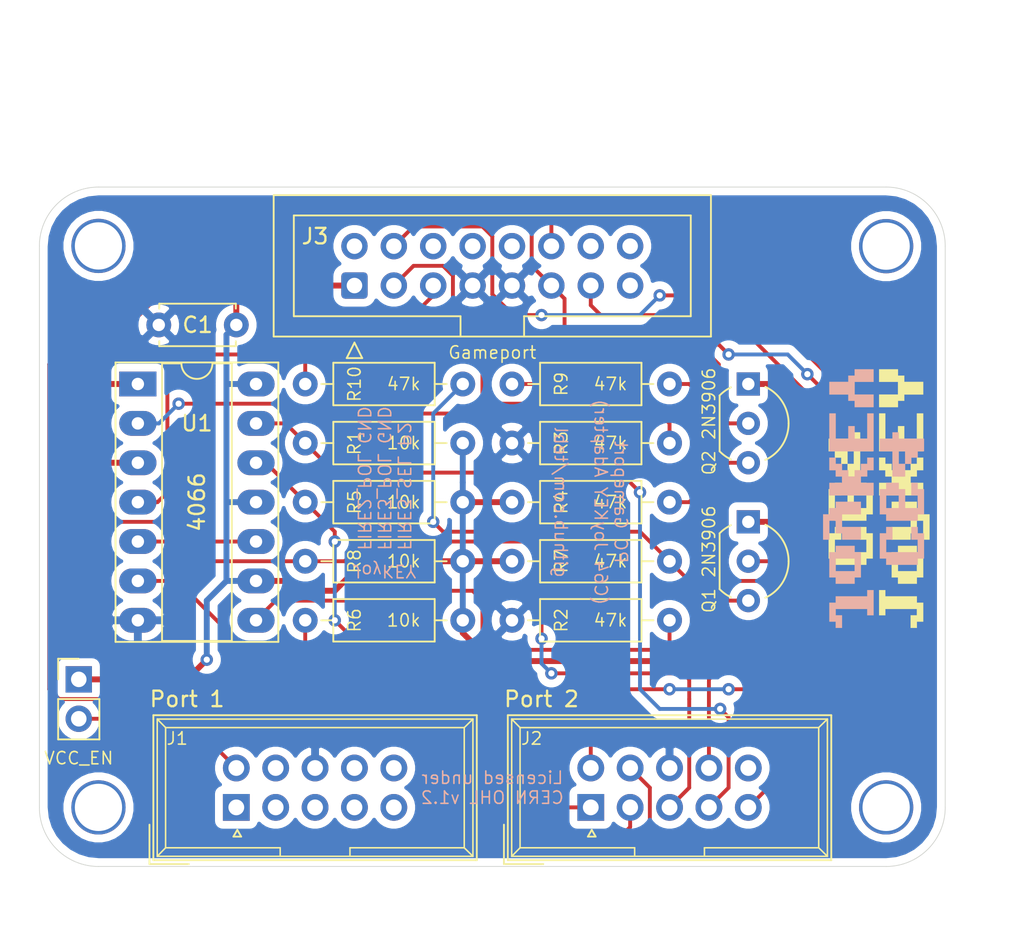
<source format=kicad_pcb>
(kicad_pcb (version 20171130) (host pcbnew "(5.1.8)-1")

  (general
    (thickness 1.6)
    (drawings 12)
    (tracks 238)
    (zones 0)
    (modules 24)
    (nets 18)
  )

  (page A4)
  (layers
    (0 F.Cu signal)
    (31 B.Cu signal)
    (32 B.Adhes user)
    (33 F.Adhes user)
    (34 B.Paste user)
    (35 F.Paste user)
    (36 B.SilkS user)
    (37 F.SilkS user)
    (38 B.Mask user)
    (39 F.Mask user)
    (40 Dwgs.User user)
    (41 Cmts.User user)
    (42 Eco1.User user)
    (43 Eco2.User user)
    (44 Edge.Cuts user)
    (45 Margin user)
    (46 B.CrtYd user)
    (47 F.CrtYd user)
    (48 B.Fab user)
    (49 F.Fab user)
  )

  (setup
    (last_trace_width 0.25)
    (trace_clearance 0.2)
    (zone_clearance 0.508)
    (zone_45_only no)
    (trace_min 0)
    (via_size 0.8)
    (via_drill 0.4)
    (via_min_size 0.4)
    (via_min_drill 0.3)
    (uvia_size 0.3)
    (uvia_drill 0.1)
    (uvias_allowed no)
    (uvia_min_size 0.2)
    (uvia_min_drill 0.1)
    (edge_width 0.05)
    (segment_width 0.2)
    (pcb_text_width 0.3)
    (pcb_text_size 1.5 1.5)
    (mod_edge_width 0.12)
    (mod_text_size 1 1)
    (mod_text_width 0.15)
    (pad_size 1.524 1.524)
    (pad_drill 0.762)
    (pad_to_mask_clearance 0)
    (aux_axis_origin 0 0)
    (visible_elements 7FFFFFFF)
    (pcbplotparams
      (layerselection 0x011fc_ffffffff)
      (usegerberextensions true)
      (usegerberattributes false)
      (usegerberadvancedattributes false)
      (creategerberjobfile false)
      (excludeedgelayer true)
      (linewidth 0.100000)
      (plotframeref false)
      (viasonmask false)
      (mode 1)
      (useauxorigin false)
      (hpglpennumber 1)
      (hpglpenspeed 20)
      (hpglpendiameter 15.000000)
      (psnegative false)
      (psa4output false)
      (plotreference true)
      (plotvalue true)
      (plotinvisibletext false)
      (padsonsilk false)
      (subtractmaskfromsilk false)
      (outputformat 1)
      (mirror false)
      (drillshape 0)
      (scaleselection 1)
      (outputdirectory "export/"))
  )

  (net 0 "")
  (net 1 GND)
  (net 2 VCC)
  (net 3 "Net-(J2-Pad7)")
  (net 4 JK_FIRE4)
  (net 5 JK_FIRE2)
  (net 6 JK_FIRE1)
  (net 7 JK_FIRE3)
  (net 8 JK_RIGHT)
  (net 9 JK_LEFT)
  (net 10 JK_DOWN)
  (net 11 JK_UP)
  (net 12 PC_X)
  (net 13 PC_Y)
  (net 14 "Net-(Q1-Pad2)")
  (net 15 "Net-(Q1-Pad3)")
  (net 16 "Net-(Q2-Pad3)")
  (net 17 "Net-(Q2-Pad2)")

  (net_class Default "This is the default net class."
    (clearance 0.2)
    (trace_width 0.25)
    (via_dia 0.8)
    (via_drill 0.4)
    (uvia_dia 0.3)
    (uvia_drill 0.1)
    (add_net GND)
    (add_net JK_DOWN)
    (add_net JK_FIRE1)
    (add_net JK_FIRE2)
    (add_net JK_FIRE3)
    (add_net JK_FIRE4)
    (add_net JK_LEFT)
    (add_net JK_RIGHT)
    (add_net JK_UP)
    (add_net "Net-(Q1-Pad2)")
    (add_net "Net-(Q1-Pad3)")
    (add_net "Net-(Q2-Pad2)")
    (add_net "Net-(Q2-Pad3)")
    (add_net PC_X)
    (add_net PC_Y)
  )

  (net_class PWR ""
    (clearance 0.2)
    (trace_width 0.381)
    (via_dia 0.8)
    (via_drill 0.4)
    (uvia_dia 0.3)
    (uvia_drill 0.1)
    (add_net "Net-(J2-Pad7)")
    (add_net VCC)
  )

  (module logo:c64_joykey (layer F.Cu) (tedit 0) (tstamp 6670EA44)
    (at 168.91 88.265 90)
    (fp_text reference G*** (at 0 0 270) (layer F.SilkS) hide
      (effects (font (size 1.524 1.524) (thickness 0.3)))
    )
    (fp_text value LOGO (at 0.75 0 270) (layer F.SilkS) hide
      (effects (font (size 1.524 1.524) (thickness 0.3)))
    )
    (fp_poly (pts (xy 4.093493 -1.449249) (xy 4.5003 -1.449249) (xy 4.5003 -1.042442) (xy 4.093493 -1.042442)
      (xy 4.093493 -0.228829) (xy 3.27988 -0.228829) (xy 3.27988 -1.042442) (xy 1.652652 -1.042442)
      (xy 1.652652 -1.856056) (xy 2.466266 -1.856056) (xy 2.466266 -1.449249) (xy 3.27988 -1.449249)
      (xy 3.27988 -1.856056) (xy 2.466266 -1.856056) (xy 2.466266 -2.262863) (xy 2.873073 -2.262863)
      (xy 2.873073 -2.669669) (xy 3.27988 -2.669669) (xy 3.27988 -3.076476) (xy 4.093493 -3.076476)
      (xy 4.093493 -1.449249)) (layer F.SilkS) (width 0.01))
    (fp_poly (pts (xy 0.839039 -2.669669) (xy 1.245846 -2.669669) (xy 1.245846 -2.262863) (xy 0.432232 -2.262863)
      (xy 0.432232 -2.669669) (xy -0.381382 -2.669669) (xy -0.381382 -1.856056) (xy 0.839039 -1.856056)
      (xy 0.839039 -1.449249) (xy 1.245846 -1.449249) (xy 1.245846 -0.635635) (xy 0.839039 -0.635635)
      (xy 0.839039 -0.228829) (xy -0.788189 -0.228829) (xy -0.788189 -0.635635) (xy -1.194995 -0.635635)
      (xy -1.194995 -1.449249) (xy -0.381382 -1.449249) (xy -0.381382 -0.635635) (xy 0.432232 -0.635635)
      (xy 0.432232 -1.449249) (xy -0.381382 -1.449249) (xy -1.194995 -1.449249) (xy -1.194995 -2.669669)
      (xy -0.788189 -2.669669) (xy -0.788189 -3.076476) (xy 0.839039 -3.076476) (xy 0.839039 -2.669669)) (layer F.SilkS) (width 0.01))
    (fp_poly (pts (xy -2.008609 -2.669669) (xy -1.601802 -2.669669) (xy -1.601802 -2.262863) (xy -2.415416 -2.262863)
      (xy -2.415416 -2.669669) (xy -3.229029 -2.669669) (xy -3.229029 -0.635635) (xy -2.415416 -0.635635)
      (xy -2.415416 -1.042442) (xy -1.601802 -1.042442) (xy -1.601802 -0.635635) (xy -2.008609 -0.635635)
      (xy -2.008609 -0.228829) (xy -3.635836 -0.228829) (xy -3.635836 -0.635635) (xy -4.042643 -0.635635)
      (xy -4.042643 -2.669669) (xy -3.635836 -2.669669) (xy -3.635836 -3.076476) (xy -2.008609 -3.076476)
      (xy -2.008609 -2.669669)) (layer F.SilkS) (width 0.01))
    (fp_poly (pts (xy 6.941141 1.398399) (xy 7.754754 1.398399) (xy 7.754754 0.177978) (xy 8.568368 0.177978)
      (xy 8.568368 1.398399) (xy 8.161561 1.398399) (xy 8.161561 1.805206) (xy 7.754754 1.805206)
      (xy 7.754754 3.025626) (xy 6.941141 3.025626) (xy 6.941141 1.805206) (xy 6.534334 1.805206)
      (xy 6.534334 1.398399) (xy 6.127527 1.398399) (xy 6.127527 0.177978) (xy 6.941141 0.177978)
      (xy 6.941141 1.398399)) (layer F.SilkS) (width 0.01))
    (fp_poly (pts (xy 5.72072 0.584785) (xy 4.093493 0.584785) (xy 4.093493 1.398399) (xy 4.907107 1.398399)
      (xy 4.907107 1.805206) (xy 4.093493 1.805206) (xy 4.093493 2.618819) (xy 5.72072 2.618819)
      (xy 5.72072 3.025626) (xy 3.27988 3.025626) (xy 3.27988 0.177978) (xy 5.72072 0.177978)
      (xy 5.72072 0.584785)) (layer F.SilkS) (width 0.01))
    (fp_poly (pts (xy 1.245846 0.991592) (xy 1.652652 0.991592) (xy 1.652652 0.584785) (xy 2.059459 0.584785)
      (xy 2.059459 0.177978) (xy 2.873073 0.177978) (xy 2.873073 0.584785) (xy 2.466266 0.584785)
      (xy 2.466266 0.991592) (xy 2.059459 0.991592) (xy 2.059459 1.398399) (xy 1.652652 1.398399)
      (xy 1.652652 1.805206) (xy 2.059459 1.805206) (xy 2.059459 2.212012) (xy 2.466266 2.212012)
      (xy 2.466266 2.618819) (xy 2.873073 2.618819) (xy 2.873073 3.025626) (xy 2.059459 3.025626)
      (xy 2.059459 2.618819) (xy 1.652652 2.618819) (xy 1.652652 2.212012) (xy 1.245846 2.212012)
      (xy 1.245846 3.025626) (xy 0.432232 3.025626) (xy 0.432232 0.177978) (xy 1.245846 0.177978)
      (xy 1.245846 0.991592)) (layer F.SilkS) (width 0.01))
    (fp_poly (pts (xy -3.229029 1.398399) (xy -2.822223 1.398399) (xy -2.822223 2.618819) (xy -3.229029 2.618819)
      (xy -3.229029 3.025626) (xy -4.856257 3.025626) (xy -4.856257 2.618819) (xy -5.263063 2.618819)
      (xy -5.263063 1.398399) (xy -4.856257 1.398399) (xy -4.44945 1.398399) (xy -4.44945 2.618819)
      (xy -3.635836 2.618819) (xy -3.635836 1.398399) (xy -4.44945 1.398399) (xy -4.856257 1.398399)
      (xy -4.856257 0.991592) (xy -3.229029 0.991592) (xy -3.229029 1.398399)) (layer F.SilkS) (width 0.01))
    (fp_poly (pts (xy -5.66987 0.584785) (xy -6.076677 0.584785) (xy -6.076677 2.618819) (xy -6.483484 2.618819)
      (xy -6.483484 3.025626) (xy -7.703904 3.025626) (xy -7.703904 2.618819) (xy -8.110711 2.618819)
      (xy -8.110711 2.212012) (xy -7.297097 2.212012) (xy -7.297097 2.618819) (xy -6.890291 2.618819)
      (xy -6.890291 0.584785) (xy -7.297097 0.584785) (xy -7.297097 0.177978) (xy -5.66987 0.177978)
      (xy -5.66987 0.584785)) (layer F.SilkS) (width 0.01))
    (fp_poly (pts (xy -1.601802 2.212012) (xy -0.788189 2.212012) (xy -0.788189 0.991592) (xy 0.025425 0.991592)
      (xy 0.025425 2.618819) (xy -0.381382 2.618819) (xy -0.381382 3.025626) (xy -0.788189 3.025626)
      (xy -0.788189 3.432433) (xy -2.415416 3.432433) (xy -2.415416 3.025626) (xy -1.194995 3.025626)
      (xy -1.194995 2.618819) (xy -2.008609 2.618819) (xy -2.008609 2.212012) (xy -2.415416 2.212012)
      (xy -2.415416 0.991592) (xy -1.601802 0.991592) (xy -1.601802 2.212012)) (layer F.SilkS) (width 0.01))
  )

  (module logo:c64_joykey locked (layer B.Cu) (tedit 0) (tstamp 641D4A05)
    (at 168.91 88.265 90)
    (fp_text reference G*** (at 0 0 90) (layer B.SilkS) hide
      (effects (font (size 1.524 1.524) (thickness 0.3)) (justify mirror))
    )
    (fp_text value LOGO (at 0.75 0 90) (layer B.SilkS) hide
      (effects (font (size 1.524 1.524) (thickness 0.3)) (justify mirror))
    )
    (fp_poly (pts (xy 4.093493 1.449249) (xy 4.5003 1.449249) (xy 4.5003 1.042442) (xy 4.093493 1.042442)
      (xy 4.093493 0.228829) (xy 3.27988 0.228829) (xy 3.27988 1.042442) (xy 1.652652 1.042442)
      (xy 1.652652 1.856056) (xy 2.466266 1.856056) (xy 2.466266 1.449249) (xy 3.27988 1.449249)
      (xy 3.27988 1.856056) (xy 2.466266 1.856056) (xy 2.466266 2.262863) (xy 2.873073 2.262863)
      (xy 2.873073 2.669669) (xy 3.27988 2.669669) (xy 3.27988 3.076476) (xy 4.093493 3.076476)
      (xy 4.093493 1.449249)) (layer B.SilkS) (width 0.01))
    (fp_poly (pts (xy 0.839039 2.669669) (xy 1.245846 2.669669) (xy 1.245846 2.262863) (xy 0.432232 2.262863)
      (xy 0.432232 2.669669) (xy -0.381382 2.669669) (xy -0.381382 1.856056) (xy 0.839039 1.856056)
      (xy 0.839039 1.449249) (xy 1.245846 1.449249) (xy 1.245846 0.635635) (xy 0.839039 0.635635)
      (xy 0.839039 0.228829) (xy -0.788189 0.228829) (xy -0.788189 0.635635) (xy -1.194995 0.635635)
      (xy -1.194995 1.449249) (xy -0.381382 1.449249) (xy -0.381382 0.635635) (xy 0.432232 0.635635)
      (xy 0.432232 1.449249) (xy -0.381382 1.449249) (xy -1.194995 1.449249) (xy -1.194995 2.669669)
      (xy -0.788189 2.669669) (xy -0.788189 3.076476) (xy 0.839039 3.076476) (xy 0.839039 2.669669)) (layer B.SilkS) (width 0.01))
    (fp_poly (pts (xy -2.008609 2.669669) (xy -1.601802 2.669669) (xy -1.601802 2.262863) (xy -2.415416 2.262863)
      (xy -2.415416 2.669669) (xy -3.229029 2.669669) (xy -3.229029 0.635635) (xy -2.415416 0.635635)
      (xy -2.415416 1.042442) (xy -1.601802 1.042442) (xy -1.601802 0.635635) (xy -2.008609 0.635635)
      (xy -2.008609 0.228829) (xy -3.635836 0.228829) (xy -3.635836 0.635635) (xy -4.042643 0.635635)
      (xy -4.042643 2.669669) (xy -3.635836 2.669669) (xy -3.635836 3.076476) (xy -2.008609 3.076476)
      (xy -2.008609 2.669669)) (layer B.SilkS) (width 0.01))
    (fp_poly (pts (xy 6.941141 -1.398399) (xy 7.754754 -1.398399) (xy 7.754754 -0.177978) (xy 8.568368 -0.177978)
      (xy 8.568368 -1.398399) (xy 8.161561 -1.398399) (xy 8.161561 -1.805206) (xy 7.754754 -1.805206)
      (xy 7.754754 -3.025626) (xy 6.941141 -3.025626) (xy 6.941141 -1.805206) (xy 6.534334 -1.805206)
      (xy 6.534334 -1.398399) (xy 6.127527 -1.398399) (xy 6.127527 -0.177978) (xy 6.941141 -0.177978)
      (xy 6.941141 -1.398399)) (layer B.SilkS) (width 0.01))
    (fp_poly (pts (xy 5.72072 -0.584785) (xy 4.093493 -0.584785) (xy 4.093493 -1.398399) (xy 4.907107 -1.398399)
      (xy 4.907107 -1.805206) (xy 4.093493 -1.805206) (xy 4.093493 -2.618819) (xy 5.72072 -2.618819)
      (xy 5.72072 -3.025626) (xy 3.27988 -3.025626) (xy 3.27988 -0.177978) (xy 5.72072 -0.177978)
      (xy 5.72072 -0.584785)) (layer B.SilkS) (width 0.01))
    (fp_poly (pts (xy 1.245846 -0.991592) (xy 1.652652 -0.991592) (xy 1.652652 -0.584785) (xy 2.059459 -0.584785)
      (xy 2.059459 -0.177978) (xy 2.873073 -0.177978) (xy 2.873073 -0.584785) (xy 2.466266 -0.584785)
      (xy 2.466266 -0.991592) (xy 2.059459 -0.991592) (xy 2.059459 -1.398399) (xy 1.652652 -1.398399)
      (xy 1.652652 -1.805206) (xy 2.059459 -1.805206) (xy 2.059459 -2.212012) (xy 2.466266 -2.212012)
      (xy 2.466266 -2.618819) (xy 2.873073 -2.618819) (xy 2.873073 -3.025626) (xy 2.059459 -3.025626)
      (xy 2.059459 -2.618819) (xy 1.652652 -2.618819) (xy 1.652652 -2.212012) (xy 1.245846 -2.212012)
      (xy 1.245846 -3.025626) (xy 0.432232 -3.025626) (xy 0.432232 -0.177978) (xy 1.245846 -0.177978)
      (xy 1.245846 -0.991592)) (layer B.SilkS) (width 0.01))
    (fp_poly (pts (xy -3.229029 -1.398399) (xy -2.822223 -1.398399) (xy -2.822223 -2.618819) (xy -3.229029 -2.618819)
      (xy -3.229029 -3.025626) (xy -4.856257 -3.025626) (xy -4.856257 -2.618819) (xy -5.263063 -2.618819)
      (xy -5.263063 -1.398399) (xy -4.856257 -1.398399) (xy -4.44945 -1.398399) (xy -4.44945 -2.618819)
      (xy -3.635836 -2.618819) (xy -3.635836 -1.398399) (xy -4.44945 -1.398399) (xy -4.856257 -1.398399)
      (xy -4.856257 -0.991592) (xy -3.229029 -0.991592) (xy -3.229029 -1.398399)) (layer B.SilkS) (width 0.01))
    (fp_poly (pts (xy -5.66987 -0.584785) (xy -6.076677 -0.584785) (xy -6.076677 -2.618819) (xy -6.483484 -2.618819)
      (xy -6.483484 -3.025626) (xy -7.703904 -3.025626) (xy -7.703904 -2.618819) (xy -8.110711 -2.618819)
      (xy -8.110711 -2.212012) (xy -7.297097 -2.212012) (xy -7.297097 -2.618819) (xy -6.890291 -2.618819)
      (xy -6.890291 -0.584785) (xy -7.297097 -0.584785) (xy -7.297097 -0.177978) (xy -5.66987 -0.177978)
      (xy -5.66987 -0.584785)) (layer B.SilkS) (width 0.01))
    (fp_poly (pts (xy -1.601802 -2.212012) (xy -0.788189 -2.212012) (xy -0.788189 -0.991592) (xy 0.025425 -0.991592)
      (xy 0.025425 -2.618819) (xy -0.381382 -2.618819) (xy -0.381382 -3.025626) (xy -0.788189 -3.025626)
      (xy -0.788189 -3.432433) (xy -2.415416 -3.432433) (xy -2.415416 -3.025626) (xy -1.194995 -3.025626)
      (xy -1.194995 -2.618819) (xy -2.008609 -2.618819) (xy -2.008609 -2.212012) (xy -2.415416 -2.212012)
      (xy -2.415416 -0.991592) (xy -1.601802 -0.991592) (xy -1.601802 -2.212012)) (layer B.SilkS) (width 0.01))
  )

  (module "C64 IDC:IDC_Joystick" locked (layer F.Cu) (tedit 5FD29ED6) (tstamp 5FD2915C)
    (at 150.495 107.95 90)
    (descr "Through hole straight IDC box header, 2x05, 2.54mm pitch, double rows")
    (tags "Through hole IDC box header THT 2x05 2.54mm double row")
    (path /5FD1F19D)
    (fp_text reference J2 (at 4.445 -3.81 180) (layer F.SilkS)
      (effects (font (size 0.8 0.8) (thickness 0.1)))
    )
    (fp_text value "Port 2" (at 6.985 -3.175 180) (layer F.SilkS)
      (effects (font (size 1 1) (thickness 0.15)))
    )
    (fp_line (start -1.885438 0.3135) (end -1.885438 -0.1865) (layer F.SilkS) (width 0.12))
    (fp_line (start -1.885438 -0.1865) (end -1.452425 0.0635) (layer F.SilkS) (width 0.12))
    (fp_line (start -1.452425 0.0635) (end -1.885438 0.3135) (layer F.SilkS) (width 0.12))
    (fp_line (start -3.655 -5.6) (end -1.115 -5.6) (layer F.SilkS) (width 0.12))
    (fp_line (start -3.655 -5.6) (end -3.655 -3.06) (layer F.SilkS) (width 0.12))
    (fp_line (start -3.405 -5.35) (end 5.945 -5.35) (layer F.SilkS) (width 0.12))
    (fp_line (start -3.405 15.51) (end -3.405 -5.35) (layer F.SilkS) (width 0.12))
    (fp_line (start 5.945 15.51) (end -3.405 15.51) (layer F.SilkS) (width 0.12))
    (fp_line (start 5.945 -5.35) (end 5.945 15.51) (layer F.SilkS) (width 0.12))
    (fp_line (start -3.41 -5.35) (end 5.95 -5.35) (layer F.CrtYd) (width 0.05))
    (fp_line (start -3.41 15.51) (end -3.41 -5.35) (layer F.CrtYd) (width 0.05))
    (fp_line (start 5.95 15.51) (end -3.41 15.51) (layer F.CrtYd) (width 0.05))
    (fp_line (start 5.95 -5.35) (end 5.95 15.51) (layer F.CrtYd) (width 0.05))
    (fp_line (start -3.155 15.26) (end -2.605 14.7) (layer F.SilkS) (width 0.1))
    (fp_line (start -3.155 -5.1) (end -2.605 -4.56) (layer F.SilkS) (width 0.1))
    (fp_line (start 5.695 15.26) (end 5.145 14.7) (layer F.SilkS) (width 0.1))
    (fp_line (start 5.695 -5.1) (end 5.145 -4.56) (layer F.SilkS) (width 0.1))
    (fp_line (start 5.145 14.7) (end -2.605 14.7) (layer F.SilkS) (width 0.1))
    (fp_line (start 5.695 15.26) (end -3.155 15.26) (layer F.SilkS) (width 0.1))
    (fp_line (start 5.145 -4.56) (end -2.605 -4.56) (layer F.SilkS) (width 0.1))
    (fp_line (start 5.695 -5.1) (end -3.155 -5.1) (layer F.SilkS) (width 0.1))
    (fp_line (start -2.605 7.33) (end -3.155 7.33) (layer F.SilkS) (width 0.1))
    (fp_line (start -2.605 2.83) (end -3.155 2.83) (layer F.SilkS) (width 0.1))
    (fp_line (start -2.605 7.33) (end -2.605 14.7) (layer F.SilkS) (width 0.1))
    (fp_line (start -2.605 -4.56) (end -2.605 2.83) (layer F.SilkS) (width 0.1))
    (fp_line (start -3.155 -5.1) (end -3.155 15.26) (layer F.SilkS) (width 0.1))
    (fp_line (start 5.145 -4.56) (end 5.145 14.7) (layer F.SilkS) (width 0.1))
    (fp_line (start 5.695 -5.1) (end 5.695 15.26) (layer F.SilkS) (width 0.1))
    (fp_text user %R (at 1.27 5.08 90) (layer F.Fab)
      (effects (font (size 1 1) (thickness 0.15)))
    )
    (pad 10 thru_hole oval (at 2.54 10.16 90) (size 1.7272 1.7272) (drill 1.016) (layers *.Cu *.Mask))
    (pad 9 thru_hole oval (at 2.54 7.62 90) (size 1.7272 1.7272) (drill 1.016) (layers *.Cu *.Mask)
      (net 5 JK_FIRE2))
    (pad 8 thru_hole oval (at 2.54 5.08 90) (size 1.7272 1.7272) (drill 1.016) (layers *.Cu *.Mask)
      (net 1 GND))
    (pad 7 thru_hole oval (at 2.54 2.54 90) (size 1.7272 1.7272) (drill 1.016) (layers *.Cu *.Mask)
      (net 3 "Net-(J2-Pad7)"))
    (pad 6 thru_hole oval (at 2.54 0 90) (size 1.7272 1.7272) (drill 1.016) (layers *.Cu *.Mask)
      (net 6 JK_FIRE1))
    (pad 5 thru_hole oval (at 0 10.16 90) (size 1.7272 1.7272) (drill 1.016) (layers *.Cu *.Mask)
      (net 7 JK_FIRE3))
    (pad 4 thru_hole oval (at 0 7.62 90) (size 1.7272 1.7272) (drill 1.016) (layers *.Cu *.Mask)
      (net 8 JK_RIGHT))
    (pad 3 thru_hole oval (at 0 5.08 90) (size 1.7272 1.7272) (drill 1.016) (layers *.Cu *.Mask)
      (net 9 JK_LEFT))
    (pad 2 thru_hole oval (at 0 2.54 90) (size 1.7272 1.7272) (drill 1.016) (layers *.Cu *.Mask)
      (net 10 JK_DOWN))
    (pad 1 thru_hole rect (at 0 0 90) (size 1.7272 1.7272) (drill 1.016) (layers *.Cu *.Mask)
      (net 11 JK_UP))
    (model ${KISYS3DMOD}/Connector_IDC.3dshapes/IDC-Header_2x05_P2.54mm_Vertical.wrl
      (at (xyz 0 0 0))
      (scale (xyz 1 1 1))
      (rotate (xyz 0 0 0))
    )
  )

  (module "C64 IDC:IDC_Joystick" locked (layer F.Cu) (tedit 5FD29ED6) (tstamp 60386B73)
    (at 127.635 107.95 90)
    (descr "Through hole straight IDC box header, 2x05, 2.54mm pitch, double rows")
    (tags "Through hole IDC box header THT 2x05 2.54mm double row")
    (path /60386EDE)
    (fp_text reference J1 (at 4.445 -3.81 180) (layer F.SilkS)
      (effects (font (size 0.8 0.8) (thickness 0.1)))
    )
    (fp_text value "Port 1" (at 6.985 -3.175 180) (layer F.SilkS)
      (effects (font (size 1 1) (thickness 0.15)))
    )
    (fp_line (start -1.885438 0.3135) (end -1.885438 -0.1865) (layer F.SilkS) (width 0.12))
    (fp_line (start -1.885438 -0.1865) (end -1.452425 0.0635) (layer F.SilkS) (width 0.12))
    (fp_line (start -1.452425 0.0635) (end -1.885438 0.3135) (layer F.SilkS) (width 0.12))
    (fp_line (start -3.655 -5.6) (end -1.115 -5.6) (layer F.SilkS) (width 0.12))
    (fp_line (start -3.655 -5.6) (end -3.655 -3.06) (layer F.SilkS) (width 0.12))
    (fp_line (start -3.405 -5.35) (end 5.945 -5.35) (layer F.SilkS) (width 0.12))
    (fp_line (start -3.405 15.51) (end -3.405 -5.35) (layer F.SilkS) (width 0.12))
    (fp_line (start 5.945 15.51) (end -3.405 15.51) (layer F.SilkS) (width 0.12))
    (fp_line (start 5.945 -5.35) (end 5.945 15.51) (layer F.SilkS) (width 0.12))
    (fp_line (start -3.41 -5.35) (end 5.95 -5.35) (layer F.CrtYd) (width 0.05))
    (fp_line (start -3.41 15.51) (end -3.41 -5.35) (layer F.CrtYd) (width 0.05))
    (fp_line (start 5.95 15.51) (end -3.41 15.51) (layer F.CrtYd) (width 0.05))
    (fp_line (start 5.95 -5.35) (end 5.95 15.51) (layer F.CrtYd) (width 0.05))
    (fp_line (start -3.155 15.26) (end -2.605 14.7) (layer F.SilkS) (width 0.1))
    (fp_line (start -3.155 -5.1) (end -2.605 -4.56) (layer F.SilkS) (width 0.1))
    (fp_line (start 5.695 15.26) (end 5.145 14.7) (layer F.SilkS) (width 0.1))
    (fp_line (start 5.695 -5.1) (end 5.145 -4.56) (layer F.SilkS) (width 0.1))
    (fp_line (start 5.145 14.7) (end -2.605 14.7) (layer F.SilkS) (width 0.1))
    (fp_line (start 5.695 15.26) (end -3.155 15.26) (layer F.SilkS) (width 0.1))
    (fp_line (start 5.145 -4.56) (end -2.605 -4.56) (layer F.SilkS) (width 0.1))
    (fp_line (start 5.695 -5.1) (end -3.155 -5.1) (layer F.SilkS) (width 0.1))
    (fp_line (start -2.605 7.33) (end -3.155 7.33) (layer F.SilkS) (width 0.1))
    (fp_line (start -2.605 2.83) (end -3.155 2.83) (layer F.SilkS) (width 0.1))
    (fp_line (start -2.605 7.33) (end -2.605 14.7) (layer F.SilkS) (width 0.1))
    (fp_line (start -2.605 -4.56) (end -2.605 2.83) (layer F.SilkS) (width 0.1))
    (fp_line (start -3.155 -5.1) (end -3.155 15.26) (layer F.SilkS) (width 0.1))
    (fp_line (start 5.145 -4.56) (end 5.145 14.7) (layer F.SilkS) (width 0.1))
    (fp_line (start 5.695 -5.1) (end 5.695 15.26) (layer F.SilkS) (width 0.1))
    (fp_text user %R (at 1.27 5.08 90) (layer F.Fab)
      (effects (font (size 1 1) (thickness 0.15)))
    )
    (pad 1 thru_hole rect (at 0 0 90) (size 1.7272 1.7272) (drill 1.016) (layers *.Cu *.Mask))
    (pad 2 thru_hole oval (at 0 2.54 90) (size 1.7272 1.7272) (drill 1.016) (layers *.Cu *.Mask))
    (pad 3 thru_hole oval (at 0 5.08 90) (size 1.7272 1.7272) (drill 1.016) (layers *.Cu *.Mask))
    (pad 4 thru_hole oval (at 0 7.62 90) (size 1.7272 1.7272) (drill 1.016) (layers *.Cu *.Mask))
    (pad 5 thru_hole oval (at 0 10.16 90) (size 1.7272 1.7272) (drill 1.016) (layers *.Cu *.Mask))
    (pad 6 thru_hole oval (at 2.54 0 90) (size 1.7272 1.7272) (drill 1.016) (layers *.Cu *.Mask)
      (net 4 JK_FIRE4))
    (pad 7 thru_hole oval (at 2.54 2.54 90) (size 1.7272 1.7272) (drill 1.016) (layers *.Cu *.Mask))
    (pad 8 thru_hole oval (at 2.54 5.08 90) (size 1.7272 1.7272) (drill 1.016) (layers *.Cu *.Mask)
      (net 1 GND))
    (pad 9 thru_hole oval (at 2.54 7.62 90) (size 1.7272 1.7272) (drill 1.016) (layers *.Cu *.Mask))
    (pad 10 thru_hole oval (at 2.54 10.16 90) (size 1.7272 1.7272) (drill 1.016) (layers *.Cu *.Mask))
    (model ${KISYS3DMOD}/Connector_IDC.3dshapes/IDC-Header_2x05_P2.54mm_Vertical.wrl
      (at (xyz 0 0 0))
      (scale (xyz 1 1 1))
      (rotate (xyz 0 0 0))
    )
  )

  (module mounting:M3_pin (layer F.Cu) (tedit 5F76331A) (tstamp 641D49A8)
    (at 118.745 107.95)
    (descr "module 1 pin (ou trou mecanique de percage)")
    (tags DEV)
    (path /604B1C82)
    (fp_text reference M1 (at 0 -3.048) (layer F.Fab) hide
      (effects (font (size 1 1) (thickness 0.15)))
    )
    (fp_text value Mounting (at 0 3) (layer F.Fab) hide
      (effects (font (size 1 1) (thickness 0.15)))
    )
    (fp_circle (center 0 0) (end 2 0.8) (layer F.Fab) (width 0.1))
    (fp_circle (center 0 0) (end 2.6 0) (layer F.CrtYd) (width 0.05))
    (pad 1 thru_hole circle (at 0 0) (size 3.5 3.5) (drill 3.048) (layers *.Cu *.Mask)
      (solder_mask_margin 0.8))
  )

  (module mounting:M3_pin (layer F.Cu) (tedit 5F76331A) (tstamp 6038767C)
    (at 169.545 107.95)
    (descr "module 1 pin (ou trou mecanique de percage)")
    (tags DEV)
    (path /604B204C)
    (fp_text reference M2 (at 0 -3.048) (layer F.Fab) hide
      (effects (font (size 1 1) (thickness 0.15)))
    )
    (fp_text value Mounting (at 0 3) (layer F.Fab) hide
      (effects (font (size 1 1) (thickness 0.15)))
    )
    (fp_circle (center 0 0) (end 2.6 0) (layer F.CrtYd) (width 0.05))
    (fp_circle (center 0 0) (end 2 0.8) (layer F.Fab) (width 0.1))
    (pad 1 thru_hole circle (at 0 0) (size 3.5 3.5) (drill 3.048) (layers *.Cu *.Mask)
      (solder_mask_margin 0.8))
  )

  (module mounting:M3_pin (layer F.Cu) (tedit 5F76331A) (tstamp 60387683)
    (at 169.545 71.755)
    (descr "module 1 pin (ou trou mecanique de percage)")
    (tags DEV)
    (path /604B239C)
    (fp_text reference M3 (at 0 -3.048) (layer F.Fab) hide
      (effects (font (size 1 1) (thickness 0.15)))
    )
    (fp_text value Mounting (at 0 3) (layer F.Fab) hide
      (effects (font (size 1 1) (thickness 0.15)))
    )
    (fp_circle (center 0 0) (end 2 0.8) (layer F.Fab) (width 0.1))
    (fp_circle (center 0 0) (end 2.6 0) (layer F.CrtYd) (width 0.05))
    (pad 1 thru_hole circle (at 0 0) (size 3.5 3.5) (drill 3.048) (layers *.Cu *.Mask)
      (solder_mask_margin 0.8))
  )

  (module mounting:M3_pin (layer F.Cu) (tedit 5F76331A) (tstamp 641D49C7)
    (at 118.745 71.740001)
    (descr "module 1 pin (ou trou mecanique de percage)")
    (tags DEV)
    (path /604B26C5)
    (fp_text reference M4 (at 0 -3.048) (layer F.Fab) hide
      (effects (font (size 1 1) (thickness 0.15)))
    )
    (fp_text value Mounting (at 0 3) (layer F.Fab) hide
      (effects (font (size 1 1) (thickness 0.15)))
    )
    (fp_circle (center 0 0) (end 2.6 0) (layer F.CrtYd) (width 0.05))
    (fp_circle (center 0 0) (end 2 0.8) (layer F.Fab) (width 0.1))
    (pad 1 thru_hole circle (at 0 0) (size 3.5 3.5) (drill 3.048) (layers *.Cu *.Mask)
      (solder_mask_margin 0.8))
  )

  (module Connector_PinHeader_2.54mm:PinHeader_1x02_P2.54mm_Vertical (layer F.Cu) (tedit 59FED5CC) (tstamp 6038857F)
    (at 117.475 99.695)
    (descr "Through hole straight pin header, 1x02, 2.54mm pitch, single row")
    (tags "Through hole pin header THT 1x02 2.54mm single row")
    (path /604C213A)
    (fp_text reference JP1 (at 0 -2.54) (layer F.SilkS) hide
      (effects (font (size 0.8 0.8) (thickness 0.1)))
    )
    (fp_text value VCC_EN (at 0 5.08) (layer F.SilkS)
      (effects (font (size 0.8 0.8) (thickness 0.1)))
    )
    (fp_line (start -0.635 -1.27) (end 1.27 -1.27) (layer F.Fab) (width 0.1))
    (fp_line (start 1.27 -1.27) (end 1.27 3.81) (layer F.Fab) (width 0.1))
    (fp_line (start 1.27 3.81) (end -1.27 3.81) (layer F.Fab) (width 0.1))
    (fp_line (start -1.27 3.81) (end -1.27 -0.635) (layer F.Fab) (width 0.1))
    (fp_line (start -1.27 -0.635) (end -0.635 -1.27) (layer F.Fab) (width 0.1))
    (fp_line (start -1.33 3.87) (end 1.33 3.87) (layer F.SilkS) (width 0.12))
    (fp_line (start -1.33 1.27) (end -1.33 3.87) (layer F.SilkS) (width 0.12))
    (fp_line (start 1.33 1.27) (end 1.33 3.87) (layer F.SilkS) (width 0.12))
    (fp_line (start -1.33 1.27) (end 1.33 1.27) (layer F.SilkS) (width 0.12))
    (fp_line (start -1.33 0) (end -1.33 -1.33) (layer F.SilkS) (width 0.12))
    (fp_line (start -1.33 -1.33) (end 0 -1.33) (layer F.SilkS) (width 0.12))
    (fp_line (start -1.8 -1.8) (end -1.8 4.35) (layer F.CrtYd) (width 0.05))
    (fp_line (start -1.8 4.35) (end 1.8 4.35) (layer F.CrtYd) (width 0.05))
    (fp_line (start 1.8 4.35) (end 1.8 -1.8) (layer F.CrtYd) (width 0.05))
    (fp_line (start 1.8 -1.8) (end -1.8 -1.8) (layer F.CrtYd) (width 0.05))
    (fp_text user %R (at 0 1.27 90) (layer F.Fab)
      (effects (font (size 1 1) (thickness 0.15)))
    )
    (pad 1 thru_hole rect (at 0 0) (size 1.7 1.7) (drill 1) (layers *.Cu *.Mask)
      (net 2 VCC))
    (pad 2 thru_hole oval (at 0 2.54) (size 1.7 1.7) (drill 1) (layers *.Cu *.Mask)
      (net 3 "Net-(J2-Pad7)"))
    (model ${KISYS3DMOD}/Connector_PinHeader_2.54mm.3dshapes/PinHeader_1x02_P2.54mm_Vertical.wrl
      (at (xyz 0 0 0))
      (scale (xyz 1 1 1))
      (rotate (xyz 0 0 0))
    )
  )

  (module "Gameport IDC:Gameport_IDC" locked (layer F.Cu) (tedit 62046968) (tstamp 63D37A7C)
    (at 135.255 74.295 90)
    (descr "Through hole IDC box header, 2x08, 2.54mm pitch, DIN 41651 / IEC 60603-13, double rows, https://docs.google.com/spreadsheets/d/16SsEcesNF15N3Lb4niX7dcUr-NY5_MFPQhobNuNppn4/edit#gid=0")
    (tags "Through hole vertical IDC box header THT 2x08 2.54mm double row")
    (path /63D3A71F)
    (fp_text reference J3 (at 3.175 -2.54 180) (layer F.SilkS)
      (effects (font (size 1 1) (thickness 0.15)))
    )
    (fp_text value Gameport (at -4.318 8.89 180) (layer F.SilkS)
      (effects (font (size 0.8 0.8) (thickness 0.1)))
    )
    (fp_line (start 6.22 -5.6) (end -3.68 -5.6) (layer F.CrtYd) (width 0.05))
    (fp_line (start 6.22 23.38) (end 6.22 -5.6) (layer F.CrtYd) (width 0.05))
    (fp_line (start -3.68 23.38) (end 6.22 23.38) (layer F.CrtYd) (width 0.05))
    (fp_line (start -3.68 -5.6) (end -3.68 23.38) (layer F.CrtYd) (width 0.05))
    (fp_line (start -4.68 0.5) (end -3.68 0) (layer F.SilkS) (width 0.12))
    (fp_line (start -4.68 -0.5) (end -4.68 0.5) (layer F.SilkS) (width 0.12))
    (fp_line (start -3.68 0) (end -4.68 -0.5) (layer F.SilkS) (width 0.12))
    (fp_line (start -1.98 10.94) (end -3.29 10.94) (layer F.SilkS) (width 0.12))
    (fp_line (start -1.98 10.94) (end -1.98 10.94) (layer F.SilkS) (width 0.12))
    (fp_line (start -1.98 21.69) (end -1.98 10.94) (layer F.SilkS) (width 0.12))
    (fp_line (start 4.52 21.69) (end -1.98 21.69) (layer F.SilkS) (width 0.12))
    (fp_line (start 4.52 -3.91) (end 4.52 21.69) (layer F.SilkS) (width 0.12))
    (fp_line (start -1.98 -3.91) (end 4.52 -3.91) (layer F.SilkS) (width 0.12))
    (fp_line (start -1.98 6.84) (end -1.98 -3.91) (layer F.SilkS) (width 0.12))
    (fp_line (start -3.29 6.84) (end -1.98 6.84) (layer F.SilkS) (width 0.12))
    (fp_line (start -3.29 22.99) (end -3.29 -5.21) (layer F.SilkS) (width 0.12))
    (fp_line (start 5.83 22.99) (end -3.29 22.99) (layer F.SilkS) (width 0.12))
    (fp_line (start 5.83 -5.21) (end 5.83 22.99) (layer F.SilkS) (width 0.12))
    (fp_line (start -3.29 -5.21) (end 5.83 -5.21) (layer F.SilkS) (width 0.12))
    (fp_line (start -1.98 10.94) (end -3.18 10.94) (layer F.Fab) (width 0.1))
    (fp_line (start -1.98 10.94) (end -1.98 10.94) (layer F.Fab) (width 0.1))
    (fp_line (start -1.98 21.69) (end -1.98 10.94) (layer F.Fab) (width 0.1))
    (fp_line (start 4.52 21.69) (end -1.98 21.69) (layer F.Fab) (width 0.1))
    (fp_line (start 4.52 -3.91) (end 4.52 21.69) (layer F.Fab) (width 0.1))
    (fp_line (start -1.98 -3.91) (end 4.52 -3.91) (layer F.Fab) (width 0.1))
    (fp_line (start -1.98 6.84) (end -1.98 -3.91) (layer F.Fab) (width 0.1))
    (fp_line (start -3.18 6.84) (end -1.98 6.84) (layer F.Fab) (width 0.1))
    (fp_line (start -3.18 22.88) (end -3.18 -4.1) (layer F.Fab) (width 0.1))
    (fp_line (start 5.72 22.88) (end -3.18 22.88) (layer F.Fab) (width 0.1))
    (fp_line (start 5.72 -5.1) (end 5.72 22.88) (layer F.Fab) (width 0.1))
    (fp_line (start -2.18 -5.1) (end 5.72 -5.1) (layer F.Fab) (width 0.1))
    (fp_line (start -3.18 -4.1) (end -2.18 -5.1) (layer F.Fab) (width 0.1))
    (fp_text user %R (at 1.27 8.89 180) (layer F.Fab)
      (effects (font (size 1 1) (thickness 0.15)))
    )
    (pad 1 thru_hole roundrect (at 0 0 90) (size 1.7 1.7) (drill 1) (layers *.Cu *.Mask) (roundrect_rratio 0.1470588235294118)
      (net 2 VCC))
    (pad 2 thru_hole circle (at 0 2.54 90) (size 1.7 1.7) (drill 1) (layers *.Cu *.Mask)
      (net 6 JK_FIRE1))
    (pad 3 thru_hole circle (at 0 5.08 90) (size 1.7 1.7) (drill 1) (layers *.Cu *.Mask)
      (net 12 PC_X))
    (pad 4 thru_hole circle (at 0 7.62 90) (size 1.7 1.7) (drill 1) (layers *.Cu *.Mask)
      (net 1 GND))
    (pad 5 thru_hole circle (at 0 10.16 90) (size 1.7 1.7) (drill 1) (layers *.Cu *.Mask)
      (net 1 GND))
    (pad 6 thru_hole circle (at 0 12.7 90) (size 1.7 1.7) (drill 1) (layers *.Cu *.Mask)
      (net 13 PC_Y))
    (pad 7 thru_hole circle (at 0 15.24 90) (size 1.7 1.7) (drill 1) (layers *.Cu *.Mask)
      (net 5 JK_FIRE2))
    (pad 8 thru_hole circle (at 0 17.78 90) (size 1.7 1.7) (drill 1) (layers *.Cu *.Mask))
    (pad 9 thru_hole circle (at 2.54 0 90) (size 1.7 1.7) (drill 1) (layers *.Cu *.Mask))
    (pad 10 thru_hole circle (at 2.54 2.54 90) (size 1.7 1.7) (drill 1) (layers *.Cu *.Mask)
      (net 7 JK_FIRE3))
    (pad 11 thru_hole circle (at 2.54 5.08 90) (size 1.7 1.7) (drill 1) (layers *.Cu *.Mask))
    (pad 12 thru_hole circle (at 2.54 7.62 90) (size 1.7 1.7) (drill 1) (layers *.Cu *.Mask))
    (pad 13 thru_hole circle (at 2.54 10.16 90) (size 1.7 1.7) (drill 1) (layers *.Cu *.Mask))
    (pad 14 thru_hole circle (at 2.54 12.7 90) (size 1.7 1.7) (drill 1) (layers *.Cu *.Mask)
      (net 4 JK_FIRE4))
    (pad 15 thru_hole circle (at 2.54 15.24 90) (size 1.7 1.7) (drill 1) (layers *.Cu *.Mask))
    (pad 16 thru_hole circle (at 2.54 17.78 90) (size 1.7 1.7) (drill 1) (layers *.Cu *.Mask))
    (model ${KISYS3DMOD}/Connector_IDC.3dshapes/IDC-Header_2x08_P2.54mm_Vertical.wrl
      (at (xyz 0 0 0))
      (scale (xyz 1 1 1))
      (rotate (xyz 0 0 0))
    )
  )

  (module Capacitor_THT:C_Disc_D4.7mm_W2.5mm_P5.00mm (layer F.Cu) (tedit 5AE50EF0) (tstamp 65F63EC2)
    (at 127.635 76.835 180)
    (descr "C, Disc series, Radial, pin pitch=5.00mm, , diameter*width=4.7*2.5mm^2, Capacitor, http://www.vishay.com/docs/45233/krseries.pdf")
    (tags "C Disc series Radial pin pitch 5.00mm  diameter 4.7mm width 2.5mm Capacitor")
    (path /5FD32F7C)
    (fp_text reference C1 (at 2.5 0) (layer F.SilkS)
      (effects (font (size 1 1) (thickness 0.15)))
    )
    (fp_text value 100nF (at 2.5 2.5) (layer F.Fab)
      (effects (font (size 1 1) (thickness 0.15)))
    )
    (fp_line (start 0.15 -1.25) (end 0.15 1.25) (layer F.Fab) (width 0.1))
    (fp_line (start 0.15 1.25) (end 4.85 1.25) (layer F.Fab) (width 0.1))
    (fp_line (start 4.85 1.25) (end 4.85 -1.25) (layer F.Fab) (width 0.1))
    (fp_line (start 4.85 -1.25) (end 0.15 -1.25) (layer F.Fab) (width 0.1))
    (fp_line (start 0.03 -1.37) (end 4.97 -1.37) (layer F.SilkS) (width 0.12))
    (fp_line (start 0.03 1.37) (end 4.97 1.37) (layer F.SilkS) (width 0.12))
    (fp_line (start 0.03 -1.37) (end 0.03 -1.055) (layer F.SilkS) (width 0.12))
    (fp_line (start 0.03 1.055) (end 0.03 1.37) (layer F.SilkS) (width 0.12))
    (fp_line (start 4.97 -1.37) (end 4.97 -1.055) (layer F.SilkS) (width 0.12))
    (fp_line (start 4.97 1.055) (end 4.97 1.37) (layer F.SilkS) (width 0.12))
    (fp_line (start -1.05 -1.5) (end -1.05 1.5) (layer F.CrtYd) (width 0.05))
    (fp_line (start -1.05 1.5) (end 6.05 1.5) (layer F.CrtYd) (width 0.05))
    (fp_line (start 6.05 1.5) (end 6.05 -1.5) (layer F.CrtYd) (width 0.05))
    (fp_line (start 6.05 -1.5) (end -1.05 -1.5) (layer F.CrtYd) (width 0.05))
    (fp_text user %R (at 2.5 0) (layer F.Fab)
      (effects (font (size 0.94 0.94) (thickness 0.141)))
    )
    (pad 1 thru_hole circle (at 0 0 180) (size 1.6 1.6) (drill 0.8) (layers *.Cu *.Mask)
      (net 2 VCC))
    (pad 2 thru_hole circle (at 5 0 180) (size 1.6 1.6) (drill 0.8) (layers *.Cu *.Mask)
      (net 1 GND))
    (model ${KISYS3DMOD}/Capacitor_THT.3dshapes/C_Disc_D4.7mm_W2.5mm_P5.00mm.wrl
      (at (xyz 0 0 0))
      (scale (xyz 1 1 1))
      (rotate (xyz 0 0 0))
    )
  )

  (module Resistor_THT:R_Axial_DIN0207_L6.3mm_D2.5mm_P10.16mm_Horizontal (layer F.Cu) (tedit 5AE5139B) (tstamp 65F63F35)
    (at 132.08 88.265)
    (descr "Resistor, Axial_DIN0207 series, Axial, Horizontal, pin pitch=10.16mm, 0.25W = 1/4W, length*diameter=6.3*2.5mm^2, http://cdn-reichelt.de/documents/datenblatt/B400/1_4W%23YAG.pdf")
    (tags "Resistor Axial_DIN0207 series Axial Horizontal pin pitch 10.16mm 0.25W = 1/4W length 6.3mm diameter 2.5mm")
    (path /665236E4)
    (fp_text reference R5 (at 3.175 0 90 unlocked) (layer F.SilkS)
      (effects (font (size 0.8 0.8) (thickness 0.1)))
    )
    (fp_text value 10k (at 6.35 0) (layer F.SilkS)
      (effects (font (size 0.8 0.8) (thickness 0.1)))
    )
    (fp_line (start 11.21 -1.5) (end -1.05 -1.5) (layer F.CrtYd) (width 0.05))
    (fp_line (start 11.21 1.5) (end 11.21 -1.5) (layer F.CrtYd) (width 0.05))
    (fp_line (start -1.05 1.5) (end 11.21 1.5) (layer F.CrtYd) (width 0.05))
    (fp_line (start -1.05 -1.5) (end -1.05 1.5) (layer F.CrtYd) (width 0.05))
    (fp_line (start 9.12 0) (end 8.35 0) (layer F.SilkS) (width 0.12))
    (fp_line (start 1.04 0) (end 1.81 0) (layer F.SilkS) (width 0.12))
    (fp_line (start 8.35 -1.37) (end 1.81 -1.37) (layer F.SilkS) (width 0.12))
    (fp_line (start 8.35 1.37) (end 8.35 -1.37) (layer F.SilkS) (width 0.12))
    (fp_line (start 1.81 1.37) (end 8.35 1.37) (layer F.SilkS) (width 0.12))
    (fp_line (start 1.81 -1.37) (end 1.81 1.37) (layer F.SilkS) (width 0.12))
    (fp_line (start 10.16 0) (end 8.23 0) (layer F.Fab) (width 0.1))
    (fp_line (start 0 0) (end 1.93 0) (layer F.Fab) (width 0.1))
    (fp_line (start 8.23 -1.25) (end 1.93 -1.25) (layer F.Fab) (width 0.1))
    (fp_line (start 8.23 1.25) (end 8.23 -1.25) (layer F.Fab) (width 0.1))
    (fp_line (start 1.93 1.25) (end 8.23 1.25) (layer F.Fab) (width 0.1))
    (fp_line (start 1.93 -1.25) (end 1.93 1.25) (layer F.Fab) (width 0.1))
    (fp_text user %R (at 3.175 0 90 unlocked) (layer F.Fab)
      (effects (font (size 0.8 0.8) (thickness 0.1)))
    )
    (pad 2 thru_hole oval (at 10.16 0) (size 1.6 1.6) (drill 0.8) (layers *.Cu *.Mask)
      (net 2 VCC))
    (pad 1 thru_hole circle (at 0 0) (size 1.6 1.6) (drill 0.8) (layers *.Cu *.Mask)
      (net 11 JK_UP))
    (model ${KISYS3DMOD}/Resistor_THT.3dshapes/R_Axial_DIN0207_L6.3mm_D2.5mm_P10.16mm_Horizontal.wrl
      (at (xyz 0 0 0))
      (scale (xyz 1 1 1))
      (rotate (xyz 0 0 0))
    )
  )

  (module Resistor_THT:R_Axial_DIN0207_L6.3mm_D2.5mm_P10.16mm_Horizontal (layer F.Cu) (tedit 5AE5139B) (tstamp 65F63F4C)
    (at 132.08 95.885)
    (descr "Resistor, Axial_DIN0207 series, Axial, Horizontal, pin pitch=10.16mm, 0.25W = 1/4W, length*diameter=6.3*2.5mm^2, http://cdn-reichelt.de/documents/datenblatt/B400/1_4W%23YAG.pdf")
    (tags "Resistor Axial_DIN0207 series Axial Horizontal pin pitch 10.16mm 0.25W = 1/4W length 6.3mm diameter 2.5mm")
    (path /665236FE)
    (fp_text reference R6 (at 3.175 0 90) (layer F.SilkS)
      (effects (font (size 0.8 0.8) (thickness 0.1)))
    )
    (fp_text value 10k (at 6.35 0) (layer F.SilkS)
      (effects (font (size 0.8 0.8) (thickness 0.1)))
    )
    (fp_line (start 1.93 -1.25) (end 1.93 1.25) (layer F.Fab) (width 0.1))
    (fp_line (start 1.93 1.25) (end 8.23 1.25) (layer F.Fab) (width 0.1))
    (fp_line (start 8.23 1.25) (end 8.23 -1.25) (layer F.Fab) (width 0.1))
    (fp_line (start 8.23 -1.25) (end 1.93 -1.25) (layer F.Fab) (width 0.1))
    (fp_line (start 0 0) (end 1.93 0) (layer F.Fab) (width 0.1))
    (fp_line (start 10.16 0) (end 8.23 0) (layer F.Fab) (width 0.1))
    (fp_line (start 1.81 -1.37) (end 1.81 1.37) (layer F.SilkS) (width 0.12))
    (fp_line (start 1.81 1.37) (end 8.35 1.37) (layer F.SilkS) (width 0.12))
    (fp_line (start 8.35 1.37) (end 8.35 -1.37) (layer F.SilkS) (width 0.12))
    (fp_line (start 8.35 -1.37) (end 1.81 -1.37) (layer F.SilkS) (width 0.12))
    (fp_line (start 1.04 0) (end 1.81 0) (layer F.SilkS) (width 0.12))
    (fp_line (start 9.12 0) (end 8.35 0) (layer F.SilkS) (width 0.12))
    (fp_line (start -1.05 -1.5) (end -1.05 1.5) (layer F.CrtYd) (width 0.05))
    (fp_line (start -1.05 1.5) (end 11.21 1.5) (layer F.CrtYd) (width 0.05))
    (fp_line (start 11.21 1.5) (end 11.21 -1.5) (layer F.CrtYd) (width 0.05))
    (fp_line (start 11.21 -1.5) (end -1.05 -1.5) (layer F.CrtYd) (width 0.05))
    (fp_text user %R (at 3.175 0 90) (layer F.Fab)
      (effects (font (size 0.8 0.8) (thickness 0.1)))
    )
    (pad 1 thru_hole circle (at 0 0) (size 1.6 1.6) (drill 0.8) (layers *.Cu *.Mask)
      (net 10 JK_DOWN))
    (pad 2 thru_hole oval (at 10.16 0) (size 1.6 1.6) (drill 0.8) (layers *.Cu *.Mask)
      (net 2 VCC))
    (model ${KISYS3DMOD}/Resistor_THT.3dshapes/R_Axial_DIN0207_L6.3mm_D2.5mm_P10.16mm_Horizontal.wrl
      (at (xyz 0 0 0))
      (scale (xyz 1 1 1))
      (rotate (xyz 0 0 0))
    )
  )

  (module Package_DIP:DIP-14_W7.62mm_Socket_LongPads (layer F.Cu) (tedit 5A02E8C5) (tstamp 65F63FA4)
    (at 121.285 80.645)
    (descr "14-lead though-hole mounted DIP package, row spacing 7.62 mm (300 mils), Socket, LongPads")
    (tags "THT DIP DIL PDIP 2.54mm 7.62mm 300mil Socket LongPads")
    (path /5FFF69E1)
    (fp_text reference U1 (at 3.81 2.54) (layer F.SilkS)
      (effects (font (size 1 1) (thickness 0.15)))
    )
    (fp_text value 4066 (at 3.81 7.62 270) (layer F.SilkS)
      (effects (font (size 1 1) (thickness 0.15)))
    )
    (fp_line (start 1.635 -1.27) (end 6.985 -1.27) (layer F.Fab) (width 0.1))
    (fp_line (start 6.985 -1.27) (end 6.985 16.51) (layer F.Fab) (width 0.1))
    (fp_line (start 6.985 16.51) (end 0.635 16.51) (layer F.Fab) (width 0.1))
    (fp_line (start 0.635 16.51) (end 0.635 -0.27) (layer F.Fab) (width 0.1))
    (fp_line (start 0.635 -0.27) (end 1.635 -1.27) (layer F.Fab) (width 0.1))
    (fp_line (start -1.27 -1.33) (end -1.27 16.57) (layer F.Fab) (width 0.1))
    (fp_line (start -1.27 16.57) (end 8.89 16.57) (layer F.Fab) (width 0.1))
    (fp_line (start 8.89 16.57) (end 8.89 -1.33) (layer F.Fab) (width 0.1))
    (fp_line (start 8.89 -1.33) (end -1.27 -1.33) (layer F.Fab) (width 0.1))
    (fp_line (start 2.81 -1.33) (end 1.56 -1.33) (layer F.SilkS) (width 0.12))
    (fp_line (start 1.56 -1.33) (end 1.56 16.57) (layer F.SilkS) (width 0.12))
    (fp_line (start 1.56 16.57) (end 6.06 16.57) (layer F.SilkS) (width 0.12))
    (fp_line (start 6.06 16.57) (end 6.06 -1.33) (layer F.SilkS) (width 0.12))
    (fp_line (start 6.06 -1.33) (end 4.81 -1.33) (layer F.SilkS) (width 0.12))
    (fp_line (start -1.44 -1.39) (end -1.44 16.63) (layer F.SilkS) (width 0.12))
    (fp_line (start -1.44 16.63) (end 9.06 16.63) (layer F.SilkS) (width 0.12))
    (fp_line (start 9.06 16.63) (end 9.06 -1.39) (layer F.SilkS) (width 0.12))
    (fp_line (start 9.06 -1.39) (end -1.44 -1.39) (layer F.SilkS) (width 0.12))
    (fp_line (start -1.55 -1.6) (end -1.55 16.85) (layer F.CrtYd) (width 0.05))
    (fp_line (start -1.55 16.85) (end 9.15 16.85) (layer F.CrtYd) (width 0.05))
    (fp_line (start 9.15 16.85) (end 9.15 -1.6) (layer F.CrtYd) (width 0.05))
    (fp_line (start 9.15 -1.6) (end -1.55 -1.6) (layer F.CrtYd) (width 0.05))
    (fp_arc (start 3.81 -1.33) (end 2.81 -1.33) (angle -180) (layer F.SilkS) (width 0.12))
    (fp_text user %R (at 3.81 2.54) (layer F.Fab)
      (effects (font (size 1 1) (thickness 0.15)))
    )
    (pad 1 thru_hole rect (at 0 0) (size 2.4 1.6) (drill 0.8) (layers *.Cu *.Mask)
      (net 2 VCC))
    (pad 8 thru_hole oval (at 7.62 15.24) (size 2.4 1.6) (drill 0.8) (layers *.Cu *.Mask)
      (net 14 "Net-(Q1-Pad2)"))
    (pad 2 thru_hole oval (at 0 2.54) (size 2.4 1.6) (drill 0.8) (layers *.Cu *.Mask)
      (net 17 "Net-(Q2-Pad2)"))
    (pad 9 thru_hole oval (at 7.62 12.7) (size 2.4 1.6) (drill 0.8) (layers *.Cu *.Mask)
      (net 2 VCC))
    (pad 3 thru_hole oval (at 0 5.08) (size 2.4 1.6) (drill 0.8) (layers *.Cu *.Mask)
      (net 2 VCC))
    (pad 10 thru_hole oval (at 7.62 10.16) (size 2.4 1.6) (drill 0.8) (layers *.Cu *.Mask)
      (net 13 PC_Y))
    (pad 4 thru_hole oval (at 0 7.62) (size 2.4 1.6) (drill 0.8) (layers *.Cu *.Mask)
      (net 12 PC_X))
    (pad 11 thru_hole oval (at 7.62 7.62) (size 2.4 1.6) (drill 0.8) (layers *.Cu *.Mask)
      (net 2 VCC))
    (pad 5 thru_hole oval (at 0 10.16) (size 2.4 1.6) (drill 0.8) (layers *.Cu *.Mask)
      (net 9 JK_LEFT))
    (pad 12 thru_hole oval (at 7.62 5.08) (size 2.4 1.6) (drill 0.8) (layers *.Cu *.Mask)
      (net 11 JK_UP))
    (pad 6 thru_hole oval (at 0 12.7) (size 2.4 1.6) (drill 0.8) (layers *.Cu *.Mask)
      (net 10 JK_DOWN))
    (pad 13 thru_hole oval (at 7.62 2.54) (size 2.4 1.6) (drill 0.8) (layers *.Cu *.Mask)
      (net 8 JK_RIGHT))
    (pad 7 thru_hole oval (at 0 15.24) (size 2.4 1.6) (drill 0.8) (layers *.Cu *.Mask)
      (net 1 GND))
    (pad 14 thru_hole oval (at 7.62 0) (size 2.4 1.6) (drill 0.8) (layers *.Cu *.Mask)
      (net 2 VCC))
    (model ${KISYS3DMOD}/Package_DIP.3dshapes/DIP-14_W7.62mm_Socket.wrl
      (at (xyz 0 0 0))
      (scale (xyz 1 1 1))
      (rotate (xyz 0 0 0))
    )
  )

  (module Package_TO_SOT_THT:TO-92_Inline_Wide (layer F.Cu) (tedit 5A02FF81) (tstamp 667155C7)
    (at 160.655 89.535 270)
    (descr "TO-92 leads in-line, wide, drill 0.75mm (see NXP sot054_po.pdf)")
    (tags "to-92 sc-43 sc-43a sot54 PA33 transistor")
    (path /66781E8E)
    (fp_text reference Q1 (at 5.08 2.54 90) (layer F.SilkS)
      (effects (font (size 0.8 0.8) (thickness 0.1)))
    )
    (fp_text value 2N3906 (at 1.27 2.54 90) (layer F.SilkS)
      (effects (font (size 0.8 0.8) (thickness 0.1)))
    )
    (fp_line (start 0.74 1.85) (end 4.34 1.85) (layer F.SilkS) (width 0.12))
    (fp_line (start 0.8 1.75) (end 4.3 1.75) (layer F.Fab) (width 0.1))
    (fp_line (start -1.01 -2.73) (end 6.09 -2.73) (layer F.CrtYd) (width 0.05))
    (fp_line (start -1.01 -2.73) (end -1.01 2.01) (layer F.CrtYd) (width 0.05))
    (fp_line (start 6.09 2.01) (end 6.09 -2.73) (layer F.CrtYd) (width 0.05))
    (fp_line (start 6.09 2.01) (end -1.01 2.01) (layer F.CrtYd) (width 0.05))
    (fp_text user %R (at 2.54 0 90) (layer F.Fab)
      (effects (font (size 0.8 0.8) (thickness 0.1)))
    )
    (fp_arc (start 2.54 0) (end 0.74 1.85) (angle 20) (layer F.SilkS) (width 0.12))
    (fp_arc (start 2.54 0) (end 2.54 -2.6) (angle -65) (layer F.SilkS) (width 0.12))
    (fp_arc (start 2.54 0) (end 2.54 -2.6) (angle 65) (layer F.SilkS) (width 0.12))
    (fp_arc (start 2.54 0) (end 2.54 -2.48) (angle 135) (layer F.Fab) (width 0.1))
    (fp_arc (start 2.54 0) (end 2.54 -2.48) (angle -135) (layer F.Fab) (width 0.1))
    (fp_arc (start 2.54 0) (end 4.34 1.85) (angle -20) (layer F.SilkS) (width 0.12))
    (pad 2 thru_hole circle (at 2.54 0 270) (size 1.5 1.5) (drill 0.8) (layers *.Cu *.Mask)
      (net 14 "Net-(Q1-Pad2)"))
    (pad 3 thru_hole circle (at 5.08 0 270) (size 1.5 1.5) (drill 0.8) (layers *.Cu *.Mask)
      (net 15 "Net-(Q1-Pad3)"))
    (pad 1 thru_hole rect (at 0 0 270) (size 1.5 1.5) (drill 0.8) (layers *.Cu *.Mask)
      (net 2 VCC))
    (model ${KISYS3DMOD}/Package_TO_SOT_THT.3dshapes/TO-92_Inline_Wide.wrl
      (at (xyz 0 0 0))
      (scale (xyz 1 1 1))
      (rotate (xyz 0 0 0))
    )
  )

  (module Package_TO_SOT_THT:TO-92_Inline_Wide (layer F.Cu) (tedit 5A02FF81) (tstamp 66713AC1)
    (at 160.655 80.645 270)
    (descr "TO-92 leads in-line, wide, drill 0.75mm (see NXP sot054_po.pdf)")
    (tags "to-92 sc-43 sc-43a sot54 PA33 transistor")
    (path /667F6507)
    (fp_text reference Q2 (at 5.08 2.54 90) (layer F.SilkS)
      (effects (font (size 0.8 0.8) (thickness 0.1)))
    )
    (fp_text value 2N3906 (at 1.27 2.54 90) (layer F.SilkS)
      (effects (font (size 0.8 0.8) (thickness 0.1)))
    )
    (fp_line (start 6.09 2.01) (end -1.01 2.01) (layer F.CrtYd) (width 0.05))
    (fp_line (start 6.09 2.01) (end 6.09 -2.73) (layer F.CrtYd) (width 0.05))
    (fp_line (start -1.01 -2.73) (end -1.01 2.01) (layer F.CrtYd) (width 0.05))
    (fp_line (start -1.01 -2.73) (end 6.09 -2.73) (layer F.CrtYd) (width 0.05))
    (fp_line (start 0.8 1.75) (end 4.3 1.75) (layer F.Fab) (width 0.1))
    (fp_line (start 0.74 1.85) (end 4.34 1.85) (layer F.SilkS) (width 0.12))
    (fp_arc (start 2.54 0) (end 4.34 1.85) (angle -20) (layer F.SilkS) (width 0.12))
    (fp_arc (start 2.54 0) (end 2.54 -2.48) (angle -135) (layer F.Fab) (width 0.1))
    (fp_arc (start 2.54 0) (end 2.54 -2.48) (angle 135) (layer F.Fab) (width 0.1))
    (fp_arc (start 2.54 0) (end 2.54 -2.6) (angle 65) (layer F.SilkS) (width 0.12))
    (fp_arc (start 2.54 0) (end 2.54 -2.6) (angle -65) (layer F.SilkS) (width 0.12))
    (fp_arc (start 2.54 0) (end 0.74 1.85) (angle 20) (layer F.SilkS) (width 0.12))
    (fp_text user %R (at 2.54 0 90) (layer F.Fab)
      (effects (font (size 0.8 0.8) (thickness 0.1)))
    )
    (pad 1 thru_hole rect (at 0 0 270) (size 1.5 1.5) (drill 0.8) (layers *.Cu *.Mask)
      (net 2 VCC))
    (pad 3 thru_hole circle (at 5.08 0 270) (size 1.5 1.5) (drill 0.8) (layers *.Cu *.Mask)
      (net 16 "Net-(Q2-Pad3)"))
    (pad 2 thru_hole circle (at 2.54 0 270) (size 1.5 1.5) (drill 0.8) (layers *.Cu *.Mask)
      (net 17 "Net-(Q2-Pad2)"))
    (model ${KISYS3DMOD}/Package_TO_SOT_THT.3dshapes/TO-92_Inline_Wide.wrl
      (at (xyz 0 0 0))
      (scale (xyz 1 1 1))
      (rotate (xyz 0 0 0))
    )
  )

  (module Resistor_THT:R_Axial_DIN0207_L6.3mm_D2.5mm_P10.16mm_Horizontal (layer F.Cu) (tedit 5AE5139B) (tstamp 66713AD8)
    (at 132.08 84.455)
    (descr "Resistor, Axial_DIN0207 series, Axial, Horizontal, pin pitch=10.16mm, 0.25W = 1/4W, length*diameter=6.3*2.5mm^2, http://cdn-reichelt.de/documents/datenblatt/B400/1_4W%23YAG.pdf")
    (tags "Resistor Axial_DIN0207 series Axial Horizontal pin pitch 10.16mm 0.25W = 1/4W length 6.3mm diameter 2.5mm")
    (path /667F64E3)
    (fp_text reference R1 (at 3.175 0 270) (layer F.SilkS)
      (effects (font (size 0.8 0.8) (thickness 0.1)))
    )
    (fp_text value 10k (at 6.35 0) (layer F.SilkS)
      (effects (font (size 0.8 0.8) (thickness 0.1)))
    )
    (fp_line (start 11.21 -1.5) (end -1.05 -1.5) (layer F.CrtYd) (width 0.05))
    (fp_line (start 11.21 1.5) (end 11.21 -1.5) (layer F.CrtYd) (width 0.05))
    (fp_line (start -1.05 1.5) (end 11.21 1.5) (layer F.CrtYd) (width 0.05))
    (fp_line (start -1.05 -1.5) (end -1.05 1.5) (layer F.CrtYd) (width 0.05))
    (fp_line (start 9.12 0) (end 8.35 0) (layer F.SilkS) (width 0.12))
    (fp_line (start 1.04 0) (end 1.81 0) (layer F.SilkS) (width 0.12))
    (fp_line (start 8.35 -1.37) (end 1.81 -1.37) (layer F.SilkS) (width 0.12))
    (fp_line (start 8.35 1.37) (end 8.35 -1.37) (layer F.SilkS) (width 0.12))
    (fp_line (start 1.81 1.37) (end 8.35 1.37) (layer F.SilkS) (width 0.12))
    (fp_line (start 1.81 -1.37) (end 1.81 1.37) (layer F.SilkS) (width 0.12))
    (fp_line (start 10.16 0) (end 8.23 0) (layer F.Fab) (width 0.1))
    (fp_line (start 0 0) (end 1.93 0) (layer F.Fab) (width 0.1))
    (fp_line (start 8.23 -1.25) (end 1.93 -1.25) (layer F.Fab) (width 0.1))
    (fp_line (start 8.23 1.25) (end 8.23 -1.25) (layer F.Fab) (width 0.1))
    (fp_line (start 1.93 1.25) (end 8.23 1.25) (layer F.Fab) (width 0.1))
    (fp_line (start 1.93 -1.25) (end 1.93 1.25) (layer F.Fab) (width 0.1))
    (fp_text user %R (at 3.175 0 270) (layer F.Fab)
      (effects (font (size 0.8 0.8) (thickness 0.1)))
    )
    (pad 2 thru_hole oval (at 10.16 0) (size 1.6 1.6) (drill 0.8) (layers *.Cu *.Mask)
      (net 2 VCC))
    (pad 1 thru_hole circle (at 0 0) (size 1.6 1.6) (drill 0.8) (layers *.Cu *.Mask)
      (net 8 JK_RIGHT))
    (model ${KISYS3DMOD}/Resistor_THT.3dshapes/R_Axial_DIN0207_L6.3mm_D2.5mm_P10.16mm_Horizontal.wrl
      (at (xyz 0 0 0))
      (scale (xyz 1 1 1))
      (rotate (xyz 0 0 0))
    )
  )

  (module Resistor_THT:R_Axial_DIN0207_L6.3mm_D2.5mm_P10.16mm_Horizontal (layer F.Cu) (tedit 5AE5139B) (tstamp 66713AEF)
    (at 145.415 95.885)
    (descr "Resistor, Axial_DIN0207 series, Axial, Horizontal, pin pitch=10.16mm, 0.25W = 1/4W, length*diameter=6.3*2.5mm^2, http://cdn-reichelt.de/documents/datenblatt/B400/1_4W%23YAG.pdf")
    (tags "Resistor Axial_DIN0207 series Axial Horizontal pin pitch 10.16mm 0.25W = 1/4W length 6.3mm diameter 2.5mm")
    (path /66797A55)
    (fp_text reference R2 (at 3.175 0 90) (layer F.SilkS)
      (effects (font (size 0.8 0.8) (thickness 0.1)))
    )
    (fp_text value 47k (at 6.35 0) (layer F.SilkS)
      (effects (font (size 0.8 0.8) (thickness 0.1)))
    )
    (fp_line (start 1.93 -1.25) (end 1.93 1.25) (layer F.Fab) (width 0.1))
    (fp_line (start 1.93 1.25) (end 8.23 1.25) (layer F.Fab) (width 0.1))
    (fp_line (start 8.23 1.25) (end 8.23 -1.25) (layer F.Fab) (width 0.1))
    (fp_line (start 8.23 -1.25) (end 1.93 -1.25) (layer F.Fab) (width 0.1))
    (fp_line (start 0 0) (end 1.93 0) (layer F.Fab) (width 0.1))
    (fp_line (start 10.16 0) (end 8.23 0) (layer F.Fab) (width 0.1))
    (fp_line (start 1.81 -1.37) (end 1.81 1.37) (layer F.SilkS) (width 0.12))
    (fp_line (start 1.81 1.37) (end 8.35 1.37) (layer F.SilkS) (width 0.12))
    (fp_line (start 8.35 1.37) (end 8.35 -1.37) (layer F.SilkS) (width 0.12))
    (fp_line (start 8.35 -1.37) (end 1.81 -1.37) (layer F.SilkS) (width 0.12))
    (fp_line (start 1.04 0) (end 1.81 0) (layer F.SilkS) (width 0.12))
    (fp_line (start 9.12 0) (end 8.35 0) (layer F.SilkS) (width 0.12))
    (fp_line (start -1.05 -1.5) (end -1.05 1.5) (layer F.CrtYd) (width 0.05))
    (fp_line (start -1.05 1.5) (end 11.21 1.5) (layer F.CrtYd) (width 0.05))
    (fp_line (start 11.21 1.5) (end 11.21 -1.5) (layer F.CrtYd) (width 0.05))
    (fp_line (start 11.21 -1.5) (end -1.05 -1.5) (layer F.CrtYd) (width 0.05))
    (fp_text user %R (at 3.175 0 90) (layer F.Fab)
      (effects (font (size 0.8 0.8) (thickness 0.1)))
    )
    (pad 1 thru_hole circle (at 0 0) (size 1.6 1.6) (drill 0.8) (layers *.Cu *.Mask)
      (net 1 GND))
    (pad 2 thru_hole oval (at 10.16 0) (size 1.6 1.6) (drill 0.8) (layers *.Cu *.Mask)
      (net 14 "Net-(Q1-Pad2)"))
    (model ${KISYS3DMOD}/Resistor_THT.3dshapes/R_Axial_DIN0207_L6.3mm_D2.5mm_P10.16mm_Horizontal.wrl
      (at (xyz 0 0 0))
      (scale (xyz 1 1 1))
      (rotate (xyz 0 0 0))
    )
  )

  (module Resistor_THT:R_Axial_DIN0207_L6.3mm_D2.5mm_P10.16mm_Horizontal (layer F.Cu) (tedit 5AE5139B) (tstamp 66713B06)
    (at 145.415 84.455)
    (descr "Resistor, Axial_DIN0207 series, Axial, Horizontal, pin pitch=10.16mm, 0.25W = 1/4W, length*diameter=6.3*2.5mm^2, http://cdn-reichelt.de/documents/datenblatt/B400/1_4W%23YAG.pdf")
    (tags "Resistor Axial_DIN0207 series Axial Horizontal pin pitch 10.16mm 0.25W = 1/4W length 6.3mm diameter 2.5mm")
    (path /667F650D)
    (fp_text reference R3 (at 3.175 0 90) (layer F.SilkS)
      (effects (font (size 0.8 0.8) (thickness 0.1)))
    )
    (fp_text value 47k (at 6.35 0) (layer F.SilkS)
      (effects (font (size 0.8 0.8) (thickness 0.1)))
    )
    (fp_line (start 11.21 -1.5) (end -1.05 -1.5) (layer F.CrtYd) (width 0.05))
    (fp_line (start 11.21 1.5) (end 11.21 -1.5) (layer F.CrtYd) (width 0.05))
    (fp_line (start -1.05 1.5) (end 11.21 1.5) (layer F.CrtYd) (width 0.05))
    (fp_line (start -1.05 -1.5) (end -1.05 1.5) (layer F.CrtYd) (width 0.05))
    (fp_line (start 9.12 0) (end 8.35 0) (layer F.SilkS) (width 0.12))
    (fp_line (start 1.04 0) (end 1.81 0) (layer F.SilkS) (width 0.12))
    (fp_line (start 8.35 -1.37) (end 1.81 -1.37) (layer F.SilkS) (width 0.12))
    (fp_line (start 8.35 1.37) (end 8.35 -1.37) (layer F.SilkS) (width 0.12))
    (fp_line (start 1.81 1.37) (end 8.35 1.37) (layer F.SilkS) (width 0.12))
    (fp_line (start 1.81 -1.37) (end 1.81 1.37) (layer F.SilkS) (width 0.12))
    (fp_line (start 10.16 0) (end 8.23 0) (layer F.Fab) (width 0.1))
    (fp_line (start 0 0) (end 1.93 0) (layer F.Fab) (width 0.1))
    (fp_line (start 8.23 -1.25) (end 1.93 -1.25) (layer F.Fab) (width 0.1))
    (fp_line (start 8.23 1.25) (end 8.23 -1.25) (layer F.Fab) (width 0.1))
    (fp_line (start 1.93 1.25) (end 8.23 1.25) (layer F.Fab) (width 0.1))
    (fp_line (start 1.93 -1.25) (end 1.93 1.25) (layer F.Fab) (width 0.1))
    (fp_text user %R (at 3.175 0 90) (layer F.Fab)
      (effects (font (size 0.8 0.8) (thickness 0.1)))
    )
    (pad 2 thru_hole oval (at 10.16 0) (size 1.6 1.6) (drill 0.8) (layers *.Cu *.Mask)
      (net 17 "Net-(Q2-Pad2)"))
    (pad 1 thru_hole circle (at 0 0) (size 1.6 1.6) (drill 0.8) (layers *.Cu *.Mask)
      (net 1 GND))
    (model ${KISYS3DMOD}/Resistor_THT.3dshapes/R_Axial_DIN0207_L6.3mm_D2.5mm_P10.16mm_Horizontal.wrl
      (at (xyz 0 0 0))
      (scale (xyz 1 1 1))
      (rotate (xyz 0 0 0))
    )
  )

  (module Resistor_THT:R_Axial_DIN0207_L6.3mm_D2.5mm_P10.16mm_Horizontal (layer F.Cu) (tedit 5AE5139B) (tstamp 66713B1D)
    (at 145.415 88.265)
    (descr "Resistor, Axial_DIN0207 series, Axial, Horizontal, pin pitch=10.16mm, 0.25W = 1/4W, length*diameter=6.3*2.5mm^2, http://cdn-reichelt.de/documents/datenblatt/B400/1_4W%23YAG.pdf")
    (tags "Resistor Axial_DIN0207 series Axial Horizontal pin pitch 10.16mm 0.25W = 1/4W length 6.3mm diameter 2.5mm")
    (path /667D1A23)
    (fp_text reference R4 (at 3.175 0 90) (layer F.SilkS)
      (effects (font (size 0.8 0.8) (thickness 0.1)))
    )
    (fp_text value 47k (at 6.35 0) (layer F.SilkS)
      (effects (font (size 0.8 0.8) (thickness 0.1)))
    )
    (fp_line (start 11.21 -1.5) (end -1.05 -1.5) (layer F.CrtYd) (width 0.05))
    (fp_line (start 11.21 1.5) (end 11.21 -1.5) (layer F.CrtYd) (width 0.05))
    (fp_line (start -1.05 1.5) (end 11.21 1.5) (layer F.CrtYd) (width 0.05))
    (fp_line (start -1.05 -1.5) (end -1.05 1.5) (layer F.CrtYd) (width 0.05))
    (fp_line (start 9.12 0) (end 8.35 0) (layer F.SilkS) (width 0.12))
    (fp_line (start 1.04 0) (end 1.81 0) (layer F.SilkS) (width 0.12))
    (fp_line (start 8.35 -1.37) (end 1.81 -1.37) (layer F.SilkS) (width 0.12))
    (fp_line (start 8.35 1.37) (end 8.35 -1.37) (layer F.SilkS) (width 0.12))
    (fp_line (start 1.81 1.37) (end 8.35 1.37) (layer F.SilkS) (width 0.12))
    (fp_line (start 1.81 -1.37) (end 1.81 1.37) (layer F.SilkS) (width 0.12))
    (fp_line (start 10.16 0) (end 8.23 0) (layer F.Fab) (width 0.1))
    (fp_line (start 0 0) (end 1.93 0) (layer F.Fab) (width 0.1))
    (fp_line (start 8.23 -1.25) (end 1.93 -1.25) (layer F.Fab) (width 0.1))
    (fp_line (start 8.23 1.25) (end 8.23 -1.25) (layer F.Fab) (width 0.1))
    (fp_line (start 1.93 1.25) (end 8.23 1.25) (layer F.Fab) (width 0.1))
    (fp_line (start 1.93 -1.25) (end 1.93 1.25) (layer F.Fab) (width 0.1))
    (fp_text user %R (at 3.175 0 90) (layer F.Fab)
      (effects (font (size 0.8 0.8) (thickness 0.1)))
    )
    (pad 2 thru_hole oval (at 10.16 0) (size 1.6 1.6) (drill 0.8) (layers *.Cu *.Mask)
      (net 15 "Net-(Q1-Pad3)"))
    (pad 1 thru_hole circle (at 0 0) (size 1.6 1.6) (drill 0.8) (layers *.Cu *.Mask)
      (net 2 VCC))
    (model ${KISYS3DMOD}/Resistor_THT.3dshapes/R_Axial_DIN0207_L6.3mm_D2.5mm_P10.16mm_Horizontal.wrl
      (at (xyz 0 0 0))
      (scale (xyz 1 1 1))
      (rotate (xyz 0 0 0))
    )
  )

  (module Resistor_THT:R_Axial_DIN0207_L6.3mm_D2.5mm_P10.16mm_Horizontal (layer F.Cu) (tedit 5AE5139B) (tstamp 66713B34)
    (at 145.415 92.075)
    (descr "Resistor, Axial_DIN0207 series, Axial, Horizontal, pin pitch=10.16mm, 0.25W = 1/4W, length*diameter=6.3*2.5mm^2, http://cdn-reichelt.de/documents/datenblatt/B400/1_4W%23YAG.pdf")
    (tags "Resistor Axial_DIN0207 series Axial Horizontal pin pitch 10.16mm 0.25W = 1/4W length 6.3mm diameter 2.5mm")
    (path /667F651E)
    (fp_text reference R7 (at 3.175 0 270) (layer F.SilkS)
      (effects (font (size 0.8 0.8) (thickness 0.1)))
    )
    (fp_text value 47k (at 6.35 0) (layer F.SilkS)
      (effects (font (size 0.8 0.8) (thickness 0.1)))
    )
    (fp_line (start 1.93 -1.25) (end 1.93 1.25) (layer F.Fab) (width 0.1))
    (fp_line (start 1.93 1.25) (end 8.23 1.25) (layer F.Fab) (width 0.1))
    (fp_line (start 8.23 1.25) (end 8.23 -1.25) (layer F.Fab) (width 0.1))
    (fp_line (start 8.23 -1.25) (end 1.93 -1.25) (layer F.Fab) (width 0.1))
    (fp_line (start 0 0) (end 1.93 0) (layer F.Fab) (width 0.1))
    (fp_line (start 10.16 0) (end 8.23 0) (layer F.Fab) (width 0.1))
    (fp_line (start 1.81 -1.37) (end 1.81 1.37) (layer F.SilkS) (width 0.12))
    (fp_line (start 1.81 1.37) (end 8.35 1.37) (layer F.SilkS) (width 0.12))
    (fp_line (start 8.35 1.37) (end 8.35 -1.37) (layer F.SilkS) (width 0.12))
    (fp_line (start 8.35 -1.37) (end 1.81 -1.37) (layer F.SilkS) (width 0.12))
    (fp_line (start 1.04 0) (end 1.81 0) (layer F.SilkS) (width 0.12))
    (fp_line (start 9.12 0) (end 8.35 0) (layer F.SilkS) (width 0.12))
    (fp_line (start -1.05 -1.5) (end -1.05 1.5) (layer F.CrtYd) (width 0.05))
    (fp_line (start -1.05 1.5) (end 11.21 1.5) (layer F.CrtYd) (width 0.05))
    (fp_line (start 11.21 1.5) (end 11.21 -1.5) (layer F.CrtYd) (width 0.05))
    (fp_line (start 11.21 -1.5) (end -1.05 -1.5) (layer F.CrtYd) (width 0.05))
    (fp_text user %R (at 3.175 0 270) (layer F.Fab)
      (effects (font (size 0.8 0.8) (thickness 0.1)))
    )
    (pad 1 thru_hole circle (at 0 0) (size 1.6 1.6) (drill 0.8) (layers *.Cu *.Mask)
      (net 2 VCC))
    (pad 2 thru_hole oval (at 10.16 0) (size 1.6 1.6) (drill 0.8) (layers *.Cu *.Mask)
      (net 16 "Net-(Q2-Pad3)"))
    (model ${KISYS3DMOD}/Resistor_THT.3dshapes/R_Axial_DIN0207_L6.3mm_D2.5mm_P10.16mm_Horizontal.wrl
      (at (xyz 0 0 0))
      (scale (xyz 1 1 1))
      (rotate (xyz 0 0 0))
    )
  )

  (module Resistor_THT:R_Axial_DIN0207_L6.3mm_D2.5mm_P10.16mm_Horizontal (layer F.Cu) (tedit 5AE5139B) (tstamp 66713B4B)
    (at 132.08 92.075)
    (descr "Resistor, Axial_DIN0207 series, Axial, Horizontal, pin pitch=10.16mm, 0.25W = 1/4W, length*diameter=6.3*2.5mm^2, http://cdn-reichelt.de/documents/datenblatt/B400/1_4W%23YAG.pdf")
    (tags "Resistor Axial_DIN0207 series Axial Horizontal pin pitch 10.16mm 0.25W = 1/4W length 6.3mm diameter 2.5mm")
    (path /667F64C9)
    (fp_text reference R8 (at 3.175 0 270) (layer F.SilkS)
      (effects (font (size 0.8 0.8) (thickness 0.1)))
    )
    (fp_text value 10k (at 6.35 0) (layer F.SilkS)
      (effects (font (size 0.8 0.8) (thickness 0.1)))
    )
    (fp_line (start 1.93 -1.25) (end 1.93 1.25) (layer F.Fab) (width 0.1))
    (fp_line (start 1.93 1.25) (end 8.23 1.25) (layer F.Fab) (width 0.1))
    (fp_line (start 8.23 1.25) (end 8.23 -1.25) (layer F.Fab) (width 0.1))
    (fp_line (start 8.23 -1.25) (end 1.93 -1.25) (layer F.Fab) (width 0.1))
    (fp_line (start 0 0) (end 1.93 0) (layer F.Fab) (width 0.1))
    (fp_line (start 10.16 0) (end 8.23 0) (layer F.Fab) (width 0.1))
    (fp_line (start 1.81 -1.37) (end 1.81 1.37) (layer F.SilkS) (width 0.12))
    (fp_line (start 1.81 1.37) (end 8.35 1.37) (layer F.SilkS) (width 0.12))
    (fp_line (start 8.35 1.37) (end 8.35 -1.37) (layer F.SilkS) (width 0.12))
    (fp_line (start 8.35 -1.37) (end 1.81 -1.37) (layer F.SilkS) (width 0.12))
    (fp_line (start 1.04 0) (end 1.81 0) (layer F.SilkS) (width 0.12))
    (fp_line (start 9.12 0) (end 8.35 0) (layer F.SilkS) (width 0.12))
    (fp_line (start -1.05 -1.5) (end -1.05 1.5) (layer F.CrtYd) (width 0.05))
    (fp_line (start -1.05 1.5) (end 11.21 1.5) (layer F.CrtYd) (width 0.05))
    (fp_line (start 11.21 1.5) (end 11.21 -1.5) (layer F.CrtYd) (width 0.05))
    (fp_line (start 11.21 -1.5) (end -1.05 -1.5) (layer F.CrtYd) (width 0.05))
    (fp_text user %R (at 3.175 0 270) (layer F.Fab)
      (effects (font (size 0.8 0.8) (thickness 0.1)))
    )
    (pad 1 thru_hole circle (at 0 0) (size 1.6 1.6) (drill 0.8) (layers *.Cu *.Mask)
      (net 9 JK_LEFT))
    (pad 2 thru_hole oval (at 10.16 0) (size 1.6 1.6) (drill 0.8) (layers *.Cu *.Mask)
      (net 2 VCC))
    (model ${KISYS3DMOD}/Resistor_THT.3dshapes/R_Axial_DIN0207_L6.3mm_D2.5mm_P10.16mm_Horizontal.wrl
      (at (xyz 0 0 0))
      (scale (xyz 1 1 1))
      (rotate (xyz 0 0 0))
    )
  )

  (module Resistor_THT:R_Axial_DIN0207_L6.3mm_D2.5mm_P10.16mm_Horizontal (layer F.Cu) (tedit 5AE5139B) (tstamp 66713B62)
    (at 155.575 80.645 180)
    (descr "Resistor, Axial_DIN0207 series, Axial, Horizontal, pin pitch=10.16mm, 0.25W = 1/4W, length*diameter=6.3*2.5mm^2, http://cdn-reichelt.de/documents/datenblatt/B400/1_4W%23YAG.pdf")
    (tags "Resistor Axial_DIN0207 series Axial Horizontal pin pitch 10.16mm 0.25W = 1/4W length 6.3mm diameter 2.5mm")
    (path /6674EBDA)
    (fp_text reference R9 (at 6.985 0 90) (layer F.SilkS)
      (effects (font (size 0.8 0.8) (thickness 0.1)))
    )
    (fp_text value 47k (at 3.81 0) (layer F.SilkS)
      (effects (font (size 0.8 0.8) (thickness 0.1)))
    )
    (fp_line (start 11.21 -1.5) (end -1.05 -1.5) (layer F.CrtYd) (width 0.05))
    (fp_line (start 11.21 1.5) (end 11.21 -1.5) (layer F.CrtYd) (width 0.05))
    (fp_line (start -1.05 1.5) (end 11.21 1.5) (layer F.CrtYd) (width 0.05))
    (fp_line (start -1.05 -1.5) (end -1.05 1.5) (layer F.CrtYd) (width 0.05))
    (fp_line (start 9.12 0) (end 8.35 0) (layer F.SilkS) (width 0.12))
    (fp_line (start 1.04 0) (end 1.81 0) (layer F.SilkS) (width 0.12))
    (fp_line (start 8.35 -1.37) (end 1.81 -1.37) (layer F.SilkS) (width 0.12))
    (fp_line (start 8.35 1.37) (end 8.35 -1.37) (layer F.SilkS) (width 0.12))
    (fp_line (start 1.81 1.37) (end 8.35 1.37) (layer F.SilkS) (width 0.12))
    (fp_line (start 1.81 -1.37) (end 1.81 1.37) (layer F.SilkS) (width 0.12))
    (fp_line (start 10.16 0) (end 8.23 0) (layer F.Fab) (width 0.1))
    (fp_line (start 0 0) (end 1.93 0) (layer F.Fab) (width 0.1))
    (fp_line (start 8.23 -1.25) (end 1.93 -1.25) (layer F.Fab) (width 0.1))
    (fp_line (start 8.23 1.25) (end 8.23 -1.25) (layer F.Fab) (width 0.1))
    (fp_line (start 1.93 1.25) (end 8.23 1.25) (layer F.Fab) (width 0.1))
    (fp_line (start 1.93 -1.25) (end 1.93 1.25) (layer F.Fab) (width 0.1))
    (fp_text user %R (at 6.985 0 90) (layer F.Fab)
      (effects (font (size 0.8 0.8) (thickness 0.1)))
    )
    (pad 2 thru_hole oval (at 10.16 0 180) (size 1.6 1.6) (drill 0.8) (layers *.Cu *.Mask)
      (net 13 PC_Y))
    (pad 1 thru_hole circle (at 0 0 180) (size 1.6 1.6) (drill 0.8) (layers *.Cu *.Mask)
      (net 15 "Net-(Q1-Pad3)"))
    (model ${KISYS3DMOD}/Resistor_THT.3dshapes/R_Axial_DIN0207_L6.3mm_D2.5mm_P10.16mm_Horizontal.wrl
      (at (xyz 0 0 0))
      (scale (xyz 1 1 1))
      (rotate (xyz 0 0 0))
    )
  )

  (module Resistor_THT:R_Axial_DIN0207_L6.3mm_D2.5mm_P10.16mm_Horizontal (layer F.Cu) (tedit 5AE5139B) (tstamp 66713B79)
    (at 142.24 80.645 180)
    (descr "Resistor, Axial_DIN0207 series, Axial, Horizontal, pin pitch=10.16mm, 0.25W = 1/4W, length*diameter=6.3*2.5mm^2, http://cdn-reichelt.de/documents/datenblatt/B400/1_4W%23YAG.pdf")
    (tags "Resistor Axial_DIN0207 series Axial Horizontal pin pitch 10.16mm 0.25W = 1/4W length 6.3mm diameter 2.5mm")
    (path /667F64F7)
    (fp_text reference R10 (at 6.985 0 90) (layer F.SilkS)
      (effects (font (size 0.8 0.8) (thickness 0.1)))
    )
    (fp_text value 47k (at 3.81 0) (layer F.SilkS)
      (effects (font (size 0.8 0.8) (thickness 0.1)))
    )
    (fp_line (start 1.93 -1.25) (end 1.93 1.25) (layer F.Fab) (width 0.1))
    (fp_line (start 1.93 1.25) (end 8.23 1.25) (layer F.Fab) (width 0.1))
    (fp_line (start 8.23 1.25) (end 8.23 -1.25) (layer F.Fab) (width 0.1))
    (fp_line (start 8.23 -1.25) (end 1.93 -1.25) (layer F.Fab) (width 0.1))
    (fp_line (start 0 0) (end 1.93 0) (layer F.Fab) (width 0.1))
    (fp_line (start 10.16 0) (end 8.23 0) (layer F.Fab) (width 0.1))
    (fp_line (start 1.81 -1.37) (end 1.81 1.37) (layer F.SilkS) (width 0.12))
    (fp_line (start 1.81 1.37) (end 8.35 1.37) (layer F.SilkS) (width 0.12))
    (fp_line (start 8.35 1.37) (end 8.35 -1.37) (layer F.SilkS) (width 0.12))
    (fp_line (start 8.35 -1.37) (end 1.81 -1.37) (layer F.SilkS) (width 0.12))
    (fp_line (start 1.04 0) (end 1.81 0) (layer F.SilkS) (width 0.12))
    (fp_line (start 9.12 0) (end 8.35 0) (layer F.SilkS) (width 0.12))
    (fp_line (start -1.05 -1.5) (end -1.05 1.5) (layer F.CrtYd) (width 0.05))
    (fp_line (start -1.05 1.5) (end 11.21 1.5) (layer F.CrtYd) (width 0.05))
    (fp_line (start 11.21 1.5) (end 11.21 -1.5) (layer F.CrtYd) (width 0.05))
    (fp_line (start 11.21 -1.5) (end -1.05 -1.5) (layer F.CrtYd) (width 0.05))
    (fp_text user %R (at 6.985 0 90) (layer F.Fab)
      (effects (font (size 0.8 0.8) (thickness 0.1)))
    )
    (pad 1 thru_hole circle (at 0 0 180) (size 1.6 1.6) (drill 0.8) (layers *.Cu *.Mask)
      (net 16 "Net-(Q2-Pad3)"))
    (pad 2 thru_hole oval (at 10.16 0 180) (size 1.6 1.6) (drill 0.8) (layers *.Cu *.Mask)
      (net 12 PC_X))
    (model ${KISYS3DMOD}/Resistor_THT.3dshapes/R_Axial_DIN0207_L6.3mm_D2.5mm_P10.16mm_Horizontal.wrl
      (at (xyz 0 0 0))
      (scale (xyz 1 1 1))
      (rotate (xyz 0 0 0))
    )
  )

  (gr_text "PC Gameport\n(C64 JoyKEY Adapter)\n\ngithub.com/tebl" (at 150.495 88.265 270) (layer B.SilkS) (tstamp 63D392FE)
    (effects (font (size 0.8 0.8) (thickness 0.1)) (justify mirror))
  )
  (gr_text "Licensed under\nCERN OHL v1.2" (at 144.145 106.68) (layer B.SilkS) (tstamp 60397956)
    (effects (font (size 0.8 0.8) (thickness 0.1)) (justify mirror))
  )
  (gr_arc (start 118.745 71.755) (end 118.745 67.945) (angle -90) (layer Edge.Cuts) (width 0.05) (tstamp 603876D0))
  (gr_arc (start 169.545 71.755) (end 173.355 71.755) (angle -90) (layer Edge.Cuts) (width 0.05) (tstamp 603876D0))
  (gr_arc (start 169.545 107.95) (end 169.545 111.76) (angle -90) (layer Edge.Cuts) (width 0.05) (tstamp 603876D0))
  (gr_line (start 118.745 67.945) (end 169.545 67.945) (layer Edge.Cuts) (width 0.05) (tstamp 60387510))
  (gr_arc (start 118.745 107.95) (end 114.935 107.95) (angle -90) (layer Edge.Cuts) (width 0.05) (tstamp 6038701B))
  (gr_line (start 118.745 111.76) (end 169.545 111.76) (layer Edge.Cuts) (width 0.05))
  (gr_line (start 173.355 107.95) (end 173.355 71.755) (layer Edge.Cuts) (width 0.05) (tstamp 60386FFA))
  (gr_line (start 114.935 107.95) (end 114.935 71.755) (layer Edge.Cuts) (width 0.05))
  (gr_text JoyKEY (at 137.16 92.71 180) (layer B.SilkS) (tstamp 5FD2C5BA)
    (effects (font (size 0.8 0.8) (thickness 0.1)) (justify mirror))
  )
  (gr_text "FIRE3_SEL P2\nFIRE3_POL GND\nFIRE2_POL GND" (at 137.16 91.44 270) (layer B.SilkS)
    (effects (font (size 0.8 0.8) (thickness 0.1)) (justify left mirror))
  )

  (segment (start 128.905 74.295) (end 135.255 74.295) (width 0.381) (layer F.Cu) (net 2) (status 20))
  (segment (start 121.285 85.725) (end 119.38 85.725) (width 0.381) (layer F.Cu) (net 2))
  (segment (start 119.38 85.725) (end 118.745 85.09) (width 0.381) (layer F.Cu) (net 2))
  (segment (start 118.745 85.09) (end 118.745 81.28) (width 0.381) (layer F.Cu) (net 2))
  (segment (start 119.38 80.645) (end 121.285 80.645) (width 0.381) (layer F.Cu) (net 2))
  (segment (start 128.905 74.295) (end 123.19 74.295) (width 0.381) (layer F.Cu) (net 2))
  (segment (start 123.19 74.295) (end 118.745 78.74) (width 0.381) (layer F.Cu) (net 2))
  (segment (start 119.38 80.645) (end 118.745 80.645) (width 0.381) (layer F.Cu) (net 2))
  (segment (start 118.745 80.645) (end 118.745 81.28) (width 0.381) (layer F.Cu) (net 2))
  (segment (start 118.745 78.74) (end 118.745 80.645) (width 0.381) (layer F.Cu) (net 2))
  (segment (start 127.635 74.295) (end 128.905 74.295) (width 0.381) (layer F.Cu) (net 2))
  (segment (start 127.635 76.835) (end 127.635 74.295) (width 0.381) (layer F.Cu) (net 2))
  (segment (start 127 88.265) (end 128.905 88.265) (width 0.381) (layer B.Cu) (net 2))
  (segment (start 127 88.265) (end 127 80.645) (width 0.381) (layer B.Cu) (net 2))
  (segment (start 127 80.645) (end 128.905 80.645) (width 0.381) (layer B.Cu) (net 2))
  (segment (start 127 77.47) (end 127.635 76.835) (width 0.381) (layer B.Cu) (net 2))
  (segment (start 127 80.645) (end 127 77.47) (width 0.381) (layer B.Cu) (net 2))
  (segment (start 128.905 93.345) (end 127 93.345) (width 0.381) (layer B.Cu) (net 2))
  (segment (start 127 88.265) (end 127 93.345) (width 0.381) (layer B.Cu) (net 2))
  (segment (start 142.24 92.075) (end 142.24 95.885) (width 0.381) (layer B.Cu) (net 2))
  (segment (start 142.24 86.995) (end 142.24 84.455) (width 0.381) (layer B.Cu) (net 2))
  (segment (start 142.24 92.075) (end 142.24 86.995) (width 0.381) (layer B.Cu) (net 2))
  (segment (start 142.24 88.265) (end 145.415 88.265) (width 0.381) (layer F.Cu) (net 2))
  (segment (start 142.24 92.075) (end 145.415 92.075) (width 0.381) (layer F.Cu) (net 2))
  (segment (start 162.56 80.645) (end 160.655 80.645) (width 0.381) (layer F.Cu) (net 2))
  (segment (start 163.83 89.535) (end 160.655 89.535) (width 0.381) (layer F.Cu) (net 2))
  (segment (start 163.83 81.915) (end 162.56 80.645) (width 0.381) (layer F.Cu) (net 2))
  (segment (start 163.83 89.535) (end 163.83 81.915) (width 0.381) (layer F.Cu) (net 2))
  (segment (start 163.83 89.535) (end 163.83 97.79) (width 0.381) (layer F.Cu) (net 2))
  (segment (start 163.83 97.79) (end 163.10499 98.51501) (width 0.381) (layer F.Cu) (net 2))
  (segment (start 117.475 99.695) (end 124.46 99.695) (width 0.381) (layer F.Cu) (net 2))
  (segment (start 124.46 99.695) (end 125.73 98.425) (width 0.381) (layer F.Cu) (net 2))
  (via (at 125.73 98.425) (size 0.8) (drill 0.4) (layers F.Cu B.Cu) (net 2))
  (segment (start 125.73 94.615) (end 125.73 98.425) (width 0.381) (layer B.Cu) (net 2))
  (segment (start 127 93.345) (end 125.73 94.615) (width 0.381) (layer B.Cu) (net 2))
  (segment (start 130.81 93.345) (end 128.905 93.345) (width 0.381) (layer F.Cu) (net 2))
  (segment (start 131.445 93.98) (end 130.81 93.345) (width 0.381) (layer F.Cu) (net 2))
  (segment (start 133.985 93.98) (end 131.445 93.98) (width 0.381) (layer F.Cu) (net 2))
  (segment (start 135.89 92.075) (end 133.985 93.98) (width 0.381) (layer F.Cu) (net 2))
  (segment (start 142.24 92.075) (end 135.89 92.075) (width 0.381) (layer F.Cu) (net 2))
  (segment (start 142.24 96.70002) (end 144.05499 98.51501) (width 0.381) (layer F.Cu) (net 2))
  (segment (start 142.24 95.885) (end 142.24 96.70002) (width 0.381) (layer F.Cu) (net 2))
  (segment (start 163.10499 98.51501) (end 144.05499 98.51501) (width 0.381) (layer F.Cu) (net 2))
  (segment (start 153.67 110.49) (end 154.305 109.855) (width 0.25) (layer F.Cu) (net 3))
  (segment (start 126.365 110.49) (end 153.67 110.49) (width 0.25) (layer F.Cu) (net 3))
  (segment (start 125.73 109.855) (end 126.365 110.49) (width 0.25) (layer F.Cu) (net 3))
  (segment (start 154.305 106.68) (end 153.035 105.41) (width 0.25) (layer F.Cu) (net 3))
  (segment (start 154.305 109.855) (end 154.305 106.68) (width 0.25) (layer F.Cu) (net 3))
  (segment (start 125.73 105.41) (end 125.73 109.855) (width 0.25) (layer F.Cu) (net 3))
  (segment (start 122.555 102.235) (end 125.73 105.41) (width 0.25) (layer F.Cu) (net 3))
  (segment (start 117.475 102.235) (end 122.555 102.235) (width 0.25) (layer F.Cu) (net 3))
  (segment (start 123.19 100.965) (end 127.635 105.41) (width 0.25) (layer F.Cu) (net 4))
  (segment (start 116.205 100.965) (end 123.19 100.965) (width 0.25) (layer F.Cu) (net 4))
  (segment (start 115.57 100.33) (end 116.205 100.965) (width 0.25) (layer F.Cu) (net 4))
  (segment (start 115.57 79.375) (end 115.57 100.33) (width 0.25) (layer F.Cu) (net 4))
  (segment (start 125.73 69.215) (end 115.57 79.375) (width 0.25) (layer F.Cu) (net 4))
  (segment (start 147.32 69.215) (end 125.73 69.215) (width 0.25) (layer F.Cu) (net 4))
  (segment (start 147.955 69.85) (end 147.32 69.215) (width 0.25) (layer F.Cu) (net 4))
  (segment (start 147.955 71.755) (end 147.955 69.85) (width 0.25) (layer F.Cu) (net 4))
  (segment (start 150.495 75.565) (end 150.495 74.295) (width 0.25) (layer F.Cu) (net 5))
  (segment (start 151.13 76.2) (end 150.495 75.565) (width 0.25) (layer F.Cu) (net 5))
  (segment (start 159.385 76.2) (end 151.13 76.2) (width 0.25) (layer F.Cu) (net 5))
  (segment (start 164.465 98.425) (end 164.465 81.28) (width 0.25) (layer F.Cu) (net 5))
  (segment (start 163.83 99.06) (end 164.465 98.425) (width 0.25) (layer F.Cu) (net 5))
  (segment (start 158.75 99.06) (end 163.83 99.06) (width 0.25) (layer F.Cu) (net 5))
  (segment (start 158.115 99.695) (end 158.75 99.06) (width 0.25) (layer F.Cu) (net 5))
  (segment (start 164.465 81.28) (end 159.385 76.2) (width 0.25) (layer F.Cu) (net 5))
  (segment (start 158.115 105.41) (end 158.115 99.695) (width 0.25) (layer F.Cu) (net 5))
  (segment (start 151.765 100.33) (end 155.575 100.33) (width 0.25) (layer F.Cu) (net 6))
  (segment (start 150.495 101.6) (end 151.765 100.33) (width 0.25) (layer F.Cu) (net 6))
  (segment (start 150.495 105.41) (end 150.495 101.6) (width 0.25) (layer F.Cu) (net 6))
  (segment (start 155.575 100.33) (end 159.385 100.33) (width 0.25) (layer B.Cu) (net 6))
  (via (at 155.575 100.33) (size 0.8) (drill 0.4) (layers F.Cu B.Cu) (net 6))
  (via (at 159.385 100.33) (size 0.8) (drill 0.4) (layers F.Cu B.Cu) (net 6))
  (segment (start 158.75 78.105) (end 159.385 78.74) (width 0.25) (layer F.Cu) (net 6))
  (segment (start 153.67 78.105) (end 158.75 78.105) (width 0.25) (layer F.Cu) (net 6))
  (segment (start 149.86 81.915) (end 153.67 78.105) (width 0.25) (layer F.Cu) (net 6))
  (segment (start 144.145 81.915) (end 149.86 81.915) (width 0.25) (layer F.Cu) (net 6))
  (segment (start 143.51 81.28) (end 144.145 81.915) (width 0.25) (layer F.Cu) (net 6))
  (segment (start 143.51 78.105) (end 143.51 81.28) (width 0.25) (layer F.Cu) (net 6))
  (segment (start 141.605 76.2) (end 143.51 78.105) (width 0.25) (layer F.Cu) (net 6))
  (segment (start 139.065 73.025) (end 140.97 73.025) (width 0.25) (layer F.Cu) (net 6))
  (segment (start 140.97 73.025) (end 141.605 73.66) (width 0.25) (layer F.Cu) (net 6))
  (segment (start 137.795 74.295) (end 139.065 73.025) (width 0.25) (layer F.Cu) (net 6))
  (segment (start 141.605 73.66) (end 141.605 76.2) (width 0.25) (layer F.Cu) (net 6))
  (via (at 159.385 78.74) (size 0.8) (drill 0.4) (layers F.Cu B.Cu) (net 6))
  (via (at 164.464997 80.009997) (size 0.8) (drill 0.4) (layers F.Cu B.Cu) (net 6))
  (segment (start 159.385 100.33) (end 163.830705 100.33) (width 0.25) (layer F.Cu) (net 6))
  (segment (start 163.195 78.74) (end 164.464997 80.009997) (width 0.25) (layer B.Cu) (net 6))
  (segment (start 159.385 78.74) (end 163.195 78.74) (width 0.25) (layer B.Cu) (net 6))
  (segment (start 163.830705 100.33) (end 165.182499 98.978206) (width 0.25) (layer F.Cu) (net 6))
  (segment (start 165.182499 98.978206) (end 165.182499 80.727499) (width 0.25) (layer F.Cu) (net 6))
  (segment (start 165.182499 80.727499) (end 164.464997 80.009997) (width 0.25) (layer F.Cu) (net 6))
  (via (at 147.32 76.2) (size 0.8) (drill 0.4) (layers F.Cu B.Cu) (net 7))
  (segment (start 137.795 71.755) (end 139.065 70.485) (width 0.25) (layer F.Cu) (net 7))
  (segment (start 143.51 70.485) (end 144.145 71.12) (width 0.25) (layer F.Cu) (net 7))
  (segment (start 139.065 70.485) (end 143.51 70.485) (width 0.25) (layer F.Cu) (net 7))
  (segment (start 144.145 71.12) (end 144.145 74.860685) (width 0.25) (layer F.Cu) (net 7))
  (segment (start 144.145 74.860685) (end 145.484315 76.2) (width 0.25) (layer F.Cu) (net 7))
  (segment (start 145.484315 76.2) (end 147.32 76.2) (width 0.25) (layer F.Cu) (net 7))
  (segment (start 161.925 76.2) (end 161.925 76.199988) (width 0.25) (layer F.Cu) (net 7))
  (segment (start 165.825001 80.100001) (end 161.925 76.2) (width 0.25) (layer F.Cu) (net 7))
  (segment (start 165.825001 102.779999) (end 165.825001 80.100001) (width 0.25) (layer F.Cu) (net 7))
  (segment (start 160.655 107.95) (end 165.825001 102.779999) (width 0.25) (layer F.Cu) (net 7))
  (via (at 154.94 74.93) (size 0.8) (drill 0.4) (layers F.Cu B.Cu) (net 7))
  (segment (start 153.67 76.2) (end 154.94 74.93) (width 0.25) (layer B.Cu) (net 7))
  (segment (start 147.32 76.2) (end 153.67 76.2) (width 0.25) (layer B.Cu) (net 7))
  (segment (start 160.655012 74.93) (end 161.925 76.199988) (width 0.25) (layer F.Cu) (net 7))
  (segment (start 154.94 74.93) (end 160.655012 74.93) (width 0.25) (layer F.Cu) (net 7))
  (segment (start 130.81 83.185) (end 128.905 83.185) (width 0.25) (layer F.Cu) (net 8))
  (segment (start 132.08 84.455) (end 130.81 83.185) (width 0.25) (layer F.Cu) (net 8))
  (via (at 158.84 101.6) (size 0.8) (drill 0.4) (layers F.Cu B.Cu) (net 8))
  (segment (start 159.385 106.68) (end 158.115 107.95) (width 0.25) (layer F.Cu) (net 8))
  (segment (start 159.385 102.145) (end 159.385 106.68) (width 0.25) (layer F.Cu) (net 8))
  (segment (start 158.84 101.6) (end 159.385 102.145) (width 0.25) (layer F.Cu) (net 8))
  (via (at 153.67 87.63) (size 0.8) (drill 0.4) (layers F.Cu B.Cu) (net 8))
  (segment (start 158.84 101.6) (end 154.94 101.6) (width 0.25) (layer B.Cu) (net 8))
  (segment (start 152.4 86.36) (end 153.67 87.63) (width 0.25) (layer F.Cu) (net 8))
  (segment (start 154.94 101.6) (end 153.67 100.33) (width 0.25) (layer B.Cu) (net 8))
  (segment (start 153.67 100.33) (end 153.67 87.63) (width 0.25) (layer B.Cu) (net 8))
  (segment (start 132.08 84.455) (end 133.985 86.36) (width 0.25) (layer F.Cu) (net 8))
  (segment (start 133.985 86.36) (end 152.4 86.36) (width 0.25) (layer F.Cu) (net 8))
  (segment (start 124.46 92.075) (end 123.19 90.805) (width 0.25) (layer F.Cu) (net 9))
  (segment (start 132.08 92.075) (end 124.46 92.075) (width 0.25) (layer F.Cu) (net 9))
  (segment (start 123.19 90.805) (end 121.285 90.805) (width 0.25) (layer F.Cu) (net 9))
  (via (at 147.32 97.065) (size 0.8) (drill 0.4) (layers F.Cu B.Cu) (net 9))
  (segment (start 147.32 91.44) (end 147.32 97.065) (width 0.25) (layer F.Cu) (net 9))
  (segment (start 146.685 90.805) (end 147.32 91.44) (width 0.25) (layer F.Cu) (net 9))
  (segment (start 135.89 90.805) (end 146.685 90.805) (width 0.25) (layer F.Cu) (net 9))
  (segment (start 134.62 92.075) (end 135.89 90.805) (width 0.25) (layer F.Cu) (net 9))
  (segment (start 132.08 92.075) (end 134.62 92.075) (width 0.25) (layer F.Cu) (net 9))
  (segment (start 155.575 107.95) (end 156.845 106.68) (width 0.25) (layer F.Cu) (net 9))
  (segment (start 156.845 106.68) (end 156.845 100.965) (width 0.25) (layer F.Cu) (net 9))
  (segment (start 156.845 100.965) (end 156.845 99.695) (width 0.25) (layer F.Cu) (net 9))
  (via (at 147.955 99.30551) (size 0.8) (drill 0.4) (layers F.Cu B.Cu) (net 9))
  (segment (start 156.45551 99.30551) (end 147.955 99.30551) (width 0.25) (layer F.Cu) (net 9))
  (segment (start 156.845 99.695) (end 156.45551 99.30551) (width 0.25) (layer F.Cu) (net 9))
  (segment (start 147.32 98.67051) (end 147.32 98.425) (width 0.25) (layer B.Cu) (net 9))
  (segment (start 147.955 99.30551) (end 147.32 98.67051) (width 0.25) (layer B.Cu) (net 9))
  (segment (start 147.32 97.065) (end 147.32 98.425) (width 0.25) (layer B.Cu) (net 9))
  (segment (start 123.825 93.345) (end 121.285 93.345) (width 0.25) (layer F.Cu) (net 10))
  (segment (start 128.27 97.79) (end 123.825 93.345) (width 0.25) (layer F.Cu) (net 10))
  (segment (start 132.08 97.79) (end 128.27 97.79) (width 0.25) (layer F.Cu) (net 10))
  (segment (start 132.08 95.885) (end 132.08 97.79) (width 0.25) (layer F.Cu) (net 10))
  (segment (start 153.035 109.22) (end 153.035 107.95) (width 0.25) (layer F.Cu) (net 10))
  (segment (start 146.685 109.855) (end 152.4 109.855) (width 0.25) (layer F.Cu) (net 10))
  (segment (start 134.62 97.79) (end 146.685 109.855) (width 0.25) (layer F.Cu) (net 10))
  (segment (start 152.4 109.855) (end 153.035 109.22) (width 0.25) (layer F.Cu) (net 10))
  (segment (start 132.08 97.79) (end 134.62 97.79) (width 0.25) (layer F.Cu) (net 10))
  (segment (start 129.54 85.725) (end 128.905 85.725) (width 0.25) (layer F.Cu) (net 11))
  (segment (start 132.08 88.265) (end 129.54 85.725) (width 0.25) (layer F.Cu) (net 11))
  (via (at 133.984992 95.885) (size 0.8) (drill 0.4) (layers F.Cu B.Cu) (net 11))
  (segment (start 133.984992 90.805008) (end 133.985 90.805) (width 0.25) (layer B.Cu) (net 11))
  (segment (start 133.984992 95.885) (end 133.984992 90.805008) (width 0.25) (layer B.Cu) (net 11))
  (segment (start 133.985 90.17) (end 133.985 90.805) (width 0.25) (layer F.Cu) (net 11))
  (segment (start 132.08 88.265) (end 133.985 90.17) (width 0.25) (layer F.Cu) (net 11))
  (via (at 133.985 90.805) (size 0.8) (drill 0.4) (layers F.Cu B.Cu) (net 11))
  (segment (start 146.049992 107.95) (end 133.984992 95.885) (width 0.25) (layer F.Cu) (net 11))
  (segment (start 150.495 107.95) (end 146.049992 107.95) (width 0.25) (layer F.Cu) (net 11))
  (segment (start 122.555 88.265) (end 123.19 87.63) (width 0.25) (layer F.Cu) (net 12))
  (segment (start 121.285 88.265) (end 122.555 88.265) (width 0.25) (layer F.Cu) (net 12))
  (segment (start 132.08 78.74) (end 123.825 78.74) (width 0.25) (layer F.Cu) (net 12))
  (segment (start 132.08 80.645) (end 132.08 78.74) (width 0.25) (layer F.Cu) (net 12))
  (segment (start 123.825 78.74) (end 123.19 79.375) (width 0.25) (layer F.Cu) (net 12))
  (segment (start 123.19 87.63) (end 123.19 79.375) (width 0.25) (layer F.Cu) (net 12))
  (segment (start 140.335 74.93) (end 140.335 74.295) (width 0.25) (layer F.Cu) (net 12))
  (segment (start 139.065 76.2) (end 140.335 74.93) (width 0.25) (layer F.Cu) (net 12))
  (segment (start 134.62 76.2) (end 139.065 76.2) (width 0.25) (layer F.Cu) (net 12))
  (segment (start 132.08 78.74) (end 134.62 76.2) (width 0.25) (layer F.Cu) (net 12))
  (segment (start 124.46 90.805) (end 128.905 90.805) (width 0.25) (layer F.Cu) (net 13) (status 20))
  (segment (start 123.19 89.535) (end 124.46 90.805) (width 0.25) (layer F.Cu) (net 13))
  (segment (start 119.38 89.535) (end 123.19 89.535) (width 0.25) (layer F.Cu) (net 13))
  (segment (start 118.11 88.265) (end 119.38 89.535) (width 0.25) (layer F.Cu) (net 13))
  (segment (start 126.365 69.85) (end 118.11 78.105) (width 0.25) (layer F.Cu) (net 13))
  (segment (start 146.685 70.485) (end 146.05 69.85) (width 0.25) (layer F.Cu) (net 13))
  (segment (start 146.685 73.025) (end 146.685 70.485) (width 0.25) (layer F.Cu) (net 13))
  (segment (start 118.11 78.105) (end 118.11 88.265) (width 0.25) (layer F.Cu) (net 13))
  (segment (start 146.05 69.85) (end 126.365 69.85) (width 0.25) (layer F.Cu) (net 13))
  (segment (start 147.955 74.295) (end 146.685 73.025) (width 0.25) (layer F.Cu) (net 13) (status 10))
  (segment (start 147.955 80.645) (end 145.415 80.645) (width 0.25) (layer F.Cu) (net 13))
  (segment (start 148.804999 79.795001) (end 147.955 80.645) (width 0.25) (layer F.Cu) (net 13))
  (segment (start 148.804999 75.144999) (end 148.804999 79.795001) (width 0.25) (layer F.Cu) (net 13))
  (segment (start 147.955 74.295) (end 148.804999 75.144999) (width 0.25) (layer F.Cu) (net 13))
  (segment (start 155.575 95.885) (end 155.575 97.79) (width 0.25) (layer F.Cu) (net 14))
  (segment (start 162.56 92.075) (end 160.655 92.075) (width 0.25) (layer F.Cu) (net 14))
  (segment (start 163.195 92.71) (end 162.56 92.075) (width 0.25) (layer F.Cu) (net 14))
  (segment (start 163.195 97.155) (end 163.195 92.71) (width 0.25) (layer F.Cu) (net 14))
  (segment (start 162.56 97.79) (end 163.195 97.155) (width 0.25) (layer F.Cu) (net 14))
  (segment (start 155.575 97.79) (end 162.56 97.79) (width 0.25) (layer F.Cu) (net 14))
  (segment (start 144.78 97.79) (end 155.575 97.79) (width 0.25) (layer F.Cu) (net 14))
  (segment (start 143.51 96.52) (end 144.78 97.79) (width 0.25) (layer F.Cu) (net 14))
  (segment (start 143.51 94.615) (end 143.51 96.52) (width 0.25) (layer F.Cu) (net 14))
  (segment (start 137.16 93.98) (end 142.875 93.98) (width 0.25) (layer F.Cu) (net 14))
  (segment (start 142.875 93.98) (end 143.51 94.615) (width 0.25) (layer F.Cu) (net 14))
  (segment (start 136.525 94.615) (end 137.16 93.98) (width 0.25) (layer F.Cu) (net 14))
  (segment (start 130.175 94.615) (end 136.525 94.615) (width 0.25) (layer F.Cu) (net 14))
  (segment (start 128.905 95.885) (end 130.175 94.615) (width 0.25) (layer F.Cu) (net 14))
  (segment (start 155.575 80.645) (end 156.845 80.645) (width 0.25) (layer F.Cu) (net 15))
  (segment (start 156.845 80.645) (end 157.48 81.28) (width 0.25) (layer F.Cu) (net 15))
  (segment (start 157.48 81.28) (end 157.48 87.63) (width 0.25) (layer F.Cu) (net 15))
  (segment (start 156.845 88.265) (end 155.575 88.265) (width 0.25) (layer F.Cu) (net 15))
  (segment (start 157.48 87.63) (end 156.845 88.265) (width 0.25) (layer F.Cu) (net 15))
  (segment (start 159.385 94.615) (end 160.655 94.615) (width 0.25) (layer F.Cu) (net 15))
  (segment (start 157.48 92.71) (end 159.385 94.615) (width 0.25) (layer F.Cu) (net 15))
  (segment (start 157.48 87.63) (end 157.48 92.71) (width 0.25) (layer F.Cu) (net 15))
  (segment (start 159.385 85.725) (end 160.655 85.725) (width 0.25) (layer F.Cu) (net 16))
  (segment (start 158.75 92.71) (end 158.75 86.36) (width 0.25) (layer F.Cu) (net 16))
  (segment (start 158.75 86.36) (end 159.385 85.725) (width 0.25) (layer F.Cu) (net 16))
  (segment (start 159.385 93.345) (end 158.75 92.71) (width 0.25) (layer F.Cu) (net 16))
  (segment (start 161.925 93.345) (end 159.385 93.345) (width 0.25) (layer F.Cu) (net 16))
  (segment (start 162.56 95.885) (end 162.56 93.98) (width 0.25) (layer F.Cu) (net 16))
  (segment (start 162.56 93.98) (end 161.925 93.345) (width 0.25) (layer F.Cu) (net 16))
  (segment (start 162.06363 96.38137) (end 162.56 95.885) (width 0.25) (layer F.Cu) (net 16))
  (segment (start 159.88137 96.38137) (end 162.06363 96.38137) (width 0.25) (layer F.Cu) (net 16))
  (segment (start 155.575 92.075) (end 159.88137 96.38137) (width 0.25) (layer F.Cu) (net 16))
  (via (at 140.335 89.534984) (size 0.8) (drill 0.4) (layers F.Cu B.Cu) (net 16))
  (segment (start 142.24 80.645) (end 140.335 82.55) (width 0.25) (layer B.Cu) (net 16))
  (segment (start 140.335 82.55) (end 140.335 89.534984) (width 0.25) (layer B.Cu) (net 16))
  (segment (start 140.335 89.535) (end 140.335 89.534984) (width 0.25) (layer F.Cu) (net 16))
  (segment (start 140.97 90.17) (end 140.335 89.535) (width 0.25) (layer F.Cu) (net 16))
  (segment (start 153.67 90.17) (end 140.97 90.17) (width 0.25) (layer F.Cu) (net 16))
  (segment (start 155.575 92.075) (end 153.67 90.17) (width 0.25) (layer F.Cu) (net 16))
  (via (at 123.915 81.915) (size 0.8) (drill 0.4) (layers F.Cu B.Cu) (net 17))
  (segment (start 122.645 83.185) (end 123.915 81.915) (width 0.25) (layer B.Cu) (net 17))
  (segment (start 121.285 83.185) (end 122.645 83.185) (width 0.25) (layer B.Cu) (net 17))
  (segment (start 130.81 81.915) (end 123.915 81.915) (width 0.25) (layer F.Cu) (net 17))
  (segment (start 131.445 82.55) (end 130.81 81.915) (width 0.25) (layer F.Cu) (net 17))
  (segment (start 155.575 83.185) (end 154.94 82.55) (width 0.25) (layer F.Cu) (net 17))
  (segment (start 155.575 84.455) (end 155.575 83.185) (width 0.25) (layer F.Cu) (net 17))
  (segment (start 153.67 82.55) (end 153.67 79.375) (width 0.25) (layer F.Cu) (net 17))
  (segment (start 154.94 82.55) (end 153.67 82.55) (width 0.25) (layer F.Cu) (net 17))
  (segment (start 153.67 82.55) (end 131.445 82.55) (width 0.25) (layer F.Cu) (net 17))
  (segment (start 153.67 79.375) (end 154.305 78.74) (width 0.25) (layer F.Cu) (net 17))
  (segment (start 154.305 78.74) (end 158.115 78.74) (width 0.25) (layer F.Cu) (net 17))
  (segment (start 158.115 78.74) (end 158.75 79.375) (width 0.25) (layer F.Cu) (net 17))
  (segment (start 158.75 79.375) (end 158.75 82.55) (width 0.25) (layer F.Cu) (net 17))
  (segment (start 159.385 83.185) (end 160.655 83.185) (width 0.25) (layer F.Cu) (net 17))
  (segment (start 158.75 82.55) (end 159.385 83.185) (width 0.25) (layer F.Cu) (net 17))

  (zone (net 1) (net_name GND) (layer B.Cu) (tstamp 5FD2C44D) (hatch edge 0.508)
    (connect_pads (clearance 0.508))
    (min_thickness 0.254)
    (fill yes (arc_segments 32) (thermal_gap 0.508) (thermal_bridge_width 0.508))
    (polygon
      (pts
        (xy 178.435 116.84) (xy 112.395 116.84) (xy 112.395 55.88) (xy 178.435 55.88)
      )
    )
    (filled_polygon
      (pts
        (xy 170.156222 68.668096) (xy 170.744164 68.845606) (xy 171.286436 69.133937) (xy 171.762364 69.522094) (xy 172.153845 69.995314)
        (xy 172.445951 70.535552) (xy 172.627563 71.122244) (xy 172.695001 71.763888) (xy 172.695 107.917721) (xy 172.631904 108.561221)
        (xy 172.454394 109.149164) (xy 172.166063 109.691436) (xy 171.777906 110.167364) (xy 171.304686 110.558845) (xy 170.764449 110.85095)
        (xy 170.177756 111.032563) (xy 169.53613 111.1) (xy 118.777279 111.1) (xy 118.133779 111.036904) (xy 117.545836 110.859394)
        (xy 117.003564 110.571063) (xy 116.527636 110.182906) (xy 116.136155 109.709686) (xy 115.84405 109.169449) (xy 115.662437 108.582756)
        (xy 115.595 107.94113) (xy 115.595 107.715098) (xy 116.36 107.715098) (xy 116.36 108.184902) (xy 116.451654 108.645679)
        (xy 116.63144 109.079721) (xy 116.89245 109.470349) (xy 117.224651 109.80255) (xy 117.615279 110.06356) (xy 118.049321 110.243346)
        (xy 118.510098 110.335) (xy 118.979902 110.335) (xy 119.440679 110.243346) (xy 119.874721 110.06356) (xy 120.265349 109.80255)
        (xy 120.59755 109.470349) (xy 120.85856 109.079721) (xy 121.038346 108.645679) (xy 121.13 108.184902) (xy 121.13 107.715098)
        (xy 121.038346 107.254321) (xy 120.968791 107.0864) (xy 126.133328 107.0864) (xy 126.133328 108.8136) (xy 126.145588 108.938082)
        (xy 126.181898 109.05778) (xy 126.240863 109.168094) (xy 126.320215 109.264785) (xy 126.416906 109.344137) (xy 126.52722 109.403102)
        (xy 126.646918 109.439412) (xy 126.7714 109.451672) (xy 128.4986 109.451672) (xy 128.623082 109.439412) (xy 128.74278 109.403102)
        (xy 128.853094 109.344137) (xy 128.949785 109.264785) (xy 129.029137 109.168094) (xy 129.088102 109.05778) (xy 129.105636 108.999977)
        (xy 129.219698 109.114039) (xy 129.465147 109.278042) (xy 129.737875 109.39101) (xy 130.027401 109.4486) (xy 130.322599 109.4486)
        (xy 130.612125 109.39101) (xy 130.884853 109.278042) (xy 131.130302 109.114039) (xy 131.339039 108.905302) (xy 131.445 108.746719)
        (xy 131.550961 108.905302) (xy 131.759698 109.114039) (xy 132.005147 109.278042) (xy 132.277875 109.39101) (xy 132.567401 109.4486)
        (xy 132.862599 109.4486) (xy 133.152125 109.39101) (xy 133.424853 109.278042) (xy 133.670302 109.114039) (xy 133.879039 108.905302)
        (xy 133.985 108.746719) (xy 134.090961 108.905302) (xy 134.299698 109.114039) (xy 134.545147 109.278042) (xy 134.817875 109.39101)
        (xy 135.107401 109.4486) (xy 135.402599 109.4486) (xy 135.692125 109.39101) (xy 135.964853 109.278042) (xy 136.210302 109.114039)
        (xy 136.419039 108.905302) (xy 136.525 108.746719) (xy 136.630961 108.905302) (xy 136.839698 109.114039) (xy 137.085147 109.278042)
        (xy 137.357875 109.39101) (xy 137.647401 109.4486) (xy 137.942599 109.4486) (xy 138.232125 109.39101) (xy 138.504853 109.278042)
        (xy 138.750302 109.114039) (xy 138.959039 108.905302) (xy 139.123042 108.659853) (xy 139.23601 108.387125) (xy 139.2936 108.097599)
        (xy 139.2936 107.802401) (xy 139.23601 107.512875) (xy 139.123042 107.240147) (xy 139.020313 107.0864) (xy 148.993328 107.0864)
        (xy 148.993328 108.8136) (xy 149.005588 108.938082) (xy 149.041898 109.05778) (xy 149.100863 109.168094) (xy 149.180215 109.264785)
        (xy 149.276906 109.344137) (xy 149.38722 109.403102) (xy 149.506918 109.439412) (xy 149.6314 109.451672) (xy 151.3586 109.451672)
        (xy 151.483082 109.439412) (xy 151.60278 109.403102) (xy 151.713094 109.344137) (xy 151.809785 109.264785) (xy 151.889137 109.168094)
        (xy 151.948102 109.05778) (xy 151.965636 108.999977) (xy 152.079698 109.114039) (xy 152.325147 109.278042) (xy 152.597875 109.39101)
        (xy 152.887401 109.4486) (xy 153.182599 109.4486) (xy 153.472125 109.39101) (xy 153.744853 109.278042) (xy 153.990302 109.114039)
        (xy 154.199039 108.905302) (xy 154.305 108.746719) (xy 154.410961 108.905302) (xy 154.619698 109.114039) (xy 154.865147 109.278042)
        (xy 155.137875 109.39101) (xy 155.427401 109.4486) (xy 155.722599 109.4486) (xy 156.012125 109.39101) (xy 156.284853 109.278042)
        (xy 156.530302 109.114039) (xy 156.739039 108.905302) (xy 156.845 108.746719) (xy 156.950961 108.905302) (xy 157.159698 109.114039)
        (xy 157.405147 109.278042) (xy 157.677875 109.39101) (xy 157.967401 109.4486) (xy 158.262599 109.4486) (xy 158.552125 109.39101)
        (xy 158.824853 109.278042) (xy 159.070302 109.114039) (xy 159.279039 108.905302) (xy 159.385 108.746719) (xy 159.490961 108.905302)
        (xy 159.699698 109.114039) (xy 159.945147 109.278042) (xy 160.217875 109.39101) (xy 160.507401 109.4486) (xy 160.802599 109.4486)
        (xy 161.092125 109.39101) (xy 161.364853 109.278042) (xy 161.610302 109.114039) (xy 161.819039 108.905302) (xy 161.983042 108.659853)
        (xy 162.09601 108.387125) (xy 162.1536 108.097599) (xy 162.1536 107.802401) (xy 162.136235 107.715098) (xy 167.16 107.715098)
        (xy 167.16 108.184902) (xy 167.251654 108.645679) (xy 167.43144 109.079721) (xy 167.69245 109.470349) (xy 168.024651 109.80255)
        (xy 168.415279 110.06356) (xy 168.849321 110.243346) (xy 169.310098 110.335) (xy 169.779902 110.335) (xy 170.240679 110.243346)
        (xy 170.674721 110.06356) (xy 171.065349 109.80255) (xy 171.39755 109.470349) (xy 171.65856 109.079721) (xy 171.838346 108.645679)
        (xy 171.93 108.184902) (xy 171.93 107.715098) (xy 171.838346 107.254321) (xy 171.65856 106.820279) (xy 171.39755 106.429651)
        (xy 171.065349 106.09745) (xy 170.674721 105.83644) (xy 170.240679 105.656654) (xy 169.779902 105.565) (xy 169.310098 105.565)
        (xy 168.849321 105.656654) (xy 168.415279 105.83644) (xy 168.024651 106.09745) (xy 167.69245 106.429651) (xy 167.43144 106.820279)
        (xy 167.251654 107.254321) (xy 167.16 107.715098) (xy 162.136235 107.715098) (xy 162.09601 107.512875) (xy 161.983042 107.240147)
        (xy 161.819039 106.994698) (xy 161.610302 106.785961) (xy 161.451719 106.68) (xy 161.610302 106.574039) (xy 161.819039 106.365302)
        (xy 161.983042 106.119853) (xy 162.09601 105.847125) (xy 162.1536 105.557599) (xy 162.1536 105.262401) (xy 162.09601 104.972875)
        (xy 161.983042 104.700147) (xy 161.819039 104.454698) (xy 161.610302 104.245961) (xy 161.364853 104.081958) (xy 161.092125 103.96899)
        (xy 160.802599 103.9114) (xy 160.507401 103.9114) (xy 160.217875 103.96899) (xy 159.945147 104.081958) (xy 159.699698 104.245961)
        (xy 159.490961 104.454698) (xy 159.385 104.613281) (xy 159.279039 104.454698) (xy 159.070302 104.245961) (xy 158.824853 104.081958)
        (xy 158.552125 103.96899) (xy 158.262599 103.9114) (xy 157.967401 103.9114) (xy 157.677875 103.96899) (xy 157.405147 104.081958)
        (xy 157.159698 104.245961) (xy 156.950961 104.454698) (xy 156.840441 104.620103) (xy 156.781817 104.521512) (xy 156.585293 104.303146)
        (xy 156.349944 104.127316) (xy 156.084814 104.000778) (xy 155.934026 103.955042) (xy 155.702 104.076183) (xy 155.702 105.283)
        (xy 155.722 105.283) (xy 155.722 105.537) (xy 155.702 105.537) (xy 155.702 105.557) (xy 155.448 105.557)
        (xy 155.448 105.537) (xy 155.428 105.537) (xy 155.428 105.283) (xy 155.448 105.283) (xy 155.448 104.076183)
        (xy 155.215974 103.955042) (xy 155.065186 104.000778) (xy 154.800056 104.127316) (xy 154.564707 104.303146) (xy 154.368183 104.521512)
        (xy 154.309559 104.620103) (xy 154.199039 104.454698) (xy 153.990302 104.245961) (xy 153.744853 104.081958) (xy 153.472125 103.96899)
        (xy 153.182599 103.9114) (xy 152.887401 103.9114) (xy 152.597875 103.96899) (xy 152.325147 104.081958) (xy 152.079698 104.245961)
        (xy 151.870961 104.454698) (xy 151.765 104.613281) (xy 151.659039 104.454698) (xy 151.450302 104.245961) (xy 151.204853 104.081958)
        (xy 150.932125 103.96899) (xy 150.642599 103.9114) (xy 150.347401 103.9114) (xy 150.057875 103.96899) (xy 149.785147 104.081958)
        (xy 149.539698 104.245961) (xy 149.330961 104.454698) (xy 149.166958 104.700147) (xy 149.05399 104.972875) (xy 148.9964 105.262401)
        (xy 148.9964 105.557599) (xy 149.05399 105.847125) (xy 149.166958 106.119853) (xy 149.330961 106.365302) (xy 149.445023 106.479364)
        (xy 149.38722 106.496898) (xy 149.276906 106.555863) (xy 149.180215 106.635215) (xy 149.100863 106.731906) (xy 149.041898 106.84222)
        (xy 149.005588 106.961918) (xy 148.993328 107.0864) (xy 139.020313 107.0864) (xy 138.959039 106.994698) (xy 138.750302 106.785961)
        (xy 138.591719 106.68) (xy 138.750302 106.574039) (xy 138.959039 106.365302) (xy 139.123042 106.119853) (xy 139.23601 105.847125)
        (xy 139.2936 105.557599) (xy 139.2936 105.262401) (xy 139.23601 104.972875) (xy 139.123042 104.700147) (xy 138.959039 104.454698)
        (xy 138.750302 104.245961) (xy 138.504853 104.081958) (xy 138.232125 103.96899) (xy 137.942599 103.9114) (xy 137.647401 103.9114)
        (xy 137.357875 103.96899) (xy 137.085147 104.081958) (xy 136.839698 104.245961) (xy 136.630961 104.454698) (xy 136.525 104.613281)
        (xy 136.419039 104.454698) (xy 136.210302 104.245961) (xy 135.964853 104.081958) (xy 135.692125 103.96899) (xy 135.402599 103.9114)
        (xy 135.107401 103.9114) (xy 134.817875 103.96899) (xy 134.545147 104.081958) (xy 134.299698 104.245961) (xy 134.090961 104.454698)
        (xy 133.980441 104.620103) (xy 133.921817 104.521512) (xy 133.725293 104.303146) (xy 133.489944 104.127316) (xy 133.224814 104.000778)
        (xy 133.074026 103.955042) (xy 132.842 104.076183) (xy 132.842 105.283) (xy 132.862 105.283) (xy 132.862 105.537)
        (xy 132.842 105.537) (xy 132.842 105.557) (xy 132.588 105.557) (xy 132.588 105.537) (xy 132.568 105.537)
        (xy 132.568 105.283) (xy 132.588 105.283) (xy 132.588 104.076183) (xy 132.355974 103.955042) (xy 132.205186 104.000778)
        (xy 131.940056 104.127316) (xy 131.704707 104.303146) (xy 131.508183 104.521512) (xy 131.449559 104.620103) (xy 131.339039 104.454698)
        (xy 131.130302 104.245961) (xy 130.884853 104.081958) (xy 130.612125 103.96899) (xy 130.322599 103.9114) (xy 130.027401 103.9114)
        (xy 129.737875 103.96899) (xy 129.465147 104.081958) (xy 129.219698 104.245961) (xy 129.010961 104.454698) (xy 128.905 104.613281)
        (xy 128.799039 104.454698) (xy 128.590302 104.245961) (xy 128.344853 104.081958) (xy 128.072125 103.96899) (xy 127.782599 103.9114)
        (xy 127.487401 103.9114) (xy 127.197875 103.96899) (xy 126.925147 104.081958) (xy 126.679698 104.245961) (xy 126.470961 104.454698)
        (xy 126.306958 104.700147) (xy 126.19399 104.972875) (xy 126.1364 105.262401) (xy 126.1364 105.557599) (xy 126.19399 105.847125)
        (xy 126.306958 106.119853) (xy 126.470961 106.365302) (xy 126.585023 106.479364) (xy 126.52722 106.496898) (xy 126.416906 106.555863)
        (xy 126.320215 106.635215) (xy 126.240863 106.731906) (xy 126.181898 106.84222) (xy 126.145588 106.961918) (xy 126.133328 107.0864)
        (xy 120.968791 107.0864) (xy 120.85856 106.820279) (xy 120.59755 106.429651) (xy 120.265349 106.09745) (xy 119.874721 105.83644)
        (xy 119.440679 105.656654) (xy 118.979902 105.565) (xy 118.510098 105.565) (xy 118.049321 105.656654) (xy 117.615279 105.83644)
        (xy 117.224651 106.09745) (xy 116.89245 106.429651) (xy 116.63144 106.820279) (xy 116.451654 107.254321) (xy 116.36 107.715098)
        (xy 115.595 107.715098) (xy 115.595 98.845) (xy 115.986928 98.845) (xy 115.986928 100.545) (xy 115.999188 100.669482)
        (xy 116.035498 100.78918) (xy 116.094463 100.899494) (xy 116.173815 100.996185) (xy 116.270506 101.075537) (xy 116.38082 101.134502)
        (xy 116.45338 101.156513) (xy 116.321525 101.288368) (xy 116.15901 101.531589) (xy 116.047068 101.801842) (xy 115.99 102.08874)
        (xy 115.99 102.38126) (xy 116.047068 102.668158) (xy 116.15901 102.938411) (xy 116.321525 103.181632) (xy 116.528368 103.388475)
        (xy 116.771589 103.55099) (xy 117.041842 103.662932) (xy 117.32874 103.72) (xy 117.62126 103.72) (xy 117.908158 103.662932)
        (xy 118.178411 103.55099) (xy 118.421632 103.388475) (xy 118.628475 103.181632) (xy 118.79099 102.938411) (xy 118.902932 102.668158)
        (xy 118.96 102.38126) (xy 118.96 102.08874) (xy 118.902932 101.801842) (xy 118.79099 101.531589) (xy 118.628475 101.288368)
        (xy 118.49662 101.156513) (xy 118.56918 101.134502) (xy 118.679494 101.075537) (xy 118.776185 100.996185) (xy 118.855537 100.899494)
        (xy 118.914502 100.78918) (xy 118.950812 100.669482) (xy 118.963072 100.545) (xy 118.963072 98.845) (xy 118.950812 98.720518)
        (xy 118.914502 98.60082) (xy 118.855537 98.490506) (xy 118.776185 98.393815) (xy 118.689971 98.323061) (xy 124.695 98.323061)
        (xy 124.695 98.526939) (xy 124.734774 98.726898) (xy 124.812795 98.915256) (xy 124.926063 99.084774) (xy 125.070226 99.228937)
        (xy 125.239744 99.342205) (xy 125.428102 99.420226) (xy 125.628061 99.46) (xy 125.831939 99.46) (xy 126.031898 99.420226)
        (xy 126.220256 99.342205) (xy 126.389774 99.228937) (xy 126.533937 99.084774) (xy 126.647205 98.915256) (xy 126.725226 98.726898)
        (xy 126.765 98.526939) (xy 126.765 98.323061) (xy 126.725226 98.123102) (xy 126.647205 97.934744) (xy 126.5555 97.797497)
        (xy 126.5555 94.956932) (xy 127.333232 94.179201) (xy 127.485392 94.364608) (xy 127.703899 94.543932) (xy 127.836858 94.615)
        (xy 127.703899 94.686068) (xy 127.485392 94.865392) (xy 127.306068 95.083899) (xy 127.172818 95.333192) (xy 127.090764 95.603691)
        (xy 127.063057 95.885) (xy 127.090764 96.166309) (xy 127.172818 96.436808) (xy 127.306068 96.686101) (xy 127.485392 96.904608)
        (xy 127.703899 97.083932) (xy 127.953192 97.217182) (xy 128.223691 97.299236) (xy 128.434508 97.32) (xy 129.375492 97.32)
        (xy 129.586309 97.299236) (xy 129.856808 97.217182) (xy 130.106101 97.083932) (xy 130.324608 96.904608) (xy 130.503932 96.686101)
        (xy 130.637182 96.436808) (xy 130.691217 96.258678) (xy 130.700147 96.303574) (xy 130.80832 96.564727) (xy 130.965363 96.799759)
        (xy 131.165241 96.999637) (xy 131.400273 97.15668) (xy 131.661426 97.264853) (xy 131.938665 97.32) (xy 132.221335 97.32)
        (xy 132.498574 97.264853) (xy 132.759727 97.15668) (xy 132.994759 96.999637) (xy 133.194637 96.799759) (xy 133.291329 96.655048)
        (xy 133.325218 96.688937) (xy 133.494736 96.802205) (xy 133.683094 96.880226) (xy 133.883053 96.92) (xy 134.086931 96.92)
        (xy 134.28689 96.880226) (xy 134.475248 96.802205) (xy 134.644766 96.688937) (xy 134.788929 96.544774) (xy 134.902197 96.375256)
        (xy 134.980218 96.186898) (xy 135.019992 95.986939) (xy 135.019992 95.783061) (xy 134.980218 95.583102) (xy 134.902197 95.394744)
        (xy 134.788929 95.225226) (xy 134.744992 95.181289) (xy 134.744992 91.508719) (xy 134.788937 91.464774) (xy 134.902205 91.295256)
        (xy 134.980226 91.106898) (xy 135.02 90.906939) (xy 135.02 90.703061) (xy 134.980226 90.503102) (xy 134.902205 90.314744)
        (xy 134.788937 90.145226) (xy 134.644774 90.001063) (xy 134.475256 89.887795) (xy 134.286898 89.809774) (xy 134.086939 89.77)
        (xy 133.883061 89.77) (xy 133.683102 89.809774) (xy 133.494744 89.887795) (xy 133.325226 90.001063) (xy 133.181063 90.145226)
        (xy 133.067795 90.314744) (xy 132.989774 90.503102) (xy 132.95 90.703061) (xy 132.95 90.906939) (xy 132.955395 90.934061)
        (xy 132.759727 90.80332) (xy 132.498574 90.695147) (xy 132.221335 90.64) (xy 131.938665 90.64) (xy 131.661426 90.695147)
        (xy 131.400273 90.80332) (xy 131.165241 90.960363) (xy 130.965363 91.160241) (xy 130.80832 91.395273) (xy 130.700147 91.656426)
        (xy 130.645 91.933665) (xy 130.645 92.216335) (xy 130.700147 92.493574) (xy 130.80832 92.754727) (xy 130.965363 92.989759)
        (xy 131.165241 93.189637) (xy 131.400273 93.34668) (xy 131.661426 93.454853) (xy 131.938665 93.51) (xy 132.221335 93.51)
        (xy 132.498574 93.454853) (xy 132.759727 93.34668) (xy 132.994759 93.189637) (xy 133.194637 92.989759) (xy 133.224993 92.944329)
        (xy 133.224992 95.015671) (xy 133.194637 94.970241) (xy 132.994759 94.770363) (xy 132.759727 94.61332) (xy 132.498574 94.505147)
        (xy 132.221335 94.45) (xy 131.938665 94.45) (xy 131.661426 94.505147) (xy 131.400273 94.61332) (xy 131.165241 94.770363)
        (xy 130.965363 94.970241) (xy 130.80832 95.205273) (xy 130.700147 95.466426) (xy 130.691217 95.511322) (xy 130.637182 95.333192)
        (xy 130.503932 95.083899) (xy 130.324608 94.865392) (xy 130.106101 94.686068) (xy 129.973142 94.615) (xy 130.106101 94.543932)
        (xy 130.324608 94.364608) (xy 130.503932 94.146101) (xy 130.637182 93.896808) (xy 130.719236 93.626309) (xy 130.746943 93.345)
        (xy 130.719236 93.063691) (xy 130.637182 92.793192) (xy 130.503932 92.543899) (xy 130.324608 92.325392) (xy 130.106101 92.146068)
        (xy 129.973142 92.075) (xy 130.106101 92.003932) (xy 130.324608 91.824608) (xy 130.503932 91.606101) (xy 130.637182 91.356808)
        (xy 130.719236 91.086309) (xy 130.746943 90.805) (xy 130.719236 90.523691) (xy 130.637182 90.253192) (xy 130.503932 90.003899)
        (xy 130.324608 89.785392) (xy 130.106101 89.606068) (xy 129.973142 89.535) (xy 130.106101 89.463932) (xy 130.324608 89.284608)
        (xy 130.503932 89.066101) (xy 130.637182 88.816808) (xy 130.691217 88.638678) (xy 130.700147 88.683574) (xy 130.80832 88.944727)
        (xy 130.965363 89.179759) (xy 131.165241 89.379637) (xy 131.400273 89.53668) (xy 131.661426 89.644853) (xy 131.938665 89.7)
        (xy 132.221335 89.7) (xy 132.498574 89.644853) (xy 132.759727 89.53668) (xy 132.914828 89.433045) (xy 139.3 89.433045)
        (xy 139.3 89.636923) (xy 139.339774 89.836882) (xy 139.417795 90.02524) (xy 139.531063 90.194758) (xy 139.675226 90.338921)
        (xy 139.844744 90.452189) (xy 140.033102 90.53021) (xy 140.233061 90.569984) (xy 140.436939 90.569984) (xy 140.636898 90.53021)
        (xy 140.825256 90.452189) (xy 140.994774 90.338921) (xy 141.138937 90.194758) (xy 141.252205 90.02524) (xy 141.330226 89.836882)
        (xy 141.37 89.636923) (xy 141.37 89.433045) (xy 141.364609 89.405942) (xy 141.414501 89.439278) (xy 141.4145 90.900722)
        (xy 141.325241 90.960363) (xy 141.125363 91.160241) (xy 140.96832 91.395273) (xy 140.860147 91.656426) (xy 140.805 91.933665)
        (xy 140.805 92.216335) (xy 140.860147 92.493574) (xy 140.96832 92.754727) (xy 141.125363 92.989759) (xy 141.325241 93.189637)
        (xy 141.4145 93.249278) (xy 141.414501 94.710722) (xy 141.325241 94.770363) (xy 141.125363 94.970241) (xy 140.96832 95.205273)
        (xy 140.860147 95.466426) (xy 140.805 95.743665) (xy 140.805 96.026335) (xy 140.860147 96.303574) (xy 140.96832 96.564727)
        (xy 141.125363 96.799759) (xy 141.325241 96.999637) (xy 141.560273 97.15668) (xy 141.821426 97.264853) (xy 142.098665 97.32)
        (xy 142.381335 97.32) (xy 142.658574 97.264853) (xy 142.919727 97.15668) (xy 143.154759 96.999637) (xy 143.276694 96.877702)
        (xy 144.601903 96.877702) (xy 144.673486 97.121671) (xy 144.928996 97.242571) (xy 145.203184 97.3113) (xy 145.485512 97.325217)
        (xy 145.76513 97.283787) (xy 146.031292 97.188603) (xy 146.156514 97.121671) (xy 146.228097 96.877704) (xy 146.289721 96.939328)
        (xy 146.285 96.963061) (xy 146.285 97.166939) (xy 146.324774 97.366898) (xy 146.402795 97.555256) (xy 146.516063 97.724774)
        (xy 146.560001 97.768712) (xy 146.560001 98.387657) (xy 146.56 98.387667) (xy 146.56 98.633188) (xy 146.556324 98.67051)
        (xy 146.56 98.707832) (xy 146.56 98.707842) (xy 146.570997 98.819495) (xy 146.614454 98.962756) (xy 146.685026 99.094786)
        (xy 146.714374 99.130546) (xy 146.779999 99.210511) (xy 146.809002 99.234313) (xy 146.92 99.345311) (xy 146.92 99.407449)
        (xy 146.959774 99.607408) (xy 147.037795 99.795766) (xy 147.151063 99.965284) (xy 147.295226 100.109447) (xy 147.464744 100.222715)
        (xy 147.653102 100.300736) (xy 147.853061 100.34051) (xy 148.056939 100.34051) (xy 148.256898 100.300736) (xy 148.445256 100.222715)
        (xy 148.614774 100.109447) (xy 148.758937 99.965284) (xy 148.872205 99.795766) (xy 148.950226 99.607408) (xy 148.99 99.407449)
        (xy 148.99 99.203571) (xy 148.950226 99.003612) (xy 148.872205 98.815254) (xy 148.758937 98.645736) (xy 148.614774 98.501573)
        (xy 148.445256 98.388305) (xy 148.256898 98.310284) (xy 148.08 98.275097) (xy 148.08 97.768711) (xy 148.123937 97.724774)
        (xy 148.237205 97.555256) (xy 148.315226 97.366898) (xy 148.355 97.166939) (xy 148.355 96.963061) (xy 148.315226 96.763102)
        (xy 148.237205 96.574744) (xy 148.123937 96.405226) (xy 147.979774 96.261063) (xy 147.810256 96.147795) (xy 147.621898 96.069774)
        (xy 147.421939 96.03) (xy 147.218061 96.03) (xy 147.018102 96.069774) (xy 146.829744 96.147795) (xy 146.828275 96.148776)
        (xy 146.8413 96.096816) (xy 146.855217 95.814488) (xy 146.813787 95.53487) (xy 146.718603 95.268708) (xy 146.651671 95.143486)
        (xy 146.407702 95.071903) (xy 145.594605 95.885) (xy 145.608748 95.899143) (xy 145.429143 96.078748) (xy 145.415 96.064605)
        (xy 144.601903 96.877702) (xy 143.276694 96.877702) (xy 143.354637 96.799759) (xy 143.51168 96.564727) (xy 143.619853 96.303574)
        (xy 143.675 96.026335) (xy 143.675 95.955512) (xy 143.974783 95.955512) (xy 144.016213 96.23513) (xy 144.111397 96.501292)
        (xy 144.178329 96.626514) (xy 144.422298 96.698097) (xy 145.235395 95.885) (xy 144.422298 95.071903) (xy 144.178329 95.143486)
        (xy 144.057429 95.398996) (xy 143.9887 95.673184) (xy 143.974783 95.955512) (xy 143.675 95.955512) (xy 143.675 95.743665)
        (xy 143.619853 95.466426) (xy 143.51168 95.205273) (xy 143.354637 94.970241) (xy 143.276694 94.892298) (xy 144.601903 94.892298)
        (xy 145.415 95.705395) (xy 146.228097 94.892298) (xy 146.156514 94.648329) (xy 145.901004 94.527429) (xy 145.626816 94.4587)
        (xy 145.344488 94.444783) (xy 145.06487 94.486213) (xy 144.798708 94.581397) (xy 144.673486 94.648329) (xy 144.601903 94.892298)
        (xy 143.276694 94.892298) (xy 143.154759 94.770363) (xy 143.0655 94.710722) (xy 143.0655 93.249278) (xy 143.154759 93.189637)
        (xy 143.354637 92.989759) (xy 143.51168 92.754727) (xy 143.619853 92.493574) (xy 143.675 92.216335) (xy 143.675 91.933665)
        (xy 143.98 91.933665) (xy 143.98 92.216335) (xy 144.035147 92.493574) (xy 144.14332 92.754727) (xy 144.300363 92.989759)
        (xy 144.500241 93.189637) (xy 144.735273 93.34668) (xy 144.996426 93.454853) (xy 145.273665 93.51) (xy 145.556335 93.51)
        (xy 145.833574 93.454853) (xy 146.094727 93.34668) (xy 146.329759 93.189637) (xy 146.529637 92.989759) (xy 146.68668 92.754727)
        (xy 146.794853 92.493574) (xy 146.85 92.216335) (xy 146.85 91.933665) (xy 146.794853 91.656426) (xy 146.68668 91.395273)
        (xy 146.529637 91.160241) (xy 146.329759 90.960363) (xy 146.094727 90.80332) (xy 145.833574 90.695147) (xy 145.556335 90.64)
        (xy 145.273665 90.64) (xy 144.996426 90.695147) (xy 144.735273 90.80332) (xy 144.500241 90.960363) (xy 144.300363 91.160241)
        (xy 144.14332 91.395273) (xy 144.035147 91.656426) (xy 143.98 91.933665) (xy 143.675 91.933665) (xy 143.619853 91.656426)
        (xy 143.51168 91.395273) (xy 143.354637 91.160241) (xy 143.154759 90.960363) (xy 143.0655 90.900722) (xy 143.0655 89.439278)
        (xy 143.154759 89.379637) (xy 143.354637 89.179759) (xy 143.51168 88.944727) (xy 143.619853 88.683574) (xy 143.675 88.406335)
        (xy 143.675 88.123665) (xy 143.98 88.123665) (xy 143.98 88.406335) (xy 144.035147 88.683574) (xy 144.14332 88.944727)
        (xy 144.300363 89.179759) (xy 144.500241 89.379637) (xy 144.735273 89.53668) (xy 144.996426 89.644853) (xy 145.273665 89.7)
        (xy 145.556335 89.7) (xy 145.833574 89.644853) (xy 146.094727 89.53668) (xy 146.329759 89.379637) (xy 146.529637 89.179759)
        (xy 146.68668 88.944727) (xy 146.794853 88.683574) (xy 146.85 88.406335) (xy 146.85 88.123665) (xy 146.794853 87.846426)
        (xy 146.68668 87.585273) (xy 146.648453 87.528061) (xy 152.635 87.528061) (xy 152.635 87.731939) (xy 152.674774 87.931898)
        (xy 152.752795 88.120256) (xy 152.866063 88.289774) (xy 152.910001 88.333712) (xy 152.91 100.292678) (xy 152.906324 100.33)
        (xy 152.91 100.367322) (xy 152.91 100.367332) (xy 152.920997 100.478985) (xy 152.947089 100.565) (xy 152.964454 100.622246)
        (xy 153.035026 100.754276) (xy 153.06932 100.796063) (xy 153.129999 100.870001) (xy 153.159003 100.893804) (xy 154.376201 102.111003)
        (xy 154.399999 102.140001) (xy 154.515724 102.234974) (xy 154.647753 102.305546) (xy 154.791014 102.349003) (xy 154.902667 102.36)
        (xy 154.902676 102.36) (xy 154.939999 102.363676) (xy 154.977322 102.36) (xy 158.136289 102.36) (xy 158.180226 102.403937)
        (xy 158.349744 102.517205) (xy 158.538102 102.595226) (xy 158.738061 102.635) (xy 158.941939 102.635) (xy 159.141898 102.595226)
        (xy 159.330256 102.517205) (xy 159.499774 102.403937) (xy 159.643937 102.259774) (xy 159.757205 102.090256) (xy 159.835226 101.901898)
        (xy 159.875 101.701939) (xy 159.875 101.498061) (xy 159.835226 101.298102) (xy 159.823093 101.268812) (xy 159.875256 101.247205)
        (xy 160.044774 101.133937) (xy 160.188937 100.989774) (xy 160.302205 100.820256) (xy 160.380226 100.631898) (xy 160.42 100.431939)
        (xy 160.42 100.228061) (xy 160.380226 100.028102) (xy 160.302205 99.839744) (xy 160.188937 99.670226) (xy 160.044774 99.526063)
        (xy 159.875256 99.412795) (xy 159.686898 99.334774) (xy 159.486939 99.295) (xy 159.283061 99.295) (xy 159.083102 99.334774)
        (xy 158.894744 99.412795) (xy 158.725226 99.526063) (xy 158.681289 99.57) (xy 156.278711 99.57) (xy 156.234774 99.526063)
        (xy 156.065256 99.412795) (xy 155.876898 99.334774) (xy 155.676939 99.295) (xy 155.473061 99.295) (xy 155.273102 99.334774)
        (xy 155.084744 99.412795) (xy 154.915226 99.526063) (xy 154.771063 99.670226) (xy 154.657795 99.839744) (xy 154.579774 100.028102)
        (xy 154.557066 100.142265) (xy 154.43 100.015199) (xy 154.43 96.754317) (xy 154.460363 96.799759) (xy 154.660241 96.999637)
        (xy 154.895273 97.15668) (xy 155.156426 97.264853) (xy 155.433665 97.32) (xy 155.716335 97.32) (xy 155.993574 97.264853)
        (xy 156.254727 97.15668) (xy 156.489759 96.999637) (xy 156.689637 96.799759) (xy 156.84668 96.564727) (xy 156.954853 96.303574)
        (xy 157.01 96.026335) (xy 157.01 95.743665) (xy 156.954853 95.466426) (xy 156.84668 95.205273) (xy 156.689637 94.970241)
        (xy 156.489759 94.770363) (xy 156.254727 94.61332) (xy 155.993574 94.505147) (xy 155.716335 94.45) (xy 155.433665 94.45)
        (xy 155.156426 94.505147) (xy 154.895273 94.61332) (xy 154.660241 94.770363) (xy 154.460363 94.970241) (xy 154.43 95.015683)
        (xy 154.43 92.944317) (xy 154.460363 92.989759) (xy 154.660241 93.189637) (xy 154.895273 93.34668) (xy 155.156426 93.454853)
        (xy 155.433665 93.51) (xy 155.716335 93.51) (xy 155.993574 93.454853) (xy 156.254727 93.34668) (xy 156.489759 93.189637)
        (xy 156.689637 92.989759) (xy 156.84668 92.754727) (xy 156.954853 92.493574) (xy 157.01 92.216335) (xy 157.01 91.933665)
        (xy 156.954853 91.656426) (xy 156.84668 91.395273) (xy 156.689637 91.160241) (xy 156.489759 90.960363) (xy 156.254727 90.80332)
        (xy 155.993574 90.695147) (xy 155.716335 90.64) (xy 155.433665 90.64) (xy 155.156426 90.695147) (xy 154.895273 90.80332)
        (xy 154.660241 90.960363) (xy 154.460363 91.160241) (xy 154.43 91.205683) (xy 154.43 89.134317) (xy 154.460363 89.179759)
        (xy 154.660241 89.379637) (xy 154.895273 89.53668) (xy 155.156426 89.644853) (xy 155.433665 89.7) (xy 155.716335 89.7)
        (xy 155.993574 89.644853) (xy 156.254727 89.53668) (xy 156.489759 89.379637) (xy 156.689637 89.179759) (xy 156.84668 88.944727)
        (xy 156.912841 88.785) (xy 159.266928 88.785) (xy 159.266928 90.285) (xy 159.279188 90.409482) (xy 159.315498 90.52918)
        (xy 159.374463 90.639494) (xy 159.453815 90.736185) (xy 159.550506 90.815537) (xy 159.66082 90.874502) (xy 159.780518 90.910812)
        (xy 159.888483 90.921445) (xy 159.772114 90.999201) (xy 159.579201 91.192114) (xy 159.427629 91.418957) (xy 159.323225 91.671011)
        (xy 159.27 91.938589) (xy 159.27 92.211411) (xy 159.323225 92.478989) (xy 159.427629 92.731043) (xy 159.579201 92.957886)
        (xy 159.772114 93.150799) (xy 159.998957 93.302371) (xy 160.101873 93.345) (xy 159.998957 93.387629) (xy 159.772114 93.539201)
        (xy 159.579201 93.732114) (xy 159.427629 93.958957) (xy 159.323225 94.211011) (xy 159.27 94.478589) (xy 159.27 94.751411)
        (xy 159.323225 95.018989) (xy 159.427629 95.271043) (xy 159.579201 95.497886) (xy 159.772114 95.690799) (xy 159.998957 95.842371)
        (xy 160.251011 95.946775) (xy 160.518589 96) (xy 160.791411 96) (xy 161.058989 95.946775) (xy 161.311043 95.842371)
        (xy 161.537886 95.690799) (xy 161.730799 95.497886) (xy 161.882371 95.271043) (xy 161.986775 95.018989) (xy 162.04 94.751411)
        (xy 162.04 94.478589) (xy 161.986775 94.211011) (xy 161.882371 93.958957) (xy 161.730799 93.732114) (xy 161.537886 93.539201)
        (xy 161.311043 93.387629) (xy 161.208127 93.345) (xy 161.311043 93.302371) (xy 161.537886 93.150799) (xy 161.730799 92.957886)
        (xy 161.882371 92.731043) (xy 161.986775 92.478989) (xy 162.04 92.211411) (xy 162.04 91.938589) (xy 161.986775 91.671011)
        (xy 161.882371 91.418957) (xy 161.730799 91.192114) (xy 161.537886 90.999201) (xy 161.421517 90.921445) (xy 161.529482 90.910812)
        (xy 161.64918 90.874502) (xy 161.759494 90.815537) (xy 161.856185 90.736185) (xy 161.935537 90.639494) (xy 161.994502 90.52918)
        (xy 162.030812 90.409482) (xy 162.043072 90.285) (xy 162.043072 88.785) (xy 162.030812 88.660518) (xy 161.994502 88.54082)
        (xy 161.935537 88.430506) (xy 161.856185 88.333815) (xy 161.759494 88.254463) (xy 161.64918 88.195498) (xy 161.529482 88.159188)
        (xy 161.405 88.146928) (xy 159.905 88.146928) (xy 159.780518 88.159188) (xy 159.66082 88.195498) (xy 159.550506 88.254463)
        (xy 159.453815 88.333815) (xy 159.374463 88.430506) (xy 159.315498 88.54082) (xy 159.279188 88.660518) (xy 159.266928 88.785)
        (xy 156.912841 88.785) (xy 156.954853 88.683574) (xy 157.01 88.406335) (xy 157.01 88.123665) (xy 156.954853 87.846426)
        (xy 156.84668 87.585273) (xy 156.689637 87.350241) (xy 156.489759 87.150363) (xy 156.254727 86.99332) (xy 155.993574 86.885147)
        (xy 155.716335 86.83) (xy 155.433665 86.83) (xy 155.156426 86.885147) (xy 154.895273 86.99332) (xy 154.660241 87.150363)
        (xy 154.611707 87.198897) (xy 154.587205 87.139744) (xy 154.473937 86.970226) (xy 154.329774 86.826063) (xy 154.160256 86.712795)
        (xy 153.971898 86.634774) (xy 153.771939 86.595) (xy 153.568061 86.595) (xy 153.368102 86.634774) (xy 153.179744 86.712795)
        (xy 153.010226 86.826063) (xy 152.866063 86.970226) (xy 152.752795 87.139744) (xy 152.674774 87.328102) (xy 152.635 87.528061)
        (xy 146.648453 87.528061) (xy 146.529637 87.350241) (xy 146.329759 87.150363) (xy 146.094727 86.99332) (xy 145.833574 86.885147)
        (xy 145.556335 86.83) (xy 145.273665 86.83) (xy 144.996426 86.885147) (xy 144.735273 86.99332) (xy 144.500241 87.150363)
        (xy 144.300363 87.350241) (xy 144.14332 87.585273) (xy 144.035147 87.846426) (xy 143.98 88.123665) (xy 143.675 88.123665)
        (xy 143.619853 87.846426) (xy 143.51168 87.585273) (xy 143.354637 87.350241) (xy 143.154759 87.150363) (xy 143.0655 87.090722)
        (xy 143.0655 85.629278) (xy 143.154759 85.569637) (xy 143.276694 85.447702) (xy 144.601903 85.447702) (xy 144.673486 85.691671)
        (xy 144.928996 85.812571) (xy 145.203184 85.8813) (xy 145.485512 85.895217) (xy 145.76513 85.853787) (xy 146.031292 85.758603)
        (xy 146.156514 85.691671) (xy 146.228097 85.447702) (xy 145.415 84.634605) (xy 144.601903 85.447702) (xy 143.276694 85.447702)
        (xy 143.354637 85.369759) (xy 143.51168 85.134727) (xy 143.619853 84.873574) (xy 143.675 84.596335) (xy 143.675 84.525512)
        (xy 143.974783 84.525512) (xy 144.016213 84.80513) (xy 144.111397 85.071292) (xy 144.178329 85.196514) (xy 144.422298 85.268097)
        (xy 145.235395 84.455) (xy 145.594605 84.455) (xy 146.407702 85.268097) (xy 146.651671 85.196514) (xy 146.772571 84.941004)
        (xy 146.8413 84.666816) (xy 146.855217 84.384488) (xy 146.844724 84.313665) (xy 154.14 84.313665) (xy 154.14 84.596335)
        (xy 154.195147 84.873574) (xy 154.30332 85.134727) (xy 154.460363 85.369759) (xy 154.660241 85.569637) (xy 154.895273 85.72668)
        (xy 155.156426 85.834853) (xy 155.433665 85.89) (xy 155.716335 85.89) (xy 155.993574 85.834853) (xy 156.254727 85.72668)
        (xy 156.489759 85.569637) (xy 156.689637 85.369759) (xy 156.84668 85.134727) (xy 156.954853 84.873574) (xy 157.01 84.596335)
        (xy 157.01 84.313665) (xy 156.954853 84.036426) (xy 156.84668 83.775273) (xy 156.689637 83.540241) (xy 156.489759 83.340363)
        (xy 156.254727 83.18332) (xy 155.993574 83.075147) (xy 155.716335 83.02) (xy 155.433665 83.02) (xy 155.156426 83.075147)
        (xy 154.895273 83.18332) (xy 154.660241 83.340363) (xy 154.460363 83.540241) (xy 154.30332 83.775273) (xy 154.195147 84.036426)
        (xy 154.14 84.313665) (xy 146.844724 84.313665) (xy 146.813787 84.10487) (xy 146.718603 83.838708) (xy 146.651671 83.713486)
        (xy 146.407702 83.641903) (xy 145.594605 84.455) (xy 145.235395 84.455) (xy 144.422298 83.641903) (xy 144.178329 83.713486)
        (xy 144.057429 83.968996) (xy 143.9887 84.243184) (xy 143.974783 84.525512) (xy 143.675 84.525512) (xy 143.675 84.313665)
        (xy 143.619853 84.036426) (xy 143.51168 83.775273) (xy 143.354637 83.540241) (xy 143.276694 83.462298) (xy 144.601903 83.462298)
        (xy 145.415 84.275395) (xy 146.228097 83.462298) (xy 146.156514 83.218329) (xy 145.901004 83.097429) (xy 145.626816 83.0287)
        (xy 145.344488 83.014783) (xy 145.06487 83.056213) (xy 144.798708 83.151397) (xy 144.673486 83.218329) (xy 144.601903 83.462298)
        (xy 143.276694 83.462298) (xy 143.154759 83.340363) (xy 142.919727 83.18332) (xy 142.658574 83.075147) (xy 142.381335 83.02)
        (xy 142.098665 83.02) (xy 141.821426 83.075147) (xy 141.560273 83.18332) (xy 141.325241 83.340363) (xy 141.125363 83.540241)
        (xy 141.095 83.585683) (xy 141.095 82.864801) (xy 141.916114 82.043688) (xy 142.098665 82.08) (xy 142.381335 82.08)
        (xy 142.658574 82.024853) (xy 142.919727 81.91668) (xy 143.154759 81.759637) (xy 143.354637 81.559759) (xy 143.51168 81.324727)
        (xy 143.619853 81.063574) (xy 143.675 80.786335) (xy 143.675 80.503665) (xy 143.98 80.503665) (xy 143.98 80.786335)
        (xy 144.035147 81.063574) (xy 144.14332 81.324727) (xy 144.300363 81.559759) (xy 144.500241 81.759637) (xy 144.735273 81.91668)
        (xy 144.996426 82.024853) (xy 145.273665 82.08) (xy 145.556335 82.08) (xy 145.833574 82.024853) (xy 146.094727 81.91668)
        (xy 146.329759 81.759637) (xy 146.529637 81.559759) (xy 146.68668 81.324727) (xy 146.794853 81.063574) (xy 146.85 80.786335)
        (xy 146.85 80.503665) (xy 154.14 80.503665) (xy 154.14 80.786335) (xy 154.195147 81.063574) (xy 154.30332 81.324727)
        (xy 154.460363 81.559759) (xy 154.660241 81.759637) (xy 154.895273 81.91668) (xy 155.156426 82.024853) (xy 155.433665 82.08)
        (xy 155.716335 82.08) (xy 155.993574 82.024853) (xy 156.254727 81.91668) (xy 156.489759 81.759637) (xy 156.689637 81.559759)
        (xy 156.84668 81.324727) (xy 156.954853 81.063574) (xy 157.01 80.786335) (xy 157.01 80.503665) (xy 156.954853 80.226426)
        (xy 156.84668 79.965273) (xy 156.689637 79.730241) (xy 156.489759 79.530363) (xy 156.254727 79.37332) (xy 155.993574 79.265147)
        (xy 155.716335 79.21) (xy 155.433665 79.21) (xy 155.156426 79.265147) (xy 154.895273 79.37332) (xy 154.660241 79.530363)
        (xy 154.460363 79.730241) (xy 154.30332 79.965273) (xy 154.195147 80.226426) (xy 154.14 80.503665) (xy 146.85 80.503665)
        (xy 146.794853 80.226426) (xy 146.68668 79.965273) (xy 146.529637 79.730241) (xy 146.329759 79.530363) (xy 146.094727 79.37332)
        (xy 145.833574 79.265147) (xy 145.556335 79.21) (xy 145.273665 79.21) (xy 144.996426 79.265147) (xy 144.735273 79.37332)
        (xy 144.500241 79.530363) (xy 144.300363 79.730241) (xy 144.14332 79.965273) (xy 144.035147 80.226426) (xy 143.98 80.503665)
        (xy 143.675 80.503665) (xy 143.619853 80.226426) (xy 143.51168 79.965273) (xy 143.354637 79.730241) (xy 143.154759 79.530363)
        (xy 142.919727 79.37332) (xy 142.658574 79.265147) (xy 142.381335 79.21) (xy 142.098665 79.21) (xy 141.821426 79.265147)
        (xy 141.560273 79.37332) (xy 141.325241 79.530363) (xy 141.125363 79.730241) (xy 140.96832 79.965273) (xy 140.860147 80.226426)
        (xy 140.805 80.503665) (xy 140.805 80.786335) (xy 140.841312 80.968886) (xy 139.824003 81.986196) (xy 139.794999 82.009999)
        (xy 139.754592 82.059236) (xy 139.700026 82.125724) (xy 139.678823 82.165392) (xy 139.629454 82.257754) (xy 139.585997 82.401015)
        (xy 139.575 82.512668) (xy 139.575 82.512678) (xy 139.571324 82.55) (xy 139.575 82.587323) (xy 139.575001 88.831272)
        (xy 139.531063 88.87521) (xy 139.417795 89.044728) (xy 139.339774 89.233086) (xy 139.3 89.433045) (xy 132.914828 89.433045)
        (xy 132.994759 89.379637) (xy 133.194637 89.179759) (xy 133.35168 88.944727) (xy 133.459853 88.683574) (xy 133.515 88.406335)
        (xy 133.515 88.123665) (xy 133.459853 87.846426) (xy 133.35168 87.585273) (xy 133.194637 87.350241) (xy 132.994759 87.150363)
        (xy 132.759727 86.99332) (xy 132.498574 86.885147) (xy 132.221335 86.83) (xy 131.938665 86.83) (xy 131.661426 86.885147)
        (xy 131.400273 86.99332) (xy 131.165241 87.150363) (xy 130.965363 87.350241) (xy 130.80832 87.585273) (xy 130.700147 87.846426)
        (xy 130.691217 87.891322) (xy 130.637182 87.713192) (xy 130.503932 87.463899) (xy 130.324608 87.245392) (xy 130.106101 87.066068)
        (xy 129.973142 86.995) (xy 130.106101 86.923932) (xy 130.324608 86.744608) (xy 130.503932 86.526101) (xy 130.637182 86.276808)
        (xy 130.719236 86.006309) (xy 130.746943 85.725) (xy 130.719236 85.443691) (xy 130.637182 85.173192) (xy 130.503932 84.923899)
        (xy 130.324608 84.705392) (xy 130.106101 84.526068) (xy 129.973142 84.455) (xy 130.106101 84.383932) (xy 130.191721 84.313665)
        (xy 130.645 84.313665) (xy 130.645 84.596335) (xy 130.700147 84.873574) (xy 130.80832 85.134727) (xy 130.965363 85.369759)
        (xy 131.165241 85.569637) (xy 131.400273 85.72668) (xy 131.661426 85.834853) (xy 131.938665 85.89) (xy 132.221335 85.89)
        (xy 132.498574 85.834853) (xy 132.759727 85.72668) (xy 132.994759 85.569637) (xy 133.194637 85.369759) (xy 133.35168 85.134727)
        (xy 133.459853 84.873574) (xy 133.515 84.596335) (xy 133.515 84.313665) (xy 133.459853 84.036426) (xy 133.35168 83.775273)
        (xy 133.194637 83.540241) (xy 132.994759 83.340363) (xy 132.759727 83.18332) (xy 132.498574 83.075147) (xy 132.221335 83.02)
        (xy 131.938665 83.02) (xy 131.661426 83.075147) (xy 131.400273 83.18332) (xy 131.165241 83.340363) (xy 130.965363 83.540241)
        (xy 130.80832 83.775273) (xy 130.700147 84.036426) (xy 130.645 84.313665) (xy 130.191721 84.313665) (xy 130.324608 84.204608)
        (xy 130.503932 83.986101) (xy 130.637182 83.736808) (xy 130.719236 83.466309) (xy 130.746943 83.185) (xy 130.719236 82.903691)
        (xy 130.637182 82.633192) (xy 130.503932 82.383899) (xy 130.324608 82.165392) (xy 130.106101 81.986068) (xy 129.973142 81.915)
        (xy 130.106101 81.843932) (xy 130.324608 81.664608) (xy 130.503932 81.446101) (xy 130.637182 81.196808) (xy 130.691217 81.018678)
        (xy 130.700147 81.063574) (xy 130.80832 81.324727) (xy 130.965363 81.559759) (xy 131.165241 81.759637) (xy 131.400273 81.91668)
        (xy 131.661426 82.024853) (xy 131.938665 82.08) (xy 132.221335 82.08) (xy 132.498574 82.024853) (xy 132.759727 81.91668)
        (xy 132.994759 81.759637) (xy 133.194637 81.559759) (xy 133.35168 81.324727) (xy 133.459853 81.063574) (xy 133.515 80.786335)
        (xy 133.515 80.503665) (xy 133.459853 80.226426) (xy 133.35168 79.965273) (xy 133.194637 79.730241) (xy 132.994759 79.530363)
        (xy 132.759727 79.37332) (xy 132.498574 79.265147) (xy 132.221335 79.21) (xy 131.938665 79.21) (xy 131.661426 79.265147)
        (xy 131.400273 79.37332) (xy 131.165241 79.530363) (xy 130.965363 79.730241) (xy 130.80832 79.965273) (xy 130.700147 80.226426)
        (xy 130.691217 80.271322) (xy 130.637182 80.093192) (xy 130.503932 79.843899) (xy 130.324608 79.625392) (xy 130.106101 79.446068)
        (xy 129.856808 79.312818) (xy 129.586309 79.230764) (xy 129.375492 79.21) (xy 128.434508 79.21) (xy 128.223691 79.230764)
        (xy 127.953192 79.312818) (xy 127.8255 79.381071) (xy 127.8255 78.638061) (xy 158.35 78.638061) (xy 158.35 78.841939)
        (xy 158.389774 79.041898) (xy 158.467795 79.230256) (xy 158.581063 79.399774) (xy 158.725226 79.543937) (xy 158.894744 79.657205)
        (xy 159.083102 79.735226) (xy 159.278829 79.774158) (xy 159.266928 79.895) (xy 159.266928 81.395) (xy 159.279188 81.519482)
        (xy 159.315498 81.63918) (xy 159.374463 81.749494) (xy 159.453815 81.846185) (xy 159.550506 81.925537) (xy 159.66082 81.984502)
        (xy 159.780518 82.020812) (xy 159.888483 82.031445) (xy 159.772114 82.109201) (xy 159.579201 82.302114) (xy 159.427629 82.528957)
        (xy 159.323225 82.781011) (xy 159.27 83.048589) (xy 159.27 83.321411) (xy 159.323225 83.588989) (xy 159.427629 83.841043)
        (xy 159.579201 84.067886) (xy 159.772114 84.260799) (xy 159.998957 84.412371) (xy 160.101873 84.455) (xy 159.998957 84.497629)
        (xy 159.772114 84.649201) (xy 159.579201 84.842114) (xy 159.427629 85.068957) (xy 159.323225 85.321011) (xy 159.27 85.588589)
        (xy 159.27 85.861411) (xy 159.323225 86.128989) (xy 159.427629 86.381043) (xy 159.579201 86.607886) (xy 159.772114 86.800799)
        (xy 159.998957 86.952371) (xy 160.251011 87.056775) (xy 160.518589 87.11) (xy 160.791411 87.11) (xy 161.058989 87.056775)
        (xy 161.311043 86.952371) (xy 161.537886 86.800799) (xy 161.730799 86.607886) (xy 161.882371 86.381043) (xy 161.986775 86.128989)
        (xy 162.04 85.861411) (xy 162.04 85.588589) (xy 161.986775 85.321011) (xy 161.882371 85.068957) (xy 161.730799 84.842114)
        (xy 161.537886 84.649201) (xy 161.311043 84.497629) (xy 161.208127 84.455) (xy 161.311043 84.412371) (xy 161.537886 84.260799)
        (xy 161.730799 84.067886) (xy 161.882371 83.841043) (xy 161.986775 83.588989) (xy 162.04 83.321411) (xy 162.04 83.048589)
        (xy 161.986775 82.781011) (xy 161.882371 82.528957) (xy 161.730799 82.302114) (xy 161.537886 82.109201) (xy 161.421517 82.031445)
        (xy 161.529482 82.020812) (xy 161.64918 81.984502) (xy 161.759494 81.925537) (xy 161.856185 81.846185) (xy 161.935537 81.749494)
        (xy 161.994502 81.63918) (xy 162.030812 81.519482) (xy 162.043072 81.395) (xy 162.043072 79.895) (xy 162.030812 79.770518)
        (xy 161.994502 79.65082) (xy 161.935537 79.540506) (xy 161.902295 79.5) (xy 162.880199 79.5) (xy 163.429997 80.049799)
        (xy 163.429997 80.111936) (xy 163.469771 80.311895) (xy 163.547792 80.500253) (xy 163.66106 80.669771) (xy 163.805223 80.813934)
        (xy 163.974741 80.927202) (xy 164.163099 81.005223) (xy 164.363058 81.044997) (xy 164.566936 81.044997) (xy 164.766895 81.005223)
        (xy 164.955253 80.927202) (xy 165.124771 80.813934) (xy 165.268934 80.669771) (xy 165.382202 80.500253) (xy 165.460223 80.311895)
        (xy 165.499997 80.111936) (xy 165.499997 79.908058) (xy 165.460223 79.708099) (xy 165.382202 79.519741) (xy 165.268934 79.350223)
        (xy 165.124771 79.20606) (xy 164.955253 79.092792) (xy 164.766895 79.014771) (xy 164.566936 78.974997) (xy 164.504799 78.974997)
        (xy 163.758804 78.229003) (xy 163.735001 78.199999) (xy 163.619276 78.105026) (xy 163.487247 78.034454) (xy 163.343986 77.990997)
        (xy 163.232333 77.98) (xy 163.232322 77.98) (xy 163.195 77.976324) (xy 163.157678 77.98) (xy 160.088711 77.98)
        (xy 160.044774 77.936063) (xy 159.875256 77.822795) (xy 159.686898 77.744774) (xy 159.486939 77.705) (xy 159.283061 77.705)
        (xy 159.083102 77.744774) (xy 158.894744 77.822795) (xy 158.725226 77.936063) (xy 158.581063 78.080226) (xy 158.467795 78.249744)
        (xy 158.389774 78.438102) (xy 158.35 78.638061) (xy 127.8255 78.638061) (xy 127.8255 78.26022) (xy 128.053574 78.214853)
        (xy 128.314727 78.10668) (xy 128.549759 77.949637) (xy 128.749637 77.749759) (xy 128.90668 77.514727) (xy 129.014853 77.253574)
        (xy 129.07 76.976335) (xy 129.07 76.693665) (xy 129.014853 76.416426) (xy 128.90668 76.155273) (xy 128.749637 75.920241)
        (xy 128.549759 75.720363) (xy 128.314727 75.56332) (xy 128.053574 75.455147) (xy 127.776335 75.4) (xy 127.493665 75.4)
        (xy 127.216426 75.455147) (xy 126.955273 75.56332) (xy 126.720241 75.720363) (xy 126.520363 75.920241) (xy 126.36332 76.155273)
        (xy 126.255147 76.416426) (xy 126.2 76.693665) (xy 126.2 76.976335) (xy 126.234673 77.150647) (xy 126.233647 77.152567)
        (xy 126.186445 77.308174) (xy 126.170506 77.47) (xy 126.174501 77.51056) (xy 126.1745 80.604447) (xy 126.170506 80.645)
        (xy 126.174501 80.685563) (xy 126.1745 88.224447) (xy 126.170506 88.265) (xy 126.1745 88.305552) (xy 126.174501 93.003066)
        (xy 125.174966 94.002602) (xy 125.143459 94.028459) (xy 125.075431 94.111353) (xy 125.040301 94.154158) (xy 124.963648 94.297566)
        (xy 124.963647 94.297567) (xy 124.916444 94.453175) (xy 124.9045 94.574447) (xy 124.900506 94.615) (xy 124.9045 94.655551)
        (xy 124.904501 97.797496) (xy 124.812795 97.934744) (xy 124.734774 98.123102) (xy 124.695 98.323061) (xy 118.689971 98.323061)
        (xy 118.679494 98.314463) (xy 118.56918 98.255498) (xy 118.449482 98.219188) (xy 118.325 98.206928) (xy 116.625 98.206928)
        (xy 116.500518 98.219188) (xy 116.38082 98.255498) (xy 116.270506 98.314463) (xy 116.173815 98.393815) (xy 116.094463 98.490506)
        (xy 116.035498 98.60082) (xy 115.999188 98.720518) (xy 115.986928 98.845) (xy 115.595 98.845) (xy 115.595 96.234039)
        (xy 119.493096 96.234039) (xy 119.510633 96.316818) (xy 119.621285 96.576646) (xy 119.7805 96.809895) (xy 119.982161 97.007601)
        (xy 120.218517 97.162166) (xy 120.480486 97.26765) (xy 120.758 97.32) (xy 121.158 97.32) (xy 121.158 96.012)
        (xy 121.412 96.012) (xy 121.412 97.32) (xy 121.812 97.32) (xy 122.089514 97.26765) (xy 122.351483 97.162166)
        (xy 122.587839 97.007601) (xy 122.7895 96.809895) (xy 122.948715 96.576646) (xy 123.059367 96.316818) (xy 123.076904 96.234039)
        (xy 122.954915 96.012) (xy 121.412 96.012) (xy 121.158 96.012) (xy 119.615085 96.012) (xy 119.493096 96.234039)
        (xy 115.595 96.234039) (xy 115.595 83.185) (xy 119.443057 83.185) (xy 119.470764 83.466309) (xy 119.552818 83.736808)
        (xy 119.686068 83.986101) (xy 119.865392 84.204608) (xy 120.083899 84.383932) (xy 120.216858 84.455) (xy 120.083899 84.526068)
        (xy 119.865392 84.705392) (xy 119.686068 84.923899) (xy 119.552818 85.173192) (xy 119.470764 85.443691) (xy 119.443057 85.725)
        (xy 119.470764 86.006309) (xy 119.552818 86.276808) (xy 119.686068 86.526101) (xy 119.865392 86.744608) (xy 120.083899 86.923932)
        (xy 120.216858 86.995) (xy 120.083899 87.066068) (xy 119.865392 87.245392) (xy 119.686068 87.463899) (xy 119.552818 87.713192)
        (xy 119.470764 87.983691) (xy 119.443057 88.265) (xy 119.470764 88.546309) (xy 119.552818 88.816808) (xy 119.686068 89.066101)
        (xy 119.865392 89.284608) (xy 120.083899 89.463932) (xy 120.216858 89.535) (xy 120.083899 89.606068) (xy 119.865392 89.785392)
        (xy 119.686068 90.003899) (xy 119.552818 90.253192) (xy 119.470764 90.523691) (xy 119.443057 90.805) (xy 119.470764 91.086309)
        (xy 119.552818 91.356808) (xy 119.686068 91.606101) (xy 119.865392 91.824608) (xy 120.083899 92.003932) (xy 120.216858 92.075)
        (xy 120.083899 92.146068) (xy 119.865392 92.325392) (xy 119.686068 92.543899) (xy 119.552818 92.793192) (xy 119.470764 93.063691)
        (xy 119.443057 93.345) (xy 119.470764 93.626309) (xy 119.552818 93.896808) (xy 119.686068 94.146101) (xy 119.865392 94.364608)
        (xy 120.083899 94.543932) (xy 120.211741 94.612265) (xy 119.982161 94.762399) (xy 119.7805 94.960105) (xy 119.621285 95.193354)
        (xy 119.510633 95.453182) (xy 119.493096 95.535961) (xy 119.615085 95.758) (xy 121.158 95.758) (xy 121.158 95.738)
        (xy 121.412 95.738) (xy 121.412 95.758) (xy 122.954915 95.758) (xy 123.076904 95.535961) (xy 123.059367 95.453182)
        (xy 122.948715 95.193354) (xy 122.7895 94.960105) (xy 122.587839 94.762399) (xy 122.358259 94.612265) (xy 122.486101 94.543932)
        (xy 122.704608 94.364608) (xy 122.883932 94.146101) (xy 123.017182 93.896808) (xy 123.099236 93.626309) (xy 123.126943 93.345)
        (xy 123.099236 93.063691) (xy 123.017182 92.793192) (xy 122.883932 92.543899) (xy 122.704608 92.325392) (xy 122.486101 92.146068)
        (xy 122.353142 92.075) (xy 122.486101 92.003932) (xy 122.704608 91.824608) (xy 122.883932 91.606101) (xy 123.017182 91.356808)
        (xy 123.099236 91.086309) (xy 123.126943 90.805) (xy 123.099236 90.523691) (xy 123.017182 90.253192) (xy 122.883932 90.003899)
        (xy 122.704608 89.785392) (xy 122.486101 89.606068) (xy 122.353142 89.535) (xy 122.486101 89.463932) (xy 122.704608 89.284608)
        (xy 122.883932 89.066101) (xy 123.017182 88.816808) (xy 123.099236 88.546309) (xy 123.126943 88.265) (xy 123.099236 87.983691)
        (xy 123.017182 87.713192) (xy 122.883932 87.463899) (xy 122.704608 87.245392) (xy 122.486101 87.066068) (xy 122.353142 86.995)
        (xy 122.486101 86.923932) (xy 122.704608 86.744608) (xy 122.883932 86.526101) (xy 123.017182 86.276808) (xy 123.099236 86.006309)
        (xy 123.126943 85.725) (xy 123.099236 85.443691) (xy 123.017182 85.173192) (xy 122.883932 84.923899) (xy 122.704608 84.705392)
        (xy 122.486101 84.526068) (xy 122.353142 84.455) (xy 122.486101 84.383932) (xy 122.704608 84.204608) (xy 122.883932 83.986101)
        (xy 122.934574 83.891357) (xy 122.937247 83.890546) (xy 123.069276 83.819974) (xy 123.185001 83.725001) (xy 123.208804 83.695997)
        (xy 123.954802 82.95) (xy 124.016939 82.95) (xy 124.216898 82.910226) (xy 124.405256 82.832205) (xy 124.574774 82.718937)
        (xy 124.718937 82.574774) (xy 124.832205 82.405256) (xy 124.910226 82.216898) (xy 124.95 82.016939) (xy 124.95 81.813061)
        (xy 124.910226 81.613102) (xy 124.832205 81.424744) (xy 124.718937 81.255226) (xy 124.574774 81.111063) (xy 124.405256 80.997795)
        (xy 124.216898 80.919774) (xy 124.016939 80.88) (xy 123.813061 80.88) (xy 123.613102 80.919774) (xy 123.424744 80.997795)
        (xy 123.255226 81.111063) (xy 123.123072 81.243217) (xy 123.123072 79.845) (xy 123.110812 79.720518) (xy 123.074502 79.60082)
        (xy 123.015537 79.490506) (xy 122.936185 79.393815) (xy 122.839494 79.314463) (xy 122.72918 79.255498) (xy 122.609482 79.219188)
        (xy 122.485 79.206928) (xy 120.085 79.206928) (xy 119.960518 79.219188) (xy 119.84082 79.255498) (xy 119.730506 79.314463)
        (xy 119.633815 79.393815) (xy 119.554463 79.490506) (xy 119.495498 79.60082) (xy 119.459188 79.720518) (xy 119.446928 79.845)
        (xy 119.446928 81.445) (xy 119.459188 81.569482) (xy 119.495498 81.68918) (xy 119.554463 81.799494) (xy 119.633815 81.896185)
        (xy 119.730506 81.975537) (xy 119.84082 82.034502) (xy 119.960518 82.070812) (xy 119.978482 82.072581) (xy 119.865392 82.165392)
        (xy 119.686068 82.383899) (xy 119.552818 82.633192) (xy 119.470764 82.903691) (xy 119.443057 83.185) (xy 115.595 83.185)
        (xy 115.595 77.827702) (xy 121.821903 77.827702) (xy 121.893486 78.071671) (xy 122.148996 78.192571) (xy 122.423184 78.2613)
        (xy 122.705512 78.275217) (xy 122.98513 78.233787) (xy 123.251292 78.138603) (xy 123.376514 78.071671) (xy 123.448097 77.827702)
        (xy 122.635 77.014605) (xy 121.821903 77.827702) (xy 115.595 77.827702) (xy 115.595 76.905512) (xy 121.194783 76.905512)
        (xy 121.236213 77.18513) (xy 121.331397 77.451292) (xy 121.398329 77.576514) (xy 121.642298 77.648097) (xy 122.455395 76.835)
        (xy 122.814605 76.835) (xy 123.627702 77.648097) (xy 123.871671 77.576514) (xy 123.992571 77.321004) (xy 124.0613 77.046816)
        (xy 124.075217 76.764488) (xy 124.033787 76.48487) (xy 123.938603 76.218708) (xy 123.871671 76.093486) (xy 123.627702 76.021903)
        (xy 122.814605 76.835) (xy 122.455395 76.835) (xy 121.642298 76.021903) (xy 121.398329 76.093486) (xy 121.277429 76.348996)
        (xy 121.2087 76.623184) (xy 121.194783 76.905512) (xy 115.595 76.905512) (xy 115.595 75.842298) (xy 121.821903 75.842298)
        (xy 122.635 76.655395) (xy 123.448097 75.842298) (xy 123.376514 75.598329) (xy 123.121004 75.477429) (xy 122.846816 75.4087)
        (xy 122.564488 75.394783) (xy 122.28487 75.436213) (xy 122.018708 75.531397) (xy 121.893486 75.598329) (xy 121.821903 75.842298)
        (xy 115.595 75.842298) (xy 115.595 71.787279) (xy 115.622668 71.505099) (xy 116.36 71.505099) (xy 116.36 71.974903)
        (xy 116.451654 72.43568) (xy 116.63144 72.869722) (xy 116.89245 73.26035) (xy 117.224651 73.592551) (xy 117.615279 73.853561)
        (xy 118.049321 74.033347) (xy 118.510098 74.125001) (xy 118.979902 74.125001) (xy 119.440679 74.033347) (xy 119.874721 73.853561)
        (xy 120.112023 73.695) (xy 133.766928 73.695) (xy 133.766928 74.895) (xy 133.783992 75.068254) (xy 133.834528 75.23485)
        (xy 133.916595 75.388386) (xy 134.027038 75.522962) (xy 134.161614 75.633405) (xy 134.31515 75.715472) (xy 134.481746 75.766008)
        (xy 134.655 75.783072) (xy 135.855 75.783072) (xy 136.028254 75.766008) (xy 136.19485 75.715472) (xy 136.348386 75.633405)
        (xy 136.482962 75.522962) (xy 136.593405 75.388386) (xy 136.661285 75.261392) (xy 136.848368 75.448475) (xy 137.091589 75.61099)
        (xy 137.361842 75.722932) (xy 137.64874 75.78) (xy 137.94126 75.78) (xy 138.228158 75.722932) (xy 138.498411 75.61099)
        (xy 138.741632 75.448475) (xy 138.948475 75.241632) (xy 139.065 75.06724) (xy 139.181525 75.241632) (xy 139.388368 75.448475)
        (xy 139.631589 75.61099) (xy 139.901842 75.722932) (xy 140.18874 75.78) (xy 140.48126 75.78) (xy 140.768158 75.722932)
        (xy 141.038411 75.61099) (xy 141.281632 75.448475) (xy 141.40671 75.323397) (xy 142.026208 75.323397) (xy 142.103843 75.572472)
        (xy 142.367883 75.698371) (xy 142.651411 75.770339) (xy 142.943531 75.785611) (xy 143.233019 75.743599) (xy 143.508747 75.645919)
        (xy 143.646157 75.572472) (xy 143.723792 75.323397) (xy 144.566208 75.323397) (xy 144.643843 75.572472) (xy 144.907883 75.698371)
        (xy 145.191411 75.770339) (xy 145.483531 75.785611) (xy 145.773019 75.743599) (xy 146.048747 75.645919) (xy 146.186157 75.572472)
        (xy 146.263792 75.323397) (xy 145.415 74.474605) (xy 144.566208 75.323397) (xy 143.723792 75.323397) (xy 142.875 74.474605)
        (xy 142.026208 75.323397) (xy 141.40671 75.323397) (xy 141.488475 75.241632) (xy 141.604311 75.068271) (xy 141.846603 75.143792)
        (xy 142.695395 74.295) (xy 143.054605 74.295) (xy 143.903397 75.143792) (xy 144.145 75.068486) (xy 144.386603 75.143792)
        (xy 145.235395 74.295) (xy 144.386603 73.446208) (xy 144.145 73.521514) (xy 143.903397 73.446208) (xy 143.054605 74.295)
        (xy 142.695395 74.295) (xy 141.846603 73.446208) (xy 141.604311 73.521729) (xy 141.488475 73.348368) (xy 141.281632 73.141525)
        (xy 141.10724 73.025) (xy 141.281632 72.908475) (xy 141.488475 72.701632) (xy 141.605 72.52724) (xy 141.721525 72.701632)
        (xy 141.928368 72.908475) (xy 142.101729 73.024311) (xy 142.026208 73.266603) (xy 142.875 74.115395) (xy 143.723792 73.266603)
        (xy 143.648271 73.024311) (xy 143.821632 72.908475) (xy 144.028475 72.701632) (xy 144.145 72.52724) (xy 144.261525 72.701632)
        (xy 144.468368 72.908475) (xy 144.641729 73.024311) (xy 144.566208 73.266603) (xy 145.415 74.115395) (xy 146.263792 73.266603)
        (xy 146.188271 73.024311) (xy 146.361632 72.908475) (xy 146.568475 72.701632) (xy 146.685 72.52724) (xy 146.801525 72.701632)
        (xy 147.008368 72.908475) (xy 147.18276 73.025) (xy 147.008368 73.141525) (xy 146.801525 73.348368) (xy 146.685689 73.521729)
        (xy 146.443397 73.446208) (xy 145.594605 74.295) (xy 146.443397 75.143792) (xy 146.685689 75.068271) (xy 146.801525 75.241632)
        (xy 146.838897 75.279004) (xy 146.829744 75.282795) (xy 146.660226 75.396063) (xy 146.516063 75.540226) (xy 146.402795 75.709744)
        (xy 146.324774 75.898102) (xy 146.285 76.098061) (xy 146.285 76.301939) (xy 146.324774 76.501898) (xy 146.402795 76.690256)
        (xy 146.516063 76.859774) (xy 146.660226 77.003937) (xy 146.829744 77.117205) (xy 147.018102 77.195226) (xy 147.218061 77.235)
        (xy 147.421939 77.235) (xy 147.621898 77.195226) (xy 147.810256 77.117205) (xy 147.979774 77.003937) (xy 148.023711 76.96)
        (xy 153.632678 76.96) (xy 153.67 76.963676) (xy 153.707322 76.96) (xy 153.707333 76.96) (xy 153.818986 76.949003)
        (xy 153.962247 76.905546) (xy 154.094276 76.834974) (xy 154.210001 76.740001) (xy 154.233804 76.710997) (xy 154.979802 75.965)
        (xy 155.041939 75.965) (xy 155.241898 75.925226) (xy 155.430256 75.847205) (xy 155.599774 75.733937) (xy 155.743937 75.589774)
        (xy 155.857205 75.420256) (xy 155.935226 75.231898) (xy 155.975 75.031939) (xy 155.975 74.828061) (xy 155.935226 74.628102)
        (xy 155.857205 74.439744) (xy 155.743937 74.270226) (xy 155.599774 74.126063) (xy 155.430256 74.012795) (xy 155.241898 73.934774)
        (xy 155.041939 73.895) (xy 154.838061 73.895) (xy 154.638102 73.934774) (xy 154.489669 73.996257) (xy 154.462932 73.861842)
        (xy 154.35099 73.591589) (xy 154.188475 73.348368) (xy 153.981632 73.141525) (xy 153.80724 73.025) (xy 153.981632 72.908475)
        (xy 154.188475 72.701632) (xy 154.35099 72.458411) (xy 154.462932 72.188158) (xy 154.52 71.90126) (xy 154.52 71.60874)
        (xy 154.502368 71.520098) (xy 167.16 71.520098) (xy 167.16 71.989902) (xy 167.251654 72.450679) (xy 167.43144 72.884721)
        (xy 167.69245 73.275349) (xy 168.024651 73.60755) (xy 168.415279 73.86856) (xy 168.849321 74.048346) (xy 169.310098 74.14)
        (xy 169.779902 74.14) (xy 170.240679 74.048346) (xy 170.674721 73.86856) (xy 171.065349 73.60755) (xy 171.39755 73.275349)
        (xy 171.65856 72.884721) (xy 171.838346 72.450679) (xy 171.93 71.989902) (xy 171.93 71.520098) (xy 171.838346 71.059321)
        (xy 171.65856 70.625279) (xy 171.39755 70.234651) (xy 171.065349 69.90245) (xy 170.674721 69.64144) (xy 170.240679 69.461654)
        (xy 169.779902 69.37) (xy 169.310098 69.37) (xy 168.849321 69.461654) (xy 168.415279 69.64144) (xy 168.024651 69.90245)
        (xy 167.69245 70.234651) (xy 167.43144 70.625279) (xy 167.251654 71.059321) (xy 167.16 71.520098) (xy 154.502368 71.520098)
        (xy 154.462932 71.321842) (xy 154.35099 71.051589) (xy 154.188475 70.808368) (xy 153.981632 70.601525) (xy 153.738411 70.43901)
        (xy 153.468158 70.327068) (xy 153.18126 70.27) (xy 152.88874 70.27) (xy 152.601842 70.327068) (xy 152.331589 70.43901)
        (xy 152.088368 70.601525) (xy 151.881525 70.808368) (xy 151.765 70.98276) (xy 151.648475 70.808368) (xy 151.441632 70.601525)
        (xy 151.198411 70.43901) (xy 150.928158 70.327068) (xy 150.64126 70.27) (xy 150.34874 70.27) (xy 150.061842 70.327068)
        (xy 149.791589 70.43901) (xy 149.548368 70.601525) (xy 149.341525 70.808368) (xy 149.225 70.98276) (xy 149.108475 70.808368)
        (xy 148.901632 70.601525) (xy 148.658411 70.43901) (xy 148.388158 70.327068) (xy 148.10126 70.27) (xy 147.80874 70.27)
        (xy 147.521842 70.327068) (xy 147.251589 70.43901) (xy 147.008368 70.601525) (xy 146.801525 70.808368) (xy 146.685 70.98276)
        (xy 146.568475 70.808368) (xy 146.361632 70.601525) (xy 146.118411 70.43901) (xy 145.848158 70.327068) (xy 145.56126 70.27)
        (xy 145.26874 70.27) (xy 144.981842 70.327068) (xy 144.711589 70.43901) (xy 144.468368 70.601525) (xy 144.261525 70.808368)
        (xy 144.145 70.98276) (xy 144.028475 70.808368) (xy 143.821632 70.601525) (xy 143.578411 70.43901) (xy 143.308158 70.327068)
        (xy 143.02126 70.27) (xy 142.72874 70.27) (xy 142.441842 70.327068) (xy 142.171589 70.43901) (xy 141.928368 70.601525)
        (xy 141.721525 70.808368) (xy 141.605 70.98276) (xy 141.488475 70.808368) (xy 141.281632 70.601525) (xy 141.038411 70.43901)
        (xy 140.768158 70.327068) (xy 140.48126 70.27) (xy 140.18874 70.27) (xy 139.901842 70.327068) (xy 139.631589 70.43901)
        (xy 139.388368 70.601525) (xy 139.181525 70.808368) (xy 139.065 70.98276) (xy 138.948475 70.808368) (xy 138.741632 70.601525)
        (xy 138.498411 70.43901) (xy 138.228158 70.327068) (xy 137.94126 70.27) (xy 137.64874 70.27) (xy 137.361842 70.327068)
        (xy 137.091589 70.43901) (xy 136.848368 70.601525) (xy 136.641525 70.808368) (xy 136.525 70.98276) (xy 136.408475 70.808368)
        (xy 136.201632 70.601525) (xy 135.958411 70.43901) (xy 135.688158 70.327068) (xy 135.40126 70.27) (xy 135.10874 70.27)
        (xy 134.821842 70.327068) (xy 134.551589 70.43901) (xy 134.308368 70.601525) (xy 134.101525 70.808368) (xy 133.93901 71.051589)
        (xy 133.827068 71.321842) (xy 133.77 71.60874) (xy 133.77 71.90126) (xy 133.827068 72.188158) (xy 133.93901 72.458411)
        (xy 134.101525 72.701632) (xy 134.288608 72.888715) (xy 134.161614 72.956595) (xy 134.027038 73.067038) (xy 133.916595 73.201614)
        (xy 133.834528 73.35515) (xy 133.783992 73.521746) (xy 133.766928 73.695) (xy 120.112023 73.695) (xy 120.265349 73.592551)
        (xy 120.59755 73.26035) (xy 120.85856 72.869722) (xy 121.038346 72.43568) (xy 121.13 71.974903) (xy 121.13 71.505099)
        (xy 121.038346 71.044322) (xy 120.85856 70.61028) (xy 120.59755 70.219652) (xy 120.265349 69.887451) (xy 119.874721 69.626441)
        (xy 119.440679 69.446655) (xy 118.979902 69.355001) (xy 118.510098 69.355001) (xy 118.049321 69.446655) (xy 117.615279 69.626441)
        (xy 117.224651 69.887451) (xy 116.89245 70.219652) (xy 116.63144 70.61028) (xy 116.451654 71.044322) (xy 116.36 71.505099)
        (xy 115.622668 71.505099) (xy 115.658096 71.143778) (xy 115.835606 70.555836) (xy 116.123937 70.013564) (xy 116.512094 69.537636)
        (xy 116.985314 69.146155) (xy 117.525552 68.854049) (xy 118.112244 68.672437) (xy 118.753879 68.605) (xy 169.512721 68.605)
      )
    )
  )
)

</source>
